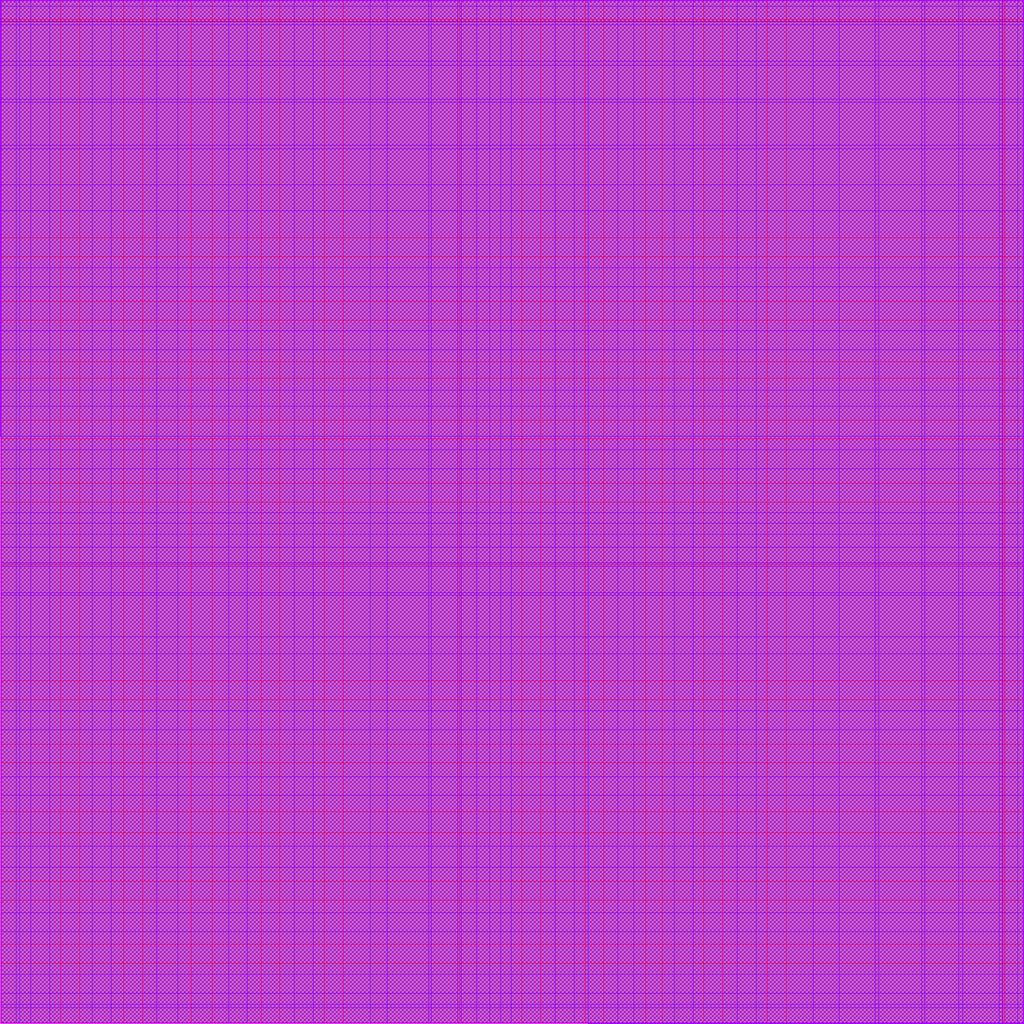
<source format=lef>

SITE  CornerSite
    CLASS	PAD ;
    SYMMETRY	R90 Y ;
    SIZE	189.000 BY 189.000 ;
END  CornerSite

SITE  IOSite
    CLASS       PAD ;
    SYMMETRY    Y ;
    SIZE        0.005 BY 189.000 ;
END  IOSite

MACRO PSVSSO
  CLASS  PAD ;
  FOREIGN PSVSSO 0.000 0.000 ;
  ORIGIN 0.000 0.000 ;
  SIZE 40.000 BY 189.000 ;
  SYMMETRY R90  ;
  SITE IOSite ;
  PIN VSSO
    DIRECTION INOUT ;
    PORT
      LAYER M8 ;
        RECT 4.210 188.380 35.790 189.000 ;
      LAYER V7 ;
        RECT 4.555 188.510 4.915 188.870 ;
        RECT 5.265 188.510 5.625 188.870 ;
        RECT 5.975 188.510 6.335 188.870 ;
        RECT 6.685 188.510 7.045 188.870 ;
        RECT 7.395 188.510 7.755 188.870 ;
        RECT 8.105 188.510 8.465 188.870 ;
        RECT 8.815 188.510 9.175 188.870 ;
        RECT 9.525 188.510 9.885 188.870 ;
        RECT 10.235 188.510 10.595 188.870 ;
        RECT 10.945 188.510 11.305 188.870 ;
        RECT 11.655 188.510 12.015 188.870 ;
        RECT 12.365 188.510 12.725 188.870 ;
        RECT 13.075 188.510 13.435 188.870 ;
        RECT 13.785 188.510 14.145 188.870 ;
        RECT 14.495 188.510 14.855 188.870 ;
        RECT 15.205 188.510 15.565 188.870 ;
        RECT 15.915 188.510 16.275 188.870 ;
        RECT 16.625 188.510 16.985 188.870 ;
        RECT 17.335 188.510 17.695 188.870 ;
        RECT 18.045 188.510 18.405 188.870 ;
        RECT 18.755 188.510 19.115 188.870 ;
        RECT 19.465 188.510 19.825 188.870 ;
        RECT 20.175 188.510 20.535 188.870 ;
        RECT 20.885 188.510 21.245 188.870 ;
        RECT 21.595 188.510 21.955 188.870 ;
        RECT 22.305 188.510 22.665 188.870 ;
        RECT 23.015 188.510 23.375 188.870 ;
        RECT 23.725 188.510 24.085 188.870 ;
        RECT 24.435 188.510 24.795 188.870 ;
        RECT 25.145 188.510 25.505 188.870 ;
        RECT 25.855 188.510 26.215 188.870 ;
        RECT 26.565 188.510 26.925 188.870 ;
        RECT 27.275 188.510 27.635 188.870 ;
        RECT 27.985 188.510 28.345 188.870 ;
        RECT 28.695 188.510 29.055 188.870 ;
        RECT 29.405 188.510 29.765 188.870 ;
        RECT 30.115 188.510 30.475 188.870 ;
        RECT 30.825 188.510 31.185 188.870 ;
        RECT 31.535 188.510 31.895 188.870 ;
        RECT 32.245 188.510 32.605 188.870 ;
        RECT 32.955 188.510 33.315 188.870 ;
        RECT 33.665 188.510 34.025 188.870 ;
        RECT 34.375 188.510 34.735 188.870 ;
        RECT 35.085 188.510 35.445 188.870 ;
      LAYER M7 ;
        RECT 4.210 188.380 35.790 189.000 ;
      LAYER V6 ;
        RECT 10.230 188.595 10.420 188.785 ;
        RECT 10.680 188.595 10.870 188.785 ;
        RECT 11.130 188.595 11.320 188.785 ;
        RECT 11.580 188.595 11.770 188.785 ;
        RECT 12.030 188.595 12.220 188.785 ;
        RECT 12.480 188.595 12.670 188.785 ;
        RECT 12.930 188.595 13.120 188.785 ;
        RECT 13.380 188.595 13.570 188.785 ;
        RECT 13.830 188.595 14.020 188.785 ;
        RECT 14.280 188.595 14.470 188.785 ;
        RECT 14.730 188.595 14.920 188.785 ;
        RECT 15.180 188.595 15.370 188.785 ;
        RECT 15.630 188.595 15.820 188.785 ;
        RECT 16.080 188.595 16.270 188.785 ;
        RECT 16.530 188.595 16.720 188.785 ;
        RECT 16.980 188.595 17.170 188.785 ;
        RECT 17.430 188.595 17.620 188.785 ;
        RECT 17.880 188.595 18.070 188.785 ;
        RECT 18.330 188.595 18.520 188.785 ;
        RECT 18.780 188.595 18.970 188.785 ;
        RECT 19.230 188.595 19.420 188.785 ;
        RECT 19.680 188.595 19.870 188.785 ;
        RECT 20.130 188.595 20.320 188.785 ;
        RECT 20.580 188.595 20.770 188.785 ;
        RECT 21.030 188.595 21.220 188.785 ;
        RECT 21.480 188.595 21.670 188.785 ;
        RECT 21.930 188.595 22.120 188.785 ;
        RECT 22.380 188.595 22.570 188.785 ;
        RECT 22.830 188.595 23.020 188.785 ;
        RECT 23.280 188.595 23.470 188.785 ;
        RECT 23.730 188.595 23.920 188.785 ;
        RECT 24.180 188.595 24.370 188.785 ;
        RECT 24.630 188.595 24.820 188.785 ;
        RECT 25.080 188.595 25.270 188.785 ;
        RECT 25.530 188.595 25.720 188.785 ;
        RECT 25.980 188.595 26.170 188.785 ;
        RECT 26.430 188.595 26.620 188.785 ;
        RECT 26.880 188.595 27.070 188.785 ;
        RECT 27.330 188.595 27.520 188.785 ;
        RECT 27.780 188.595 27.970 188.785 ;
        RECT 28.230 188.595 28.420 188.785 ;
        RECT 28.680 188.595 28.870 188.785 ;
        RECT 29.130 188.595 29.320 188.785 ;
        RECT 29.580 188.595 29.770 188.785 ;
      LAYER M4 ;
        RECT 4.210 188.300 35.790 189.000 ;
      LAYER V3 ;
        RECT 4.545 188.595 4.735 188.785 ;
        RECT 5.025 188.595 5.215 188.785 ;
        RECT 5.505 188.595 5.695 188.785 ;
        RECT 5.985 188.595 6.175 188.785 ;
        RECT 6.465 188.595 6.655 188.785 ;
        RECT 6.945 188.595 7.135 188.785 ;
        RECT 7.425 188.595 7.615 188.785 ;
        RECT 7.905 188.595 8.095 188.785 ;
        RECT 8.385 188.595 8.575 188.785 ;
        RECT 8.865 188.595 9.055 188.785 ;
        RECT 9.345 188.595 9.535 188.785 ;
        RECT 9.825 188.595 10.015 188.785 ;
        RECT 10.305 188.595 10.495 188.785 ;
        RECT 10.785 188.595 10.975 188.785 ;
        RECT 11.265 188.595 11.455 188.785 ;
        RECT 11.745 188.595 11.935 188.785 ;
        RECT 12.225 188.595 12.415 188.785 ;
        RECT 12.705 188.595 12.895 188.785 ;
        RECT 13.185 188.595 13.375 188.785 ;
        RECT 13.665 188.595 13.855 188.785 ;
        RECT 14.145 188.595 14.335 188.785 ;
        RECT 14.625 188.595 14.815 188.785 ;
        RECT 15.105 188.595 15.295 188.785 ;
        RECT 15.585 188.595 15.775 188.785 ;
        RECT 16.065 188.595 16.255 188.785 ;
        RECT 16.545 188.595 16.735 188.785 ;
        RECT 17.025 188.595 17.215 188.785 ;
        RECT 17.505 188.595 17.695 188.785 ;
        RECT 17.985 188.595 18.175 188.785 ;
        RECT 18.465 188.595 18.655 188.785 ;
        RECT 18.945 188.595 19.135 188.785 ;
        RECT 19.425 188.595 19.615 188.785 ;
        RECT 19.905 188.595 20.095 188.785 ;
        RECT 20.385 188.595 20.575 188.785 ;
        RECT 20.865 188.595 21.055 188.785 ;
        RECT 21.345 188.595 21.535 188.785 ;
        RECT 21.825 188.595 22.015 188.785 ;
        RECT 22.305 188.595 22.495 188.785 ;
        RECT 22.785 188.595 22.975 188.785 ;
        RECT 23.265 188.595 23.455 188.785 ;
        RECT 23.745 188.595 23.935 188.785 ;
        RECT 24.225 188.595 24.415 188.785 ;
        RECT 24.705 188.595 24.895 188.785 ;
        RECT 25.185 188.595 25.375 188.785 ;
        RECT 25.665 188.595 25.855 188.785 ;
        RECT 26.145 188.595 26.335 188.785 ;
        RECT 26.625 188.595 26.815 188.785 ;
        RECT 27.105 188.595 27.295 188.785 ;
        RECT 27.585 188.595 27.775 188.785 ;
        RECT 28.065 188.595 28.255 188.785 ;
        RECT 28.545 188.595 28.735 188.785 ;
        RECT 29.025 188.595 29.215 188.785 ;
        RECT 29.505 188.595 29.695 188.785 ;
        RECT 29.985 188.595 30.175 188.785 ;
        RECT 30.465 188.595 30.655 188.785 ;
        RECT 30.945 188.595 31.135 188.785 ;
        RECT 31.425 188.595 31.615 188.785 ;
        RECT 31.905 188.595 32.095 188.785 ;
        RECT 32.385 188.595 32.575 188.785 ;
        RECT 32.865 188.595 33.055 188.785 ;
        RECT 33.345 188.595 33.535 188.785 ;
        RECT 33.825 188.595 34.015 188.785 ;
        RECT 34.305 188.595 34.495 188.785 ;
        RECT 34.785 188.595 34.975 188.785 ;
        RECT 35.265 188.595 35.455 188.785 ;
      LAYER M3 ;
        RECT 4.210 188.300 35.790 189.000 ;
      LAYER V2 ;
        RECT 4.545 188.595 4.735 188.785 ;
        RECT 5.025 188.595 5.215 188.785 ;
        RECT 5.505 188.595 5.695 188.785 ;
        RECT 5.985 188.595 6.175 188.785 ;
        RECT 6.465 188.595 6.655 188.785 ;
        RECT 6.945 188.595 7.135 188.785 ;
        RECT 7.425 188.595 7.615 188.785 ;
        RECT 7.905 188.595 8.095 188.785 ;
        RECT 8.385 188.595 8.575 188.785 ;
        RECT 8.865 188.595 9.055 188.785 ;
        RECT 9.345 188.595 9.535 188.785 ;
        RECT 9.825 188.595 10.015 188.785 ;
        RECT 10.305 188.595 10.495 188.785 ;
        RECT 10.785 188.595 10.975 188.785 ;
        RECT 11.265 188.595 11.455 188.785 ;
        RECT 11.745 188.595 11.935 188.785 ;
        RECT 12.225 188.595 12.415 188.785 ;
        RECT 12.705 188.595 12.895 188.785 ;
        RECT 13.185 188.595 13.375 188.785 ;
        RECT 13.665 188.595 13.855 188.785 ;
        RECT 14.145 188.595 14.335 188.785 ;
        RECT 14.625 188.595 14.815 188.785 ;
        RECT 15.105 188.595 15.295 188.785 ;
        RECT 15.585 188.595 15.775 188.785 ;
        RECT 16.065 188.595 16.255 188.785 ;
        RECT 16.545 188.595 16.735 188.785 ;
        RECT 17.025 188.595 17.215 188.785 ;
        RECT 17.505 188.595 17.695 188.785 ;
        RECT 17.985 188.595 18.175 188.785 ;
        RECT 18.465 188.595 18.655 188.785 ;
        RECT 18.945 188.595 19.135 188.785 ;
        RECT 19.425 188.595 19.615 188.785 ;
        RECT 19.905 188.595 20.095 188.785 ;
        RECT 20.385 188.595 20.575 188.785 ;
        RECT 20.865 188.595 21.055 188.785 ;
        RECT 21.345 188.595 21.535 188.785 ;
        RECT 21.825 188.595 22.015 188.785 ;
        RECT 22.305 188.595 22.495 188.785 ;
        RECT 22.785 188.595 22.975 188.785 ;
        RECT 23.265 188.595 23.455 188.785 ;
        RECT 23.745 188.595 23.935 188.785 ;
        RECT 24.225 188.595 24.415 188.785 ;
        RECT 24.705 188.595 24.895 188.785 ;
        RECT 25.185 188.595 25.375 188.785 ;
        RECT 25.665 188.595 25.855 188.785 ;
        RECT 26.145 188.595 26.335 188.785 ;
        RECT 26.625 188.595 26.815 188.785 ;
        RECT 27.105 188.595 27.295 188.785 ;
        RECT 27.585 188.595 27.775 188.785 ;
        RECT 28.065 188.595 28.255 188.785 ;
        RECT 28.545 188.595 28.735 188.785 ;
        RECT 29.025 188.595 29.215 188.785 ;
        RECT 29.505 188.595 29.695 188.785 ;
        RECT 29.985 188.595 30.175 188.785 ;
        RECT 30.465 188.595 30.655 188.785 ;
        RECT 30.945 188.595 31.135 188.785 ;
        RECT 31.425 188.595 31.615 188.785 ;
        RECT 31.905 188.595 32.095 188.785 ;
        RECT 32.385 188.595 32.575 188.785 ;
        RECT 32.865 188.595 33.055 188.785 ;
        RECT 33.345 188.595 33.535 188.785 ;
        RECT 33.825 188.595 34.015 188.785 ;
        RECT 34.305 188.595 34.495 188.785 ;
        RECT 34.785 188.595 34.975 188.785 ;
        RECT 35.265 188.595 35.455 188.785 ;
      LAYER M2 ;
        RECT 4.210 188.380 35.790 189.000 ;
      LAYER V1 ;
        RECT 4.545 188.595 4.735 188.785 ;
        RECT 5.025 188.595 5.215 188.785 ;
        RECT 5.505 188.595 5.695 188.785 ;
        RECT 5.985 188.595 6.175 188.785 ;
        RECT 6.465 188.595 6.655 188.785 ;
        RECT 6.945 188.595 7.135 188.785 ;
        RECT 7.425 188.595 7.615 188.785 ;
        RECT 7.905 188.595 8.095 188.785 ;
        RECT 8.385 188.595 8.575 188.785 ;
        RECT 8.865 188.595 9.055 188.785 ;
        RECT 9.345 188.595 9.535 188.785 ;
        RECT 9.825 188.595 10.015 188.785 ;
        RECT 10.305 188.595 10.495 188.785 ;
        RECT 10.785 188.595 10.975 188.785 ;
        RECT 11.265 188.595 11.455 188.785 ;
        RECT 11.745 188.595 11.935 188.785 ;
        RECT 12.225 188.595 12.415 188.785 ;
        RECT 12.705 188.595 12.895 188.785 ;
        RECT 13.185 188.595 13.375 188.785 ;
        RECT 13.665 188.595 13.855 188.785 ;
        RECT 14.145 188.595 14.335 188.785 ;
        RECT 14.625 188.595 14.815 188.785 ;
        RECT 15.105 188.595 15.295 188.785 ;
        RECT 15.585 188.595 15.775 188.785 ;
        RECT 16.065 188.595 16.255 188.785 ;
        RECT 16.545 188.595 16.735 188.785 ;
        RECT 17.025 188.595 17.215 188.785 ;
        RECT 17.505 188.595 17.695 188.785 ;
        RECT 17.985 188.595 18.175 188.785 ;
        RECT 18.465 188.595 18.655 188.785 ;
        RECT 18.945 188.595 19.135 188.785 ;
        RECT 19.425 188.595 19.615 188.785 ;
        RECT 19.905 188.595 20.095 188.785 ;
        RECT 20.385 188.595 20.575 188.785 ;
        RECT 20.865 188.595 21.055 188.785 ;
        RECT 21.345 188.595 21.535 188.785 ;
        RECT 21.825 188.595 22.015 188.785 ;
        RECT 22.305 188.595 22.495 188.785 ;
        RECT 22.785 188.595 22.975 188.785 ;
        RECT 23.265 188.595 23.455 188.785 ;
        RECT 23.745 188.595 23.935 188.785 ;
        RECT 24.225 188.595 24.415 188.785 ;
        RECT 24.705 188.595 24.895 188.785 ;
        RECT 25.185 188.595 25.375 188.785 ;
        RECT 25.665 188.595 25.855 188.785 ;
        RECT 26.145 188.595 26.335 188.785 ;
        RECT 26.625 188.595 26.815 188.785 ;
        RECT 27.105 188.595 27.295 188.785 ;
        RECT 27.585 188.595 27.775 188.785 ;
        RECT 28.065 188.595 28.255 188.785 ;
        RECT 28.545 188.595 28.735 188.785 ;
        RECT 29.025 188.595 29.215 188.785 ;
        RECT 29.505 188.595 29.695 188.785 ;
        RECT 29.985 188.595 30.175 188.785 ;
        RECT 30.465 188.595 30.655 188.785 ;
        RECT 30.945 188.595 31.135 188.785 ;
        RECT 31.425 188.595 31.615 188.785 ;
        RECT 31.905 188.595 32.095 188.785 ;
        RECT 32.385 188.595 32.575 188.785 ;
        RECT 32.865 188.595 33.055 188.785 ;
        RECT 33.345 188.595 33.535 188.785 ;
        RECT 33.825 188.595 34.015 188.785 ;
        RECT 34.305 188.595 34.495 188.785 ;
        RECT 34.785 188.595 34.975 188.785 ;
        RECT 35.265 188.595 35.455 188.785 ;
      LAYER M1 ;
        RECT 4.210 188.380 35.790 189.000 ;
      LAYER M6 ;
        RECT 4.210 188.380 35.790 189.000 ;
      LAYER V5 ;
        RECT 10.230 188.595 10.420 188.785 ;
        RECT 10.680 188.595 10.870 188.785 ;
        RECT 11.130 188.595 11.320 188.785 ;
        RECT 11.580 188.595 11.770 188.785 ;
        RECT 12.030 188.595 12.220 188.785 ;
        RECT 12.480 188.595 12.670 188.785 ;
        RECT 12.930 188.595 13.120 188.785 ;
        RECT 13.380 188.595 13.570 188.785 ;
        RECT 13.830 188.595 14.020 188.785 ;
        RECT 14.280 188.595 14.470 188.785 ;
        RECT 14.730 188.595 14.920 188.785 ;
        RECT 15.180 188.595 15.370 188.785 ;
        RECT 15.630 188.595 15.820 188.785 ;
        RECT 16.080 188.595 16.270 188.785 ;
        RECT 16.530 188.595 16.720 188.785 ;
        RECT 16.980 188.595 17.170 188.785 ;
        RECT 17.430 188.595 17.620 188.785 ;
        RECT 17.880 188.595 18.070 188.785 ;
        RECT 18.330 188.595 18.520 188.785 ;
        RECT 18.780 188.595 18.970 188.785 ;
        RECT 19.230 188.595 19.420 188.785 ;
        RECT 19.680 188.595 19.870 188.785 ;
        RECT 20.130 188.595 20.320 188.785 ;
        RECT 20.580 188.595 20.770 188.785 ;
        RECT 21.030 188.595 21.220 188.785 ;
        RECT 21.480 188.595 21.670 188.785 ;
        RECT 21.930 188.595 22.120 188.785 ;
        RECT 22.380 188.595 22.570 188.785 ;
        RECT 22.830 188.595 23.020 188.785 ;
        RECT 23.280 188.595 23.470 188.785 ;
        RECT 23.730 188.595 23.920 188.785 ;
        RECT 24.180 188.595 24.370 188.785 ;
        RECT 24.630 188.595 24.820 188.785 ;
        RECT 25.080 188.595 25.270 188.785 ;
        RECT 25.530 188.595 25.720 188.785 ;
        RECT 25.980 188.595 26.170 188.785 ;
        RECT 26.430 188.595 26.620 188.785 ;
        RECT 26.880 188.595 27.070 188.785 ;
        RECT 27.330 188.595 27.520 188.785 ;
        RECT 27.780 188.595 27.970 188.785 ;
        RECT 28.230 188.595 28.420 188.785 ;
        RECT 28.680 188.595 28.870 188.785 ;
        RECT 29.130 188.595 29.320 188.785 ;
        RECT 29.580 188.595 29.770 188.785 ;
      LAYER M5 ;
        RECT 4.210 188.380 35.790 189.000 ;
      LAYER V4 ;
        RECT 4.545 188.595 4.735 188.785 ;
        RECT 5.025 188.595 5.215 188.785 ;
        RECT 5.505 188.595 5.695 188.785 ;
        RECT 5.985 188.595 6.175 188.785 ;
        RECT 6.465 188.595 6.655 188.785 ;
        RECT 6.945 188.595 7.135 188.785 ;
        RECT 7.425 188.595 7.615 188.785 ;
        RECT 7.905 188.595 8.095 188.785 ;
        RECT 8.385 188.595 8.575 188.785 ;
        RECT 8.865 188.595 9.055 188.785 ;
        RECT 9.345 188.595 9.535 188.785 ;
        RECT 9.825 188.595 10.015 188.785 ;
        RECT 10.305 188.595 10.495 188.785 ;
        RECT 10.785 188.595 10.975 188.785 ;
        RECT 11.265 188.595 11.455 188.785 ;
        RECT 11.745 188.595 11.935 188.785 ;
        RECT 12.225 188.595 12.415 188.785 ;
        RECT 12.705 188.595 12.895 188.785 ;
        RECT 13.185 188.595 13.375 188.785 ;
        RECT 13.665 188.595 13.855 188.785 ;
        RECT 14.145 188.595 14.335 188.785 ;
        RECT 14.625 188.595 14.815 188.785 ;
        RECT 15.105 188.595 15.295 188.785 ;
        RECT 15.585 188.595 15.775 188.785 ;
        RECT 16.065 188.595 16.255 188.785 ;
        RECT 16.545 188.595 16.735 188.785 ;
        RECT 17.025 188.595 17.215 188.785 ;
        RECT 17.505 188.595 17.695 188.785 ;
        RECT 17.985 188.595 18.175 188.785 ;
        RECT 18.465 188.595 18.655 188.785 ;
        RECT 18.945 188.595 19.135 188.785 ;
        RECT 19.425 188.595 19.615 188.785 ;
        RECT 19.905 188.595 20.095 188.785 ;
        RECT 20.385 188.595 20.575 188.785 ;
        RECT 20.865 188.595 21.055 188.785 ;
        RECT 21.345 188.595 21.535 188.785 ;
        RECT 21.825 188.595 22.015 188.785 ;
        RECT 22.305 188.595 22.495 188.785 ;
        RECT 22.785 188.595 22.975 188.785 ;
        RECT 23.265 188.595 23.455 188.785 ;
        RECT 23.745 188.595 23.935 188.785 ;
        RECT 24.225 188.595 24.415 188.785 ;
        RECT 24.705 188.595 24.895 188.785 ;
        RECT 25.185 188.595 25.375 188.785 ;
        RECT 25.665 188.595 25.855 188.785 ;
        RECT 26.145 188.595 26.335 188.785 ;
        RECT 26.625 188.595 26.815 188.785 ;
        RECT 27.105 188.595 27.295 188.785 ;
        RECT 27.585 188.595 27.775 188.785 ;
        RECT 28.065 188.595 28.255 188.785 ;
        RECT 28.545 188.595 28.735 188.785 ;
        RECT 29.025 188.595 29.215 188.785 ;
        RECT 29.505 188.595 29.695 188.785 ;
        RECT 29.985 188.595 30.175 188.785 ;
        RECT 30.465 188.595 30.655 188.785 ;
        RECT 30.945 188.595 31.135 188.785 ;
        RECT 31.425 188.595 31.615 188.785 ;
        RECT 31.905 188.595 32.095 188.785 ;
        RECT 32.385 188.595 32.575 188.785 ;
        RECT 32.865 188.595 33.055 188.785 ;
        RECT 33.345 188.595 33.535 188.785 ;
        RECT 33.825 188.595 34.015 188.785 ;
        RECT 34.305 188.595 34.495 188.785 ;
        RECT 34.785 188.595 34.975 188.785 ;
        RECT 35.265 188.595 35.455 188.785 ;
    END
  END VSSO
  OBS 
      LAYER M4 ;
        RECT 0.130 185.345 0.700 187.720 ;
        RECT 0.130 177.560 0.700 184.955 ;
        RECT 0.130 171.540 0.700 176.885 ;
        RECT 0.130 162.085 0.700 170.040 ;
        RECT 0.130 154.785 0.700 160.610 ;
        RECT 0.130 86.045 0.700 87.905 ;
        RECT 0.130 79.535 0.700 84.480 ;
        RECT 0.000 0.000 1.500 0.700 ;
        RECT 0.000 0.000 0.700 74.280 ;
        RECT 0.000 0.000 0.345 78.095 ;
        RECT 0.000 77.765 0.700 78.095 ;
        RECT 4.680 0.000 10.595 0.700 ;
        RECT 12.895 0.000 18.815 0.700 ;
        RECT 21.150 0.000 27.070 0.700 ;
        RECT 29.405 0.000 35.325 0.700 ;
        RECT 1.100 1.100 38.900 187.900 ;
        RECT 39.300 185.345 39.870 187.720 ;
        RECT 39.300 177.560 39.870 184.900 ;
        RECT 39.300 171.540 39.870 176.885 ;
        RECT 39.300 162.140 39.870 169.985 ;
        RECT 39.300 154.840 39.870 160.555 ;
        RECT 39.300 86.045 39.870 87.905 ;
        RECT 39.300 79.535 39.870 84.480 ;
        RECT 38.500 0.000 40.000 0.700 ;
        RECT 39.300 0.000 40.000 74.280 ;
        RECT 39.625 0.000 40.000 78.100 ;
      LAYER M1 ;
        RECT 0.000 185.345 0.700 187.775 ;
        RECT 0.000 177.565 0.700 184.975 ;
        RECT 0.000 171.540 0.700 176.885 ;
        RECT 0.000 162.140 0.700 170.040 ;
        RECT 0.000 85.980 0.700 160.610 ;
        RECT 0.000 79.600 0.700 84.480 ;
        RECT 1.100 1.100 38.900 187.900 ;
        RECT 39.300 185.345 40.000 187.775 ;
        RECT 39.300 177.565 40.000 184.975 ;
        RECT 39.300 171.540 40.000 176.885 ;
        RECT 39.300 162.140 40.000 170.040 ;
        RECT 39.300 85.980 40.000 160.610 ;
        RECT 39.300 79.600 40.000 84.480 ;
        RECT 0.000 0.000 40.000 0.700 ;
        RECT 39.300 0.000 40.000 74.280 ;
        RECT 0.000 0.000 0.700 76.370 ;
        RECT 0.000 0.000 0.345 78.100 ;
        RECT 0.000 77.770 0.700 78.100 ;
        RECT 39.625 0.000 40.000 78.100 ;
        RECT 39.300 77.770 40.000 78.100 ;
      LAYER M8 ;
        RECT 0.000 185.015 0.700 187.775 ;
        RECT 0.000 177.615 0.700 184.415 ;
        RECT 0.000 170.640 0.700 176.940 ;
        RECT 0.000 162.140 0.700 170.040 ;
        RECT 0.000 154.840 0.700 161.540 ;
        RECT 0.000 139.530 0.700 150.030 ;
        RECT 0.000 127.890 0.700 136.030 ;
        RECT 0.000 116.930 0.700 124.390 ;
        RECT 0.000 105.930 0.700 113.930 ;
        RECT 0.000 94.290 0.700 102.430 ;
        RECT 0.000 90.340 0.700 92.340 ;
        RECT 0.000 85.080 0.700 87.960 ;
        RECT 0.000 79.590 0.700 84.480 ;
        RECT 0.000 71.440 0.700 79.110 ;
        RECT 0.000 57.770 0.700 68.270 ;
        RECT 0.000 45.630 0.700 54.270 ;
        RECT 0.000 32.770 0.700 42.130 ;
        RECT 0.000 20.470 0.700 28.910 ;
        RECT 0.000 9.130 0.700 16.970 ;
        RECT 0.000 3.610 0.700 5.630 ;
        RECT 1.100 1.100 38.900 187.900 ;
        RECT 39.300 185.015 40.000 187.775 ;
        RECT 39.300 177.615 40.000 184.415 ;
        RECT 39.300 170.640 40.000 176.940 ;
        RECT 39.300 162.140 40.000 170.040 ;
        RECT 39.300 154.840 40.000 161.540 ;
        RECT 39.300 139.530 40.000 150.030 ;
        RECT 39.300 127.890 40.000 136.030 ;
        RECT 39.300 116.930 40.000 124.390 ;
        RECT 39.300 105.930 40.000 113.930 ;
        RECT 39.300 94.290 40.000 102.430 ;
        RECT 39.300 90.340 40.000 92.340 ;
        RECT 39.300 85.080 40.000 87.960 ;
        RECT 39.300 79.590 40.000 84.480 ;
        RECT 39.300 71.440 40.000 79.110 ;
        RECT 39.300 57.770 40.000 68.270 ;
        RECT 39.300 45.630 40.000 54.270 ;
        RECT 39.300 32.770 40.000 42.130 ;
        RECT 39.300 20.470 40.000 28.910 ;
        RECT 39.300 9.130 40.000 16.970 ;
        RECT 39.300 3.610 40.000 5.630 ;
        RECT 0.000 0.000 40.000 0.700 ;
        RECT 0.000 0.000 0.700 2.960 ;
        RECT 39.300 0.000 40.000 2.960 ;
      LAYER M3 ;
        RECT 0.130 185.345 0.700 187.720 ;
        RECT 0.130 177.560 0.700 184.955 ;
        RECT 0.130 171.540 0.700 176.885 ;
        RECT 0.130 162.085 0.700 170.040 ;
        RECT 0.130 154.785 0.700 160.610 ;
        RECT 0.130 86.045 0.700 87.905 ;
        RECT 0.130 79.535 0.700 84.480 ;
        RECT 0.000 0.000 1.500 0.700 ;
        RECT 0.000 0.000 0.700 74.280 ;
        RECT 0.000 0.000 0.345 78.095 ;
        RECT 0.000 77.765 0.700 78.095 ;
        RECT 4.680 0.000 10.595 0.700 ;
        RECT 12.895 0.000 18.815 0.700 ;
        RECT 21.150 0.000 27.070 0.700 ;
        RECT 29.405 0.000 35.325 0.700 ;
        RECT 1.100 1.100 38.900 187.900 ;
        RECT 39.300 185.345 39.870 187.720 ;
        RECT 39.300 177.560 39.870 184.900 ;
        RECT 39.300 171.540 39.870 176.885 ;
        RECT 39.300 162.140 39.870 169.985 ;
        RECT 39.300 154.840 39.870 160.555 ;
        RECT 39.300 86.045 39.870 87.905 ;
        RECT 39.300 79.535 39.870 84.480 ;
        RECT 38.500 0.000 40.000 0.700 ;
        RECT 39.300 0.000 40.000 74.335 ;
        RECT 39.625 0.000 40.000 78.155 ;
      LAYER M6 ;
        RECT 0.000 185.015 0.700 187.775 ;
        RECT 0.000 177.615 0.700 184.415 ;
        RECT 0.000 170.640 0.700 176.940 ;
        RECT 0.000 162.140 0.700 170.040 ;
        RECT 0.000 154.840 0.700 161.540 ;
        RECT 0.000 139.530 0.700 150.030 ;
        RECT 0.000 127.890 0.700 136.030 ;
        RECT 0.000 116.930 0.700 124.390 ;
        RECT 0.000 105.930 0.700 113.930 ;
        RECT 0.000 94.290 0.700 102.430 ;
        RECT 0.000 90.340 0.700 92.340 ;
        RECT 0.000 85.080 0.700 87.960 ;
        RECT 0.000 79.590 0.700 84.480 ;
        RECT 0.000 71.440 0.700 79.110 ;
        RECT 0.000 57.770 0.700 68.270 ;
        RECT 0.000 45.630 0.700 54.270 ;
        RECT 0.000 32.770 0.700 42.130 ;
        RECT 0.000 20.470 0.700 28.910 ;
        RECT 0.000 9.130 0.700 16.970 ;
        RECT 0.000 3.610 0.700 5.630 ;
        RECT 1.100 1.100 38.900 187.900 ;
        RECT 39.300 185.015 40.000 187.775 ;
        RECT 39.300 177.615 40.000 184.415 ;
        RECT 39.300 170.640 40.000 176.940 ;
        RECT 39.300 162.140 40.000 170.040 ;
        RECT 39.300 154.840 40.000 161.540 ;
        RECT 39.300 139.530 40.000 150.030 ;
        RECT 39.300 127.890 40.000 136.030 ;
        RECT 39.300 116.930 40.000 124.390 ;
        RECT 39.300 105.930 40.000 113.930 ;
        RECT 39.300 94.290 40.000 102.430 ;
        RECT 39.300 90.340 40.000 92.340 ;
        RECT 39.300 85.080 40.000 87.960 ;
        RECT 39.300 79.590 40.000 84.480 ;
        RECT 39.300 71.440 40.000 79.110 ;
        RECT 39.300 57.770 40.000 68.270 ;
        RECT 39.300 45.630 40.000 54.270 ;
        RECT 39.300 32.770 40.000 42.130 ;
        RECT 39.300 20.470 40.000 28.910 ;
        RECT 39.300 9.130 40.000 16.970 ;
        RECT 39.300 3.610 40.000 5.630 ;
        RECT 0.000 0.000 40.000 0.700 ;
        RECT 0.000 0.000 0.700 2.960 ;
        RECT 39.300 0.000 40.000 2.960 ;
      LAYER M5 ;
        RECT 0.000 185.400 0.700 187.775 ;
        RECT 0.000 177.615 0.700 184.955 ;
        RECT 0.000 170.640 0.700 176.940 ;
        RECT 0.000 162.140 0.700 170.040 ;
        RECT 0.000 154.840 0.700 161.540 ;
        RECT 0.000 145.030 0.700 150.030 ;
        RECT 0.000 133.390 0.700 141.530 ;
        RECT 0.000 122.170 0.700 129.890 ;
        RECT 0.000 111.430 0.700 119.170 ;
        RECT 0.000 99.790 0.700 107.930 ;
        RECT 0.000 90.340 0.700 96.290 ;
        RECT 0.000 85.080 0.700 87.960 ;
        RECT 0.000 79.590 0.700 84.780 ;
        RECT 0.000 71.440 0.700 79.110 ;
        RECT 0.000 63.270 0.700 68.270 ;
        RECT 0.000 51.630 0.700 59.770 ;
        RECT 0.000 39.130 0.700 48.130 ;
        RECT 0.000 26.270 0.700 35.270 ;
        RECT 0.000 14.630 0.700 22.770 ;
        RECT 0.000 3.610 0.700 11.130 ;
        RECT 1.100 1.100 38.900 187.900 ;
        RECT 39.300 185.400 40.000 187.775 ;
        RECT 39.300 177.615 40.000 184.955 ;
        RECT 39.300 170.640 40.000 176.940 ;
        RECT 39.300 162.140 40.000 170.040 ;
        RECT 39.300 154.840 40.000 161.540 ;
        RECT 39.300 145.030 40.000 150.030 ;
        RECT 39.300 133.390 40.000 141.530 ;
        RECT 39.300 122.170 40.000 129.890 ;
        RECT 39.300 111.430 40.000 119.170 ;
        RECT 39.300 99.790 40.000 107.930 ;
        RECT 39.300 90.340 40.000 96.290 ;
        RECT 39.300 85.080 40.000 87.960 ;
        RECT 39.300 79.590 40.000 84.780 ;
        RECT 39.300 71.440 40.000 79.110 ;
        RECT 39.300 63.270 40.000 68.270 ;
        RECT 39.300 51.630 40.000 59.770 ;
        RECT 39.300 39.130 40.000 48.130 ;
        RECT 39.300 26.270 40.000 35.270 ;
        RECT 39.300 14.630 40.000 22.770 ;
        RECT 39.300 3.610 40.000 11.130 ;
        RECT 0.000 0.000 40.000 0.700 ;
        RECT 0.000 0.000 0.700 2.960 ;
        RECT 39.300 0.000 40.000 2.960 ;
      LAYER M7 ;
        RECT 0.000 185.015 0.700 187.775 ;
        RECT 0.000 177.615 0.700 184.415 ;
        RECT 0.000 170.640 0.700 176.940 ;
        RECT 0.000 162.140 0.700 170.040 ;
        RECT 0.000 154.840 0.700 161.540 ;
        RECT 0.000 139.530 0.700 150.030 ;
        RECT 0.000 127.890 0.700 136.030 ;
        RECT 0.000 116.930 0.700 124.390 ;
        RECT 0.000 105.930 0.700 113.930 ;
        RECT 0.000 94.290 0.700 102.430 ;
        RECT 0.000 90.340 0.700 92.340 ;
        RECT 0.000 85.080 0.700 87.960 ;
        RECT 0.000 79.590 0.700 84.480 ;
        RECT 0.000 71.440 0.700 79.110 ;
        RECT 0.000 57.770 0.700 68.270 ;
        RECT 0.000 45.630 0.700 54.270 ;
        RECT 0.000 32.770 0.700 42.130 ;
        RECT 0.000 20.470 0.700 28.910 ;
        RECT 0.000 9.130 0.700 16.970 ;
        RECT 0.000 3.610 0.700 5.630 ;
        RECT 1.100 1.100 38.900 187.900 ;
        RECT 39.300 185.015 40.000 187.775 ;
        RECT 39.300 177.615 40.000 184.415 ;
        RECT 39.300 170.640 40.000 176.940 ;
        RECT 39.300 162.140 40.000 170.040 ;
        RECT 39.300 154.840 40.000 161.540 ;
        RECT 39.300 139.530 40.000 150.030 ;
        RECT 39.300 127.890 40.000 136.030 ;
        RECT 39.300 116.930 40.000 124.390 ;
        RECT 39.300 105.930 40.000 113.930 ;
        RECT 39.300 94.290 40.000 102.430 ;
        RECT 39.300 90.340 40.000 92.340 ;
        RECT 39.300 85.080 40.000 87.960 ;
        RECT 39.300 79.590 40.000 84.480 ;
        RECT 39.300 71.440 40.000 79.110 ;
        RECT 39.300 57.770 40.000 68.270 ;
        RECT 39.300 45.630 40.000 54.270 ;
        RECT 39.300 32.770 40.000 42.130 ;
        RECT 39.300 20.470 40.000 28.910 ;
        RECT 39.300 9.130 40.000 16.970 ;
        RECT 39.300 3.610 40.000 5.630 ;
        RECT 0.000 0.000 40.000 0.700 ;
        RECT 0.000 0.000 0.700 2.960 ;
        RECT 39.300 0.000 40.000 2.960 ;
      LAYER M2 ;
        RECT 0.145 185.345 0.700 187.720 ;
        RECT 0.130 177.560 0.700 184.955 ;
        RECT 0.130 171.540 0.700 176.885 ;
        RECT 0.130 162.140 0.700 170.040 ;
        RECT 0.130 154.840 0.700 160.610 ;
        RECT 0.130 86.045 0.700 87.905 ;
        RECT 0.130 79.535 0.700 84.480 ;
        RECT 1.100 1.100 38.900 187.900 ;
        RECT 39.300 185.345 39.860 187.720 ;
        RECT 39.300 177.560 39.870 184.955 ;
        RECT 39.300 171.540 39.870 176.885 ;
        RECT 39.300 162.140 39.870 170.040 ;
        RECT 39.300 154.840 39.870 160.610 ;
        RECT 39.300 86.045 39.870 87.905 ;
        RECT 39.300 79.535 39.870 84.480 ;
        RECT 0.000 0.000 40.000 0.700 ;
        RECT 0.000 0.000 0.700 74.280 ;
        RECT 39.300 0.000 40.000 74.280 ;
        RECT 0.000 0.000 0.345 78.095 ;
        RECT 0.000 77.765 0.700 78.095 ;
        RECT 39.625 0.000 40.000 78.100 ;
  END 
END PSVSSO

MACRO PSVSSH
  CLASS  PAD ;
  FOREIGN PSVSSH 0.000 0.000 ;
  ORIGIN 0.000 0.000 ;
  SIZE 40.000 BY 189.000 ;
  SYMMETRY R90  ;
  SITE IOSite ;
  PIN VSSH
    DIRECTION INOUT ;
    PORT
      LAYER M8 ;
        RECT 4.210 188.380 35.790 189.000 ;
      LAYER V7 ;
        RECT 4.555 188.510 4.915 188.870 ;
        RECT 5.265 188.510 5.625 188.870 ;
        RECT 5.975 188.510 6.335 188.870 ;
        RECT 6.685 188.510 7.045 188.870 ;
        RECT 7.395 188.510 7.755 188.870 ;
        RECT 8.105 188.510 8.465 188.870 ;
        RECT 8.815 188.510 9.175 188.870 ;
        RECT 9.525 188.510 9.885 188.870 ;
        RECT 10.235 188.510 10.595 188.870 ;
        RECT 10.945 188.510 11.305 188.870 ;
        RECT 11.655 188.510 12.015 188.870 ;
        RECT 12.365 188.510 12.725 188.870 ;
        RECT 13.075 188.510 13.435 188.870 ;
        RECT 13.785 188.510 14.145 188.870 ;
        RECT 14.495 188.510 14.855 188.870 ;
        RECT 15.205 188.510 15.565 188.870 ;
        RECT 15.915 188.510 16.275 188.870 ;
        RECT 16.625 188.510 16.985 188.870 ;
        RECT 17.335 188.510 17.695 188.870 ;
        RECT 18.045 188.510 18.405 188.870 ;
        RECT 18.755 188.510 19.115 188.870 ;
        RECT 19.465 188.510 19.825 188.870 ;
        RECT 20.175 188.510 20.535 188.870 ;
        RECT 20.885 188.510 21.245 188.870 ;
        RECT 21.595 188.510 21.955 188.870 ;
        RECT 22.305 188.510 22.665 188.870 ;
        RECT 23.015 188.510 23.375 188.870 ;
        RECT 23.725 188.510 24.085 188.870 ;
        RECT 24.435 188.510 24.795 188.870 ;
        RECT 25.145 188.510 25.505 188.870 ;
        RECT 25.855 188.510 26.215 188.870 ;
        RECT 26.565 188.510 26.925 188.870 ;
        RECT 27.275 188.510 27.635 188.870 ;
        RECT 27.985 188.510 28.345 188.870 ;
        RECT 28.695 188.510 29.055 188.870 ;
        RECT 29.405 188.510 29.765 188.870 ;
        RECT 30.115 188.510 30.475 188.870 ;
        RECT 30.825 188.510 31.185 188.870 ;
        RECT 31.535 188.510 31.895 188.870 ;
        RECT 32.245 188.510 32.605 188.870 ;
        RECT 32.955 188.510 33.315 188.870 ;
        RECT 33.665 188.510 34.025 188.870 ;
        RECT 34.375 188.510 34.735 188.870 ;
        RECT 35.085 188.510 35.445 188.870 ;
      LAYER M7 ;
        RECT 4.210 188.380 35.790 189.000 ;
      LAYER V6 ;
        RECT 10.230 188.595 10.420 188.785 ;
        RECT 10.680 188.595 10.870 188.785 ;
        RECT 11.130 188.595 11.320 188.785 ;
        RECT 11.580 188.595 11.770 188.785 ;
        RECT 12.030 188.595 12.220 188.785 ;
        RECT 12.480 188.595 12.670 188.785 ;
        RECT 12.930 188.595 13.120 188.785 ;
        RECT 13.380 188.595 13.570 188.785 ;
        RECT 13.830 188.595 14.020 188.785 ;
        RECT 14.280 188.595 14.470 188.785 ;
        RECT 14.730 188.595 14.920 188.785 ;
        RECT 15.180 188.595 15.370 188.785 ;
        RECT 15.630 188.595 15.820 188.785 ;
        RECT 16.080 188.595 16.270 188.785 ;
        RECT 16.530 188.595 16.720 188.785 ;
        RECT 16.980 188.595 17.170 188.785 ;
        RECT 17.430 188.595 17.620 188.785 ;
        RECT 17.880 188.595 18.070 188.785 ;
        RECT 18.330 188.595 18.520 188.785 ;
        RECT 18.780 188.595 18.970 188.785 ;
        RECT 19.230 188.595 19.420 188.785 ;
        RECT 19.680 188.595 19.870 188.785 ;
        RECT 20.130 188.595 20.320 188.785 ;
        RECT 20.580 188.595 20.770 188.785 ;
        RECT 21.030 188.595 21.220 188.785 ;
        RECT 21.480 188.595 21.670 188.785 ;
        RECT 21.930 188.595 22.120 188.785 ;
        RECT 22.380 188.595 22.570 188.785 ;
        RECT 22.830 188.595 23.020 188.785 ;
        RECT 23.280 188.595 23.470 188.785 ;
        RECT 23.730 188.595 23.920 188.785 ;
        RECT 24.180 188.595 24.370 188.785 ;
        RECT 24.630 188.595 24.820 188.785 ;
        RECT 25.080 188.595 25.270 188.785 ;
        RECT 25.530 188.595 25.720 188.785 ;
        RECT 25.980 188.595 26.170 188.785 ;
        RECT 26.430 188.595 26.620 188.785 ;
        RECT 26.880 188.595 27.070 188.785 ;
        RECT 27.330 188.595 27.520 188.785 ;
        RECT 27.780 188.595 27.970 188.785 ;
        RECT 28.230 188.595 28.420 188.785 ;
        RECT 28.680 188.595 28.870 188.785 ;
        RECT 29.130 188.595 29.320 188.785 ;
        RECT 29.580 188.595 29.770 188.785 ;
      LAYER M4 ;
        RECT 4.210 188.300 35.790 189.000 ;
      LAYER V3 ;
        RECT 4.545 188.595 4.735 188.785 ;
        RECT 5.025 188.595 5.215 188.785 ;
        RECT 5.505 188.595 5.695 188.785 ;
        RECT 5.985 188.595 6.175 188.785 ;
        RECT 6.465 188.595 6.655 188.785 ;
        RECT 6.945 188.595 7.135 188.785 ;
        RECT 7.425 188.595 7.615 188.785 ;
        RECT 7.905 188.595 8.095 188.785 ;
        RECT 8.385 188.595 8.575 188.785 ;
        RECT 8.865 188.595 9.055 188.785 ;
        RECT 9.345 188.595 9.535 188.785 ;
        RECT 9.825 188.595 10.015 188.785 ;
        RECT 10.305 188.595 10.495 188.785 ;
        RECT 10.785 188.595 10.975 188.785 ;
        RECT 11.265 188.595 11.455 188.785 ;
        RECT 11.745 188.595 11.935 188.785 ;
        RECT 12.225 188.595 12.415 188.785 ;
        RECT 12.705 188.595 12.895 188.785 ;
        RECT 13.185 188.595 13.375 188.785 ;
        RECT 13.665 188.595 13.855 188.785 ;
        RECT 14.145 188.595 14.335 188.785 ;
        RECT 14.625 188.595 14.815 188.785 ;
        RECT 15.105 188.595 15.295 188.785 ;
        RECT 15.585 188.595 15.775 188.785 ;
        RECT 16.065 188.595 16.255 188.785 ;
        RECT 16.545 188.595 16.735 188.785 ;
        RECT 17.025 188.595 17.215 188.785 ;
        RECT 17.505 188.595 17.695 188.785 ;
        RECT 17.985 188.595 18.175 188.785 ;
        RECT 18.465 188.595 18.655 188.785 ;
        RECT 18.945 188.595 19.135 188.785 ;
        RECT 19.425 188.595 19.615 188.785 ;
        RECT 19.905 188.595 20.095 188.785 ;
        RECT 20.385 188.595 20.575 188.785 ;
        RECT 20.865 188.595 21.055 188.785 ;
        RECT 21.345 188.595 21.535 188.785 ;
        RECT 21.825 188.595 22.015 188.785 ;
        RECT 22.305 188.595 22.495 188.785 ;
        RECT 22.785 188.595 22.975 188.785 ;
        RECT 23.265 188.595 23.455 188.785 ;
        RECT 23.745 188.595 23.935 188.785 ;
        RECT 24.225 188.595 24.415 188.785 ;
        RECT 24.705 188.595 24.895 188.785 ;
        RECT 25.185 188.595 25.375 188.785 ;
        RECT 25.665 188.595 25.855 188.785 ;
        RECT 26.145 188.595 26.335 188.785 ;
        RECT 26.625 188.595 26.815 188.785 ;
        RECT 27.105 188.595 27.295 188.785 ;
        RECT 27.585 188.595 27.775 188.785 ;
        RECT 28.065 188.595 28.255 188.785 ;
        RECT 28.545 188.595 28.735 188.785 ;
        RECT 29.025 188.595 29.215 188.785 ;
        RECT 29.505 188.595 29.695 188.785 ;
        RECT 29.985 188.595 30.175 188.785 ;
        RECT 30.465 188.595 30.655 188.785 ;
        RECT 30.945 188.595 31.135 188.785 ;
        RECT 31.425 188.595 31.615 188.785 ;
        RECT 31.905 188.595 32.095 188.785 ;
        RECT 32.385 188.595 32.575 188.785 ;
        RECT 32.865 188.595 33.055 188.785 ;
        RECT 33.345 188.595 33.535 188.785 ;
        RECT 33.825 188.595 34.015 188.785 ;
        RECT 34.305 188.595 34.495 188.785 ;
        RECT 34.785 188.595 34.975 188.785 ;
        RECT 35.265 188.595 35.455 188.785 ;
      LAYER M3 ;
        RECT 4.210 188.300 35.790 189.000 ;
      LAYER V2 ;
        RECT 4.545 188.595 4.735 188.785 ;
        RECT 5.025 188.595 5.215 188.785 ;
        RECT 5.505 188.595 5.695 188.785 ;
        RECT 5.985 188.595 6.175 188.785 ;
        RECT 6.465 188.595 6.655 188.785 ;
        RECT 6.945 188.595 7.135 188.785 ;
        RECT 7.425 188.595 7.615 188.785 ;
        RECT 7.905 188.595 8.095 188.785 ;
        RECT 8.385 188.595 8.575 188.785 ;
        RECT 8.865 188.595 9.055 188.785 ;
        RECT 9.345 188.595 9.535 188.785 ;
        RECT 9.825 188.595 10.015 188.785 ;
        RECT 10.305 188.595 10.495 188.785 ;
        RECT 10.785 188.595 10.975 188.785 ;
        RECT 11.265 188.595 11.455 188.785 ;
        RECT 11.745 188.595 11.935 188.785 ;
        RECT 12.225 188.595 12.415 188.785 ;
        RECT 12.705 188.595 12.895 188.785 ;
        RECT 13.185 188.595 13.375 188.785 ;
        RECT 13.665 188.595 13.855 188.785 ;
        RECT 14.145 188.595 14.335 188.785 ;
        RECT 14.625 188.595 14.815 188.785 ;
        RECT 15.105 188.595 15.295 188.785 ;
        RECT 15.585 188.595 15.775 188.785 ;
        RECT 16.065 188.595 16.255 188.785 ;
        RECT 16.545 188.595 16.735 188.785 ;
        RECT 17.025 188.595 17.215 188.785 ;
        RECT 17.505 188.595 17.695 188.785 ;
        RECT 17.985 188.595 18.175 188.785 ;
        RECT 18.465 188.595 18.655 188.785 ;
        RECT 18.945 188.595 19.135 188.785 ;
        RECT 19.425 188.595 19.615 188.785 ;
        RECT 19.905 188.595 20.095 188.785 ;
        RECT 20.385 188.595 20.575 188.785 ;
        RECT 20.865 188.595 21.055 188.785 ;
        RECT 21.345 188.595 21.535 188.785 ;
        RECT 21.825 188.595 22.015 188.785 ;
        RECT 22.305 188.595 22.495 188.785 ;
        RECT 22.785 188.595 22.975 188.785 ;
        RECT 23.265 188.595 23.455 188.785 ;
        RECT 23.745 188.595 23.935 188.785 ;
        RECT 24.225 188.595 24.415 188.785 ;
        RECT 24.705 188.595 24.895 188.785 ;
        RECT 25.185 188.595 25.375 188.785 ;
        RECT 25.665 188.595 25.855 188.785 ;
        RECT 26.145 188.595 26.335 188.785 ;
        RECT 26.625 188.595 26.815 188.785 ;
        RECT 27.105 188.595 27.295 188.785 ;
        RECT 27.585 188.595 27.775 188.785 ;
        RECT 28.065 188.595 28.255 188.785 ;
        RECT 28.545 188.595 28.735 188.785 ;
        RECT 29.025 188.595 29.215 188.785 ;
        RECT 29.505 188.595 29.695 188.785 ;
        RECT 29.985 188.595 30.175 188.785 ;
        RECT 30.465 188.595 30.655 188.785 ;
        RECT 30.945 188.595 31.135 188.785 ;
        RECT 31.425 188.595 31.615 188.785 ;
        RECT 31.905 188.595 32.095 188.785 ;
        RECT 32.385 188.595 32.575 188.785 ;
        RECT 32.865 188.595 33.055 188.785 ;
        RECT 33.345 188.595 33.535 188.785 ;
        RECT 33.825 188.595 34.015 188.785 ;
        RECT 34.305 188.595 34.495 188.785 ;
        RECT 34.785 188.595 34.975 188.785 ;
        RECT 35.265 188.595 35.455 188.785 ;
      LAYER M2 ;
        RECT 4.210 188.380 35.790 189.000 ;
      LAYER V1 ;
        RECT 4.545 188.595 4.735 188.785 ;
        RECT 5.025 188.595 5.215 188.785 ;
        RECT 5.505 188.595 5.695 188.785 ;
        RECT 5.985 188.595 6.175 188.785 ;
        RECT 6.465 188.595 6.655 188.785 ;
        RECT 6.945 188.595 7.135 188.785 ;
        RECT 7.425 188.595 7.615 188.785 ;
        RECT 7.905 188.595 8.095 188.785 ;
        RECT 8.385 188.595 8.575 188.785 ;
        RECT 8.865 188.595 9.055 188.785 ;
        RECT 9.345 188.595 9.535 188.785 ;
        RECT 9.825 188.595 10.015 188.785 ;
        RECT 10.305 188.595 10.495 188.785 ;
        RECT 10.785 188.595 10.975 188.785 ;
        RECT 11.265 188.595 11.455 188.785 ;
        RECT 11.745 188.595 11.935 188.785 ;
        RECT 12.225 188.595 12.415 188.785 ;
        RECT 12.705 188.595 12.895 188.785 ;
        RECT 13.185 188.595 13.375 188.785 ;
        RECT 13.665 188.595 13.855 188.785 ;
        RECT 14.145 188.595 14.335 188.785 ;
        RECT 14.625 188.595 14.815 188.785 ;
        RECT 15.105 188.595 15.295 188.785 ;
        RECT 15.585 188.595 15.775 188.785 ;
        RECT 16.065 188.595 16.255 188.785 ;
        RECT 16.545 188.595 16.735 188.785 ;
        RECT 17.025 188.595 17.215 188.785 ;
        RECT 17.505 188.595 17.695 188.785 ;
        RECT 17.985 188.595 18.175 188.785 ;
        RECT 18.465 188.595 18.655 188.785 ;
        RECT 18.945 188.595 19.135 188.785 ;
        RECT 19.425 188.595 19.615 188.785 ;
        RECT 19.905 188.595 20.095 188.785 ;
        RECT 20.385 188.595 20.575 188.785 ;
        RECT 20.865 188.595 21.055 188.785 ;
        RECT 21.345 188.595 21.535 188.785 ;
        RECT 21.825 188.595 22.015 188.785 ;
        RECT 22.305 188.595 22.495 188.785 ;
        RECT 22.785 188.595 22.975 188.785 ;
        RECT 23.265 188.595 23.455 188.785 ;
        RECT 23.745 188.595 23.935 188.785 ;
        RECT 24.225 188.595 24.415 188.785 ;
        RECT 24.705 188.595 24.895 188.785 ;
        RECT 25.185 188.595 25.375 188.785 ;
        RECT 25.665 188.595 25.855 188.785 ;
        RECT 26.145 188.595 26.335 188.785 ;
        RECT 26.625 188.595 26.815 188.785 ;
        RECT 27.105 188.595 27.295 188.785 ;
        RECT 27.585 188.595 27.775 188.785 ;
        RECT 28.065 188.595 28.255 188.785 ;
        RECT 28.545 188.595 28.735 188.785 ;
        RECT 29.025 188.595 29.215 188.785 ;
        RECT 29.505 188.595 29.695 188.785 ;
        RECT 29.985 188.595 30.175 188.785 ;
        RECT 30.465 188.595 30.655 188.785 ;
        RECT 30.945 188.595 31.135 188.785 ;
        RECT 31.425 188.595 31.615 188.785 ;
        RECT 31.905 188.595 32.095 188.785 ;
        RECT 32.385 188.595 32.575 188.785 ;
        RECT 32.865 188.595 33.055 188.785 ;
        RECT 33.345 188.595 33.535 188.785 ;
        RECT 33.825 188.595 34.015 188.785 ;
        RECT 34.305 188.595 34.495 188.785 ;
        RECT 34.785 188.595 34.975 188.785 ;
        RECT 35.265 188.595 35.455 188.785 ;
      LAYER M1 ;
        RECT 4.210 188.380 35.790 189.000 ;
      LAYER M6 ;
        RECT 4.210 188.380 35.790 189.000 ;
      LAYER V5 ;
        RECT 10.230 188.595 10.420 188.785 ;
        RECT 10.680 188.595 10.870 188.785 ;
        RECT 11.130 188.595 11.320 188.785 ;
        RECT 11.580 188.595 11.770 188.785 ;
        RECT 12.030 188.595 12.220 188.785 ;
        RECT 12.480 188.595 12.670 188.785 ;
        RECT 12.930 188.595 13.120 188.785 ;
        RECT 13.380 188.595 13.570 188.785 ;
        RECT 13.830 188.595 14.020 188.785 ;
        RECT 14.280 188.595 14.470 188.785 ;
        RECT 14.730 188.595 14.920 188.785 ;
        RECT 15.180 188.595 15.370 188.785 ;
        RECT 15.630 188.595 15.820 188.785 ;
        RECT 16.080 188.595 16.270 188.785 ;
        RECT 16.530 188.595 16.720 188.785 ;
        RECT 16.980 188.595 17.170 188.785 ;
        RECT 17.430 188.595 17.620 188.785 ;
        RECT 17.880 188.595 18.070 188.785 ;
        RECT 18.330 188.595 18.520 188.785 ;
        RECT 18.780 188.595 18.970 188.785 ;
        RECT 19.230 188.595 19.420 188.785 ;
        RECT 19.680 188.595 19.870 188.785 ;
        RECT 20.130 188.595 20.320 188.785 ;
        RECT 20.580 188.595 20.770 188.785 ;
        RECT 21.030 188.595 21.220 188.785 ;
        RECT 21.480 188.595 21.670 188.785 ;
        RECT 21.930 188.595 22.120 188.785 ;
        RECT 22.380 188.595 22.570 188.785 ;
        RECT 22.830 188.595 23.020 188.785 ;
        RECT 23.280 188.595 23.470 188.785 ;
        RECT 23.730 188.595 23.920 188.785 ;
        RECT 24.180 188.595 24.370 188.785 ;
        RECT 24.630 188.595 24.820 188.785 ;
        RECT 25.080 188.595 25.270 188.785 ;
        RECT 25.530 188.595 25.720 188.785 ;
        RECT 25.980 188.595 26.170 188.785 ;
        RECT 26.430 188.595 26.620 188.785 ;
        RECT 26.880 188.595 27.070 188.785 ;
        RECT 27.330 188.595 27.520 188.785 ;
        RECT 27.780 188.595 27.970 188.785 ;
        RECT 28.230 188.595 28.420 188.785 ;
        RECT 28.680 188.595 28.870 188.785 ;
        RECT 29.130 188.595 29.320 188.785 ;
        RECT 29.580 188.595 29.770 188.785 ;
      LAYER M5 ;
        RECT 4.210 188.380 35.790 189.000 ;
      LAYER V4 ;
        RECT 4.545 188.595 4.735 188.785 ;
        RECT 5.025 188.595 5.215 188.785 ;
        RECT 5.505 188.595 5.695 188.785 ;
        RECT 5.985 188.595 6.175 188.785 ;
        RECT 6.465 188.595 6.655 188.785 ;
        RECT 6.945 188.595 7.135 188.785 ;
        RECT 7.425 188.595 7.615 188.785 ;
        RECT 7.905 188.595 8.095 188.785 ;
        RECT 8.385 188.595 8.575 188.785 ;
        RECT 8.865 188.595 9.055 188.785 ;
        RECT 9.345 188.595 9.535 188.785 ;
        RECT 9.825 188.595 10.015 188.785 ;
        RECT 10.305 188.595 10.495 188.785 ;
        RECT 10.785 188.595 10.975 188.785 ;
        RECT 11.265 188.595 11.455 188.785 ;
        RECT 11.745 188.595 11.935 188.785 ;
        RECT 12.225 188.595 12.415 188.785 ;
        RECT 12.705 188.595 12.895 188.785 ;
        RECT 13.185 188.595 13.375 188.785 ;
        RECT 13.665 188.595 13.855 188.785 ;
        RECT 14.145 188.595 14.335 188.785 ;
        RECT 14.625 188.595 14.815 188.785 ;
        RECT 15.105 188.595 15.295 188.785 ;
        RECT 15.585 188.595 15.775 188.785 ;
        RECT 16.065 188.595 16.255 188.785 ;
        RECT 16.545 188.595 16.735 188.785 ;
        RECT 17.025 188.595 17.215 188.785 ;
        RECT 17.505 188.595 17.695 188.785 ;
        RECT 17.985 188.595 18.175 188.785 ;
        RECT 18.465 188.595 18.655 188.785 ;
        RECT 18.945 188.595 19.135 188.785 ;
        RECT 19.425 188.595 19.615 188.785 ;
        RECT 19.905 188.595 20.095 188.785 ;
        RECT 20.385 188.595 20.575 188.785 ;
        RECT 20.865 188.595 21.055 188.785 ;
        RECT 21.345 188.595 21.535 188.785 ;
        RECT 21.825 188.595 22.015 188.785 ;
        RECT 22.305 188.595 22.495 188.785 ;
        RECT 22.785 188.595 22.975 188.785 ;
        RECT 23.265 188.595 23.455 188.785 ;
        RECT 23.745 188.595 23.935 188.785 ;
        RECT 24.225 188.595 24.415 188.785 ;
        RECT 24.705 188.595 24.895 188.785 ;
        RECT 25.185 188.595 25.375 188.785 ;
        RECT 25.665 188.595 25.855 188.785 ;
        RECT 26.145 188.595 26.335 188.785 ;
        RECT 26.625 188.595 26.815 188.785 ;
        RECT 27.105 188.595 27.295 188.785 ;
        RECT 27.585 188.595 27.775 188.785 ;
        RECT 28.065 188.595 28.255 188.785 ;
        RECT 28.545 188.595 28.735 188.785 ;
        RECT 29.025 188.595 29.215 188.785 ;
        RECT 29.505 188.595 29.695 188.785 ;
        RECT 29.985 188.595 30.175 188.785 ;
        RECT 30.465 188.595 30.655 188.785 ;
        RECT 30.945 188.595 31.135 188.785 ;
        RECT 31.425 188.595 31.615 188.785 ;
        RECT 31.905 188.595 32.095 188.785 ;
        RECT 32.385 188.595 32.575 188.785 ;
        RECT 32.865 188.595 33.055 188.785 ;
        RECT 33.345 188.595 33.535 188.785 ;
        RECT 33.825 188.595 34.015 188.785 ;
        RECT 34.305 188.595 34.495 188.785 ;
        RECT 34.785 188.595 34.975 188.785 ;
        RECT 35.265 188.595 35.455 188.785 ;
    END
  END VSSH
  OBS 
      LAYER M4 ;
        RECT 0.130 185.345 0.700 187.720 ;
        RECT 0.130 177.560 0.700 184.955 ;
        RECT 0.130 171.540 0.700 176.885 ;
        RECT 0.130 162.085 0.700 170.040 ;
        RECT 0.130 154.785 0.700 160.610 ;
        RECT 0.130 86.045 0.700 87.905 ;
        RECT 0.130 79.535 0.700 84.480 ;
        RECT 0.000 0.000 1.500 0.700 ;
        RECT 0.000 0.000 0.700 74.280 ;
        RECT 0.000 0.000 0.345 78.095 ;
        RECT 0.000 77.765 0.700 78.095 ;
        RECT 4.680 0.000 10.595 0.700 ;
        RECT 12.895 0.000 18.815 0.700 ;
        RECT 21.150 0.000 27.070 0.700 ;
        RECT 29.405 0.000 35.325 0.700 ;
        RECT 1.100 1.100 38.900 187.900 ;
        RECT 39.300 185.345 39.870 187.720 ;
        RECT 39.300 177.560 39.870 184.900 ;
        RECT 39.300 171.540 39.870 176.885 ;
        RECT 39.300 162.140 39.870 169.985 ;
        RECT 39.300 154.840 39.870 160.555 ;
        RECT 39.300 86.045 39.870 87.905 ;
        RECT 39.300 79.535 39.870 84.480 ;
        RECT 38.500 0.000 40.000 0.700 ;
        RECT 39.300 0.000 40.000 74.280 ;
        RECT 39.625 0.000 40.000 78.100 ;
      LAYER M1 ;
        RECT 0.000 185.345 0.700 187.775 ;
        RECT 0.000 177.565 0.700 184.975 ;
        RECT 0.000 171.540 0.700 176.885 ;
        RECT 0.000 162.140 0.700 170.040 ;
        RECT 0.000 85.980 0.700 160.610 ;
        RECT 0.000 79.600 0.700 84.480 ;
        RECT 1.100 1.100 38.900 187.900 ;
        RECT 39.300 185.345 40.000 187.775 ;
        RECT 39.300 177.565 40.000 184.975 ;
        RECT 39.300 171.540 40.000 176.885 ;
        RECT 39.300 162.140 40.000 170.040 ;
        RECT 39.300 85.980 40.000 160.610 ;
        RECT 39.300 79.600 40.000 84.480 ;
        RECT 0.000 0.000 40.000 0.700 ;
        RECT 39.300 0.000 40.000 74.280 ;
        RECT 0.000 0.000 0.700 76.370 ;
        RECT 0.000 0.000 0.345 78.100 ;
        RECT 0.000 77.770 0.700 78.100 ;
        RECT 39.625 0.000 40.000 78.100 ;
        RECT 39.300 77.770 40.000 78.100 ;
      LAYER M8 ;
        RECT 0.000 185.015 0.700 187.775 ;
        RECT 0.000 177.615 0.700 184.415 ;
        RECT 0.000 170.640 0.700 176.940 ;
        RECT 0.000 162.140 0.700 170.040 ;
        RECT 0.000 154.840 0.700 161.540 ;
        RECT 0.000 139.530 0.700 150.030 ;
        RECT 0.000 127.890 0.700 136.030 ;
        RECT 0.000 116.930 0.700 124.390 ;
        RECT 0.000 105.930 0.700 113.930 ;
        RECT 0.000 94.290 0.700 102.430 ;
        RECT 0.000 90.340 0.700 92.340 ;
        RECT 0.000 85.080 0.700 87.960 ;
        RECT 0.000 79.590 0.700 84.480 ;
        RECT 0.000 71.440 0.700 79.110 ;
        RECT 0.000 57.770 0.700 68.270 ;
        RECT 0.000 45.630 0.700 54.270 ;
        RECT 0.000 32.770 0.700 42.130 ;
        RECT 0.000 20.470 0.700 28.910 ;
        RECT 0.000 9.130 0.700 16.970 ;
        RECT 0.000 3.610 0.700 5.630 ;
        RECT 1.100 1.100 38.900 187.900 ;
        RECT 39.300 185.015 40.000 187.775 ;
        RECT 39.300 177.615 40.000 184.415 ;
        RECT 39.300 170.640 40.000 176.940 ;
        RECT 39.300 162.140 40.000 170.040 ;
        RECT 39.300 154.840 40.000 161.540 ;
        RECT 39.300 139.530 40.000 150.030 ;
        RECT 39.300 127.890 40.000 136.030 ;
        RECT 39.300 116.930 40.000 124.390 ;
        RECT 39.300 105.930 40.000 113.930 ;
        RECT 39.300 94.290 40.000 102.430 ;
        RECT 39.300 90.340 40.000 92.340 ;
        RECT 39.300 85.080 40.000 87.960 ;
        RECT 39.300 79.590 40.000 84.480 ;
        RECT 39.300 71.440 40.000 79.110 ;
        RECT 39.300 57.770 40.000 68.270 ;
        RECT 39.300 45.630 40.000 54.270 ;
        RECT 39.300 32.770 40.000 42.130 ;
        RECT 39.300 20.470 40.000 28.910 ;
        RECT 39.300 9.130 40.000 16.970 ;
        RECT 39.300 3.610 40.000 5.630 ;
        RECT 0.000 0.000 40.000 0.700 ;
        RECT 0.000 0.000 0.700 2.960 ;
        RECT 39.300 0.000 40.000 2.960 ;
      LAYER M3 ;
        RECT 0.130 185.345 0.700 187.720 ;
        RECT 0.130 177.560 0.700 184.955 ;
        RECT 0.130 171.540 0.700 176.885 ;
        RECT 0.130 162.085 0.700 170.040 ;
        RECT 0.130 154.785 0.700 160.610 ;
        RECT 0.130 86.045 0.700 87.905 ;
        RECT 0.130 79.535 0.700 84.480 ;
        RECT 0.000 0.000 1.500 0.700 ;
        RECT 0.000 0.000 0.700 74.280 ;
        RECT 0.000 0.000 0.345 78.095 ;
        RECT 0.000 77.765 0.700 78.095 ;
        RECT 4.680 0.000 10.595 0.700 ;
        RECT 12.895 0.000 18.815 0.700 ;
        RECT 21.150 0.000 27.070 0.700 ;
        RECT 29.405 0.000 35.325 0.700 ;
        RECT 1.100 1.100 38.900 187.900 ;
        RECT 39.300 185.345 39.870 187.720 ;
        RECT 39.300 177.560 39.870 184.900 ;
        RECT 39.300 171.540 39.870 176.885 ;
        RECT 39.300 162.140 39.870 169.985 ;
        RECT 39.300 154.840 39.870 160.555 ;
        RECT 39.300 86.045 39.870 87.905 ;
        RECT 39.300 79.535 39.870 84.480 ;
        RECT 38.500 0.000 40.000 0.700 ;
        RECT 39.300 0.000 40.000 74.335 ;
        RECT 39.625 0.000 40.000 78.155 ;
      LAYER M6 ;
        RECT 0.000 185.015 0.700 187.775 ;
        RECT 0.000 177.615 0.700 184.415 ;
        RECT 0.000 170.640 0.700 176.940 ;
        RECT 0.000 162.140 0.700 170.040 ;
        RECT 0.000 154.840 0.700 161.540 ;
        RECT 0.000 139.530 0.700 150.030 ;
        RECT 0.000 127.890 0.700 136.030 ;
        RECT 0.000 116.930 0.700 124.390 ;
        RECT 0.000 105.930 0.700 113.930 ;
        RECT 0.000 94.290 0.700 102.430 ;
        RECT 0.000 90.340 0.700 92.340 ;
        RECT 0.000 85.080 0.700 87.960 ;
        RECT 0.000 79.590 0.700 84.480 ;
        RECT 0.000 71.440 0.700 79.110 ;
        RECT 0.000 57.770 0.700 68.270 ;
        RECT 0.000 45.630 0.700 54.270 ;
        RECT 0.000 32.770 0.700 42.130 ;
        RECT 0.000 20.470 0.700 28.910 ;
        RECT 0.000 9.130 0.700 16.970 ;
        RECT 0.000 3.610 0.700 5.630 ;
        RECT 1.100 1.100 38.900 187.900 ;
        RECT 39.300 185.015 40.000 187.775 ;
        RECT 39.300 177.615 40.000 184.415 ;
        RECT 39.300 170.640 40.000 176.940 ;
        RECT 39.300 162.140 40.000 170.040 ;
        RECT 39.300 154.840 40.000 161.540 ;
        RECT 39.300 139.530 40.000 150.030 ;
        RECT 39.300 127.890 40.000 136.030 ;
        RECT 39.300 116.930 40.000 124.390 ;
        RECT 39.300 105.930 40.000 113.930 ;
        RECT 39.300 94.290 40.000 102.430 ;
        RECT 39.300 90.340 40.000 92.340 ;
        RECT 39.300 85.080 40.000 87.960 ;
        RECT 39.300 79.590 40.000 84.480 ;
        RECT 39.300 71.440 40.000 79.110 ;
        RECT 39.300 57.770 40.000 68.270 ;
        RECT 39.300 45.630 40.000 54.270 ;
        RECT 39.300 32.770 40.000 42.130 ;
        RECT 39.300 20.470 40.000 28.910 ;
        RECT 39.300 9.130 40.000 16.970 ;
        RECT 39.300 3.610 40.000 5.630 ;
        RECT 0.000 0.000 40.000 0.700 ;
        RECT 0.000 0.000 0.700 2.960 ;
        RECT 39.300 0.000 40.000 2.960 ;
      LAYER M5 ;
        RECT 0.000 185.400 0.700 187.775 ;
        RECT 0.000 177.615 0.700 184.955 ;
        RECT 0.000 170.640 0.700 176.940 ;
        RECT 0.000 162.140 0.700 170.040 ;
        RECT 0.000 154.840 0.700 161.540 ;
        RECT 0.000 145.030 0.700 150.030 ;
        RECT 0.000 133.390 0.700 141.530 ;
        RECT 0.000 122.170 0.700 129.890 ;
        RECT 0.000 111.430 0.700 119.170 ;
        RECT 0.000 99.790 0.700 107.930 ;
        RECT 0.000 90.340 0.700 96.290 ;
        RECT 0.000 85.080 0.700 87.960 ;
        RECT 0.000 79.590 0.700 84.780 ;
        RECT 0.000 71.440 0.700 79.110 ;
        RECT 0.000 63.270 0.700 68.270 ;
        RECT 0.000 51.630 0.700 59.770 ;
        RECT 0.000 39.130 0.700 48.130 ;
        RECT 0.000 26.270 0.700 35.270 ;
        RECT 0.000 14.630 0.700 22.770 ;
        RECT 0.000 3.610 0.700 11.130 ;
        RECT 1.100 1.100 38.900 187.900 ;
        RECT 39.300 185.400 40.000 187.775 ;
        RECT 39.300 177.615 40.000 184.955 ;
        RECT 39.300 170.640 40.000 176.940 ;
        RECT 39.300 162.140 40.000 170.040 ;
        RECT 39.300 154.840 40.000 161.540 ;
        RECT 39.300 145.030 40.000 150.030 ;
        RECT 39.300 133.390 40.000 141.530 ;
        RECT 39.300 122.170 40.000 129.890 ;
        RECT 39.300 111.430 40.000 119.170 ;
        RECT 39.300 99.790 40.000 107.930 ;
        RECT 39.300 90.340 40.000 96.290 ;
        RECT 39.300 85.080 40.000 87.960 ;
        RECT 39.300 79.590 40.000 84.780 ;
        RECT 39.300 71.440 40.000 79.110 ;
        RECT 39.300 63.270 40.000 68.270 ;
        RECT 39.300 51.630 40.000 59.770 ;
        RECT 39.300 39.130 40.000 48.130 ;
        RECT 39.300 26.270 40.000 35.270 ;
        RECT 39.300 14.630 40.000 22.770 ;
        RECT 39.300 3.610 40.000 11.130 ;
        RECT 0.000 0.000 40.000 0.700 ;
        RECT 0.000 0.000 0.700 2.960 ;
        RECT 39.300 0.000 40.000 2.960 ;
      LAYER M7 ;
        RECT 0.000 185.015 0.700 187.775 ;
        RECT 0.000 177.615 0.700 184.415 ;
        RECT 0.000 170.640 0.700 176.940 ;
        RECT 0.000 162.140 0.700 170.040 ;
        RECT 0.000 154.840 0.700 161.540 ;
        RECT 0.000 139.530 0.700 150.030 ;
        RECT 0.000 127.890 0.700 136.030 ;
        RECT 0.000 116.930 0.700 124.390 ;
        RECT 0.000 105.930 0.700 113.930 ;
        RECT 0.000 94.290 0.700 102.430 ;
        RECT 0.000 90.340 0.700 92.340 ;
        RECT 0.000 85.080 0.700 87.960 ;
        RECT 0.000 79.590 0.700 84.480 ;
        RECT 0.000 71.440 0.700 79.110 ;
        RECT 0.000 57.770 0.700 68.270 ;
        RECT 0.000 45.630 0.700 54.270 ;
        RECT 0.000 32.770 0.700 42.130 ;
        RECT 0.000 20.470 0.700 28.910 ;
        RECT 0.000 9.130 0.700 16.970 ;
        RECT 0.000 3.610 0.700 5.630 ;
        RECT 1.100 1.100 38.900 187.900 ;
        RECT 39.300 185.015 40.000 187.775 ;
        RECT 39.300 177.615 40.000 184.415 ;
        RECT 39.300 170.640 40.000 176.940 ;
        RECT 39.300 162.140 40.000 170.040 ;
        RECT 39.300 154.840 40.000 161.540 ;
        RECT 39.300 139.530 40.000 150.030 ;
        RECT 39.300 127.890 40.000 136.030 ;
        RECT 39.300 116.930 40.000 124.390 ;
        RECT 39.300 105.930 40.000 113.930 ;
        RECT 39.300 94.290 40.000 102.430 ;
        RECT 39.300 90.340 40.000 92.340 ;
        RECT 39.300 85.080 40.000 87.960 ;
        RECT 39.300 79.590 40.000 84.480 ;
        RECT 39.300 71.440 40.000 79.110 ;
        RECT 39.300 57.770 40.000 68.270 ;
        RECT 39.300 45.630 40.000 54.270 ;
        RECT 39.300 32.770 40.000 42.130 ;
        RECT 39.300 20.470 40.000 28.910 ;
        RECT 39.300 9.130 40.000 16.970 ;
        RECT 39.300 3.610 40.000 5.630 ;
        RECT 0.000 0.000 40.000 0.700 ;
        RECT 0.000 0.000 0.700 2.960 ;
        RECT 39.300 0.000 40.000 2.960 ;
      LAYER M2 ;
        RECT 0.145 185.345 0.700 187.720 ;
        RECT 0.130 177.560 0.700 184.955 ;
        RECT 0.130 171.540 0.700 176.885 ;
        RECT 0.130 162.140 0.700 170.040 ;
        RECT 0.130 154.840 0.700 160.610 ;
        RECT 0.130 86.045 0.700 87.905 ;
        RECT 0.130 79.535 0.700 84.480 ;
        RECT 1.100 1.100 38.900 187.900 ;
        RECT 39.300 185.345 39.860 187.720 ;
        RECT 39.300 177.560 39.870 184.955 ;
        RECT 39.300 171.540 39.870 176.885 ;
        RECT 39.300 162.140 39.870 170.040 ;
        RECT 39.300 154.840 39.870 160.610 ;
        RECT 39.300 86.045 39.870 87.905 ;
        RECT 39.300 79.535 39.870 84.480 ;
        RECT 0.000 0.000 40.000 0.700 ;
        RECT 0.000 0.000 0.700 74.280 ;
        RECT 39.300 0.000 40.000 74.280 ;
        RECT 0.000 0.000 0.345 78.095 ;
        RECT 0.000 77.765 0.700 78.095 ;
        RECT 39.625 0.000 40.000 78.100 ;
  END 
END PSVSSH

MACRO PSVSSC
  CLASS  PAD ;
  FOREIGN PSVSSC 0.000 0.000 ;
  ORIGIN 0.000 0.000 ;
  SIZE 40.000 BY 189.000 ;
  SYMMETRY R90  ;
  SITE IOSite ;
  PIN GND
    DIRECTION INOUT ;
    USE GROUND ;
    PORT
    CLASS CORE ;
      LAYER M8 ;
        RECT 4.210 188.380 35.790 189.000 ;
      LAYER V7 ;
        RECT 4.555 188.510 4.915 188.870 ;
        RECT 5.265 188.510 5.625 188.870 ;
        RECT 5.975 188.510 6.335 188.870 ;
        RECT 6.685 188.510 7.045 188.870 ;
        RECT 7.395 188.510 7.755 188.870 ;
        RECT 8.105 188.510 8.465 188.870 ;
        RECT 8.815 188.510 9.175 188.870 ;
        RECT 9.525 188.510 9.885 188.870 ;
        RECT 10.235 188.510 10.595 188.870 ;
        RECT 10.945 188.510 11.305 188.870 ;
        RECT 11.655 188.510 12.015 188.870 ;
        RECT 12.365 188.510 12.725 188.870 ;
        RECT 13.075 188.510 13.435 188.870 ;
        RECT 13.785 188.510 14.145 188.870 ;
        RECT 14.495 188.510 14.855 188.870 ;
        RECT 15.205 188.510 15.565 188.870 ;
        RECT 15.915 188.510 16.275 188.870 ;
        RECT 16.625 188.510 16.985 188.870 ;
        RECT 17.335 188.510 17.695 188.870 ;
        RECT 18.045 188.510 18.405 188.870 ;
        RECT 18.755 188.510 19.115 188.870 ;
        RECT 19.465 188.510 19.825 188.870 ;
        RECT 20.175 188.510 20.535 188.870 ;
        RECT 20.885 188.510 21.245 188.870 ;
        RECT 21.595 188.510 21.955 188.870 ;
        RECT 22.305 188.510 22.665 188.870 ;
        RECT 23.015 188.510 23.375 188.870 ;
        RECT 23.725 188.510 24.085 188.870 ;
        RECT 24.435 188.510 24.795 188.870 ;
        RECT 25.145 188.510 25.505 188.870 ;
        RECT 25.855 188.510 26.215 188.870 ;
        RECT 26.565 188.510 26.925 188.870 ;
        RECT 27.275 188.510 27.635 188.870 ;
        RECT 27.985 188.510 28.345 188.870 ;
        RECT 28.695 188.510 29.055 188.870 ;
        RECT 29.405 188.510 29.765 188.870 ;
        RECT 30.115 188.510 30.475 188.870 ;
        RECT 30.825 188.510 31.185 188.870 ;
        RECT 31.535 188.510 31.895 188.870 ;
        RECT 32.245 188.510 32.605 188.870 ;
        RECT 32.955 188.510 33.315 188.870 ;
        RECT 33.665 188.510 34.025 188.870 ;
        RECT 34.375 188.510 34.735 188.870 ;
        RECT 35.085 188.510 35.445 188.870 ;
      LAYER M7 ;
        RECT 4.210 188.380 35.790 189.000 ;
      LAYER V6 ;
        RECT 10.230 188.595 10.420 188.785 ;
        RECT 10.680 188.595 10.870 188.785 ;
        RECT 11.130 188.595 11.320 188.785 ;
        RECT 11.580 188.595 11.770 188.785 ;
        RECT 12.030 188.595 12.220 188.785 ;
        RECT 12.480 188.595 12.670 188.785 ;
        RECT 12.930 188.595 13.120 188.785 ;
        RECT 13.380 188.595 13.570 188.785 ;
        RECT 13.830 188.595 14.020 188.785 ;
        RECT 14.280 188.595 14.470 188.785 ;
        RECT 14.730 188.595 14.920 188.785 ;
        RECT 15.180 188.595 15.370 188.785 ;
        RECT 15.630 188.595 15.820 188.785 ;
        RECT 16.080 188.595 16.270 188.785 ;
        RECT 16.530 188.595 16.720 188.785 ;
        RECT 16.980 188.595 17.170 188.785 ;
        RECT 17.430 188.595 17.620 188.785 ;
        RECT 17.880 188.595 18.070 188.785 ;
        RECT 18.330 188.595 18.520 188.785 ;
        RECT 18.780 188.595 18.970 188.785 ;
        RECT 19.230 188.595 19.420 188.785 ;
        RECT 19.680 188.595 19.870 188.785 ;
        RECT 20.130 188.595 20.320 188.785 ;
        RECT 20.580 188.595 20.770 188.785 ;
        RECT 21.030 188.595 21.220 188.785 ;
        RECT 21.480 188.595 21.670 188.785 ;
        RECT 21.930 188.595 22.120 188.785 ;
        RECT 22.380 188.595 22.570 188.785 ;
        RECT 22.830 188.595 23.020 188.785 ;
        RECT 23.280 188.595 23.470 188.785 ;
        RECT 23.730 188.595 23.920 188.785 ;
        RECT 24.180 188.595 24.370 188.785 ;
        RECT 24.630 188.595 24.820 188.785 ;
        RECT 25.080 188.595 25.270 188.785 ;
        RECT 25.530 188.595 25.720 188.785 ;
        RECT 25.980 188.595 26.170 188.785 ;
        RECT 26.430 188.595 26.620 188.785 ;
        RECT 26.880 188.595 27.070 188.785 ;
        RECT 27.330 188.595 27.520 188.785 ;
        RECT 27.780 188.595 27.970 188.785 ;
        RECT 28.230 188.595 28.420 188.785 ;
        RECT 28.680 188.595 28.870 188.785 ;
        RECT 29.130 188.595 29.320 188.785 ;
        RECT 29.580 188.595 29.770 188.785 ;
      LAYER M4 ;
        RECT 12.895 0.000 18.815 0.700 ;
        RECT 4.210 188.300 35.790 189.000 ;
      LAYER V3 ;
        RECT 4.545 188.595 4.735 188.785 ;
        RECT 5.025 188.595 5.215 188.785 ;
        RECT 5.505 188.595 5.695 188.785 ;
        RECT 5.985 188.595 6.175 188.785 ;
        RECT 6.465 188.595 6.655 188.785 ;
        RECT 6.945 188.595 7.135 188.785 ;
        RECT 7.425 188.595 7.615 188.785 ;
        RECT 7.905 188.595 8.095 188.785 ;
        RECT 8.385 188.595 8.575 188.785 ;
        RECT 8.865 188.595 9.055 188.785 ;
        RECT 9.345 188.595 9.535 188.785 ;
        RECT 9.825 188.595 10.015 188.785 ;
        RECT 10.305 188.595 10.495 188.785 ;
        RECT 10.785 188.595 10.975 188.785 ;
        RECT 11.265 188.595 11.455 188.785 ;
        RECT 11.745 188.595 11.935 188.785 ;
        RECT 12.225 188.595 12.415 188.785 ;
        RECT 12.705 188.595 12.895 188.785 ;
        RECT 13.185 188.595 13.375 188.785 ;
        RECT 13.665 188.595 13.855 188.785 ;
        RECT 14.145 188.595 14.335 188.785 ;
        RECT 14.625 188.595 14.815 188.785 ;
        RECT 15.105 188.595 15.295 188.785 ;
        RECT 15.585 188.595 15.775 188.785 ;
        RECT 16.065 188.595 16.255 188.785 ;
        RECT 16.545 188.595 16.735 188.785 ;
        RECT 17.025 188.595 17.215 188.785 ;
        RECT 17.505 188.595 17.695 188.785 ;
        RECT 17.985 188.595 18.175 188.785 ;
        RECT 18.465 188.595 18.655 188.785 ;
        RECT 18.945 188.595 19.135 188.785 ;
        RECT 19.425 188.595 19.615 188.785 ;
        RECT 19.905 188.595 20.095 188.785 ;
        RECT 20.385 188.595 20.575 188.785 ;
        RECT 20.865 188.595 21.055 188.785 ;
        RECT 21.345 188.595 21.535 188.785 ;
        RECT 21.825 188.595 22.015 188.785 ;
        RECT 22.305 188.595 22.495 188.785 ;
        RECT 22.785 188.595 22.975 188.785 ;
        RECT 23.265 188.595 23.455 188.785 ;
        RECT 23.745 188.595 23.935 188.785 ;
        RECT 24.225 188.595 24.415 188.785 ;
        RECT 24.705 188.595 24.895 188.785 ;
        RECT 25.185 188.595 25.375 188.785 ;
        RECT 25.665 188.595 25.855 188.785 ;
        RECT 26.145 188.595 26.335 188.785 ;
        RECT 26.625 188.595 26.815 188.785 ;
        RECT 27.105 188.595 27.295 188.785 ;
        RECT 27.585 188.595 27.775 188.785 ;
        RECT 28.065 188.595 28.255 188.785 ;
        RECT 28.545 188.595 28.735 188.785 ;
        RECT 29.025 188.595 29.215 188.785 ;
        RECT 29.505 188.595 29.695 188.785 ;
        RECT 29.985 188.595 30.175 188.785 ;
        RECT 30.465 188.595 30.655 188.785 ;
        RECT 30.945 188.595 31.135 188.785 ;
        RECT 31.425 188.595 31.615 188.785 ;
        RECT 31.905 188.595 32.095 188.785 ;
        RECT 32.385 188.595 32.575 188.785 ;
        RECT 32.865 188.595 33.055 188.785 ;
        RECT 33.345 188.595 33.535 188.785 ;
        RECT 33.825 188.595 34.015 188.785 ;
        RECT 34.305 188.595 34.495 188.785 ;
        RECT 34.785 188.595 34.975 188.785 ;
        RECT 35.265 188.595 35.455 188.785 ;
      LAYER M3 ;
        RECT 12.895 0.000 18.815 0.700 ;
        RECT 4.210 188.300 35.790 189.000 ;
      LAYER V2 ;
        RECT 4.545 188.595 4.735 188.785 ;
        RECT 5.025 188.595 5.215 188.785 ;
        RECT 5.505 188.595 5.695 188.785 ;
        RECT 5.985 188.595 6.175 188.785 ;
        RECT 6.465 188.595 6.655 188.785 ;
        RECT 6.945 188.595 7.135 188.785 ;
        RECT 7.425 188.595 7.615 188.785 ;
        RECT 7.905 188.595 8.095 188.785 ;
        RECT 8.385 188.595 8.575 188.785 ;
        RECT 8.865 188.595 9.055 188.785 ;
        RECT 9.345 188.595 9.535 188.785 ;
        RECT 9.825 188.595 10.015 188.785 ;
        RECT 10.305 188.595 10.495 188.785 ;
        RECT 10.785 188.595 10.975 188.785 ;
        RECT 11.265 188.595 11.455 188.785 ;
        RECT 11.745 188.595 11.935 188.785 ;
        RECT 12.225 188.595 12.415 188.785 ;
        RECT 12.705 188.595 12.895 188.785 ;
        RECT 13.185 188.595 13.375 188.785 ;
        RECT 13.665 188.595 13.855 188.785 ;
        RECT 14.145 188.595 14.335 188.785 ;
        RECT 14.625 188.595 14.815 188.785 ;
        RECT 15.105 188.595 15.295 188.785 ;
        RECT 15.585 188.595 15.775 188.785 ;
        RECT 16.065 188.595 16.255 188.785 ;
        RECT 16.545 188.595 16.735 188.785 ;
        RECT 17.025 188.595 17.215 188.785 ;
        RECT 17.505 188.595 17.695 188.785 ;
        RECT 17.985 188.595 18.175 188.785 ;
        RECT 18.465 188.595 18.655 188.785 ;
        RECT 18.945 188.595 19.135 188.785 ;
        RECT 19.425 188.595 19.615 188.785 ;
        RECT 19.905 188.595 20.095 188.785 ;
        RECT 20.385 188.595 20.575 188.785 ;
        RECT 20.865 188.595 21.055 188.785 ;
        RECT 21.345 188.595 21.535 188.785 ;
        RECT 21.825 188.595 22.015 188.785 ;
        RECT 22.305 188.595 22.495 188.785 ;
        RECT 22.785 188.595 22.975 188.785 ;
        RECT 23.265 188.595 23.455 188.785 ;
        RECT 23.745 188.595 23.935 188.785 ;
        RECT 24.225 188.595 24.415 188.785 ;
        RECT 24.705 188.595 24.895 188.785 ;
        RECT 25.185 188.595 25.375 188.785 ;
        RECT 25.665 188.595 25.855 188.785 ;
        RECT 26.145 188.595 26.335 188.785 ;
        RECT 26.625 188.595 26.815 188.785 ;
        RECT 27.105 188.595 27.295 188.785 ;
        RECT 27.585 188.595 27.775 188.785 ;
        RECT 28.065 188.595 28.255 188.785 ;
        RECT 28.545 188.595 28.735 188.785 ;
        RECT 29.025 188.595 29.215 188.785 ;
        RECT 29.505 188.595 29.695 188.785 ;
        RECT 29.985 188.595 30.175 188.785 ;
        RECT 30.465 188.595 30.655 188.785 ;
        RECT 30.945 188.595 31.135 188.785 ;
        RECT 31.425 188.595 31.615 188.785 ;
        RECT 31.905 188.595 32.095 188.785 ;
        RECT 32.385 188.595 32.575 188.785 ;
        RECT 32.865 188.595 33.055 188.785 ;
        RECT 33.345 188.595 33.535 188.785 ;
        RECT 33.825 188.595 34.015 188.785 ;
        RECT 34.305 188.595 34.495 188.785 ;
        RECT 34.785 188.595 34.975 188.785 ;
        RECT 35.265 188.595 35.455 188.785 ;
      LAYER M2 ;
        RECT 4.210 188.380 35.790 189.000 ;
      LAYER V1 ;
        RECT 4.545 188.595 4.735 188.785 ;
        RECT 5.025 188.595 5.215 188.785 ;
        RECT 5.505 188.595 5.695 188.785 ;
        RECT 5.985 188.595 6.175 188.785 ;
        RECT 6.465 188.595 6.655 188.785 ;
        RECT 6.945 188.595 7.135 188.785 ;
        RECT 7.425 188.595 7.615 188.785 ;
        RECT 7.905 188.595 8.095 188.785 ;
        RECT 8.385 188.595 8.575 188.785 ;
        RECT 8.865 188.595 9.055 188.785 ;
        RECT 9.345 188.595 9.535 188.785 ;
        RECT 9.825 188.595 10.015 188.785 ;
        RECT 10.305 188.595 10.495 188.785 ;
        RECT 10.785 188.595 10.975 188.785 ;
        RECT 11.265 188.595 11.455 188.785 ;
        RECT 11.745 188.595 11.935 188.785 ;
        RECT 12.225 188.595 12.415 188.785 ;
        RECT 12.705 188.595 12.895 188.785 ;
        RECT 13.185 188.595 13.375 188.785 ;
        RECT 13.665 188.595 13.855 188.785 ;
        RECT 14.145 188.595 14.335 188.785 ;
        RECT 14.625 188.595 14.815 188.785 ;
        RECT 15.105 188.595 15.295 188.785 ;
        RECT 15.585 188.595 15.775 188.785 ;
        RECT 16.065 188.595 16.255 188.785 ;
        RECT 16.545 188.595 16.735 188.785 ;
        RECT 17.025 188.595 17.215 188.785 ;
        RECT 17.505 188.595 17.695 188.785 ;
        RECT 17.985 188.595 18.175 188.785 ;
        RECT 18.465 188.595 18.655 188.785 ;
        RECT 18.945 188.595 19.135 188.785 ;
        RECT 19.425 188.595 19.615 188.785 ;
        RECT 19.905 188.595 20.095 188.785 ;
        RECT 20.385 188.595 20.575 188.785 ;
        RECT 20.865 188.595 21.055 188.785 ;
        RECT 21.345 188.595 21.535 188.785 ;
        RECT 21.825 188.595 22.015 188.785 ;
        RECT 22.305 188.595 22.495 188.785 ;
        RECT 22.785 188.595 22.975 188.785 ;
        RECT 23.265 188.595 23.455 188.785 ;
        RECT 23.745 188.595 23.935 188.785 ;
        RECT 24.225 188.595 24.415 188.785 ;
        RECT 24.705 188.595 24.895 188.785 ;
        RECT 25.185 188.595 25.375 188.785 ;
        RECT 25.665 188.595 25.855 188.785 ;
        RECT 26.145 188.595 26.335 188.785 ;
        RECT 26.625 188.595 26.815 188.785 ;
        RECT 27.105 188.595 27.295 188.785 ;
        RECT 27.585 188.595 27.775 188.785 ;
        RECT 28.065 188.595 28.255 188.785 ;
        RECT 28.545 188.595 28.735 188.785 ;
        RECT 29.025 188.595 29.215 188.785 ;
        RECT 29.505 188.595 29.695 188.785 ;
        RECT 29.985 188.595 30.175 188.785 ;
        RECT 30.465 188.595 30.655 188.785 ;
        RECT 30.945 188.595 31.135 188.785 ;
        RECT 31.425 188.595 31.615 188.785 ;
        RECT 31.905 188.595 32.095 188.785 ;
        RECT 32.385 188.595 32.575 188.785 ;
        RECT 32.865 188.595 33.055 188.785 ;
        RECT 33.345 188.595 33.535 188.785 ;
        RECT 33.825 188.595 34.015 188.785 ;
        RECT 34.305 188.595 34.495 188.785 ;
        RECT 34.785 188.595 34.975 188.785 ;
        RECT 35.265 188.595 35.455 188.785 ;
      LAYER M1 ;
        RECT 4.210 188.380 35.790 189.000 ;
      LAYER M6 ;
        RECT 4.210 188.380 35.790 189.000 ;
      LAYER V5 ;
        RECT 10.230 188.595 10.420 188.785 ;
        RECT 10.680 188.595 10.870 188.785 ;
        RECT 11.130 188.595 11.320 188.785 ;
        RECT 11.580 188.595 11.770 188.785 ;
        RECT 12.030 188.595 12.220 188.785 ;
        RECT 12.480 188.595 12.670 188.785 ;
        RECT 12.930 188.595 13.120 188.785 ;
        RECT 13.380 188.595 13.570 188.785 ;
        RECT 13.830 188.595 14.020 188.785 ;
        RECT 14.280 188.595 14.470 188.785 ;
        RECT 14.730 188.595 14.920 188.785 ;
        RECT 15.180 188.595 15.370 188.785 ;
        RECT 15.630 188.595 15.820 188.785 ;
        RECT 16.080 188.595 16.270 188.785 ;
        RECT 16.530 188.595 16.720 188.785 ;
        RECT 16.980 188.595 17.170 188.785 ;
        RECT 17.430 188.595 17.620 188.785 ;
        RECT 17.880 188.595 18.070 188.785 ;
        RECT 18.330 188.595 18.520 188.785 ;
        RECT 18.780 188.595 18.970 188.785 ;
        RECT 19.230 188.595 19.420 188.785 ;
        RECT 19.680 188.595 19.870 188.785 ;
        RECT 20.130 188.595 20.320 188.785 ;
        RECT 20.580 188.595 20.770 188.785 ;
        RECT 21.030 188.595 21.220 188.785 ;
        RECT 21.480 188.595 21.670 188.785 ;
        RECT 21.930 188.595 22.120 188.785 ;
        RECT 22.380 188.595 22.570 188.785 ;
        RECT 22.830 188.595 23.020 188.785 ;
        RECT 23.280 188.595 23.470 188.785 ;
        RECT 23.730 188.595 23.920 188.785 ;
        RECT 24.180 188.595 24.370 188.785 ;
        RECT 24.630 188.595 24.820 188.785 ;
        RECT 25.080 188.595 25.270 188.785 ;
        RECT 25.530 188.595 25.720 188.785 ;
        RECT 25.980 188.595 26.170 188.785 ;
        RECT 26.430 188.595 26.620 188.785 ;
        RECT 26.880 188.595 27.070 188.785 ;
        RECT 27.330 188.595 27.520 188.785 ;
        RECT 27.780 188.595 27.970 188.785 ;
        RECT 28.230 188.595 28.420 188.785 ;
        RECT 28.680 188.595 28.870 188.785 ;
        RECT 29.130 188.595 29.320 188.785 ;
        RECT 29.580 188.595 29.770 188.785 ;
      LAYER M5 ;
        RECT 4.210 188.380 35.790 189.000 ;
      LAYER V4 ;
        RECT 4.545 188.595 4.735 188.785 ;
        RECT 5.025 188.595 5.215 188.785 ;
        RECT 5.505 188.595 5.695 188.785 ;
        RECT 5.985 188.595 6.175 188.785 ;
        RECT 6.465 188.595 6.655 188.785 ;
        RECT 6.945 188.595 7.135 188.785 ;
        RECT 7.425 188.595 7.615 188.785 ;
        RECT 7.905 188.595 8.095 188.785 ;
        RECT 8.385 188.595 8.575 188.785 ;
        RECT 8.865 188.595 9.055 188.785 ;
        RECT 9.345 188.595 9.535 188.785 ;
        RECT 9.825 188.595 10.015 188.785 ;
        RECT 10.305 188.595 10.495 188.785 ;
        RECT 10.785 188.595 10.975 188.785 ;
        RECT 11.265 188.595 11.455 188.785 ;
        RECT 11.745 188.595 11.935 188.785 ;
        RECT 12.225 188.595 12.415 188.785 ;
        RECT 12.705 188.595 12.895 188.785 ;
        RECT 13.185 188.595 13.375 188.785 ;
        RECT 13.665 188.595 13.855 188.785 ;
        RECT 14.145 188.595 14.335 188.785 ;
        RECT 14.625 188.595 14.815 188.785 ;
        RECT 15.105 188.595 15.295 188.785 ;
        RECT 15.585 188.595 15.775 188.785 ;
        RECT 16.065 188.595 16.255 188.785 ;
        RECT 16.545 188.595 16.735 188.785 ;
        RECT 17.025 188.595 17.215 188.785 ;
        RECT 17.505 188.595 17.695 188.785 ;
        RECT 17.985 188.595 18.175 188.785 ;
        RECT 18.465 188.595 18.655 188.785 ;
        RECT 18.945 188.595 19.135 188.785 ;
        RECT 19.425 188.595 19.615 188.785 ;
        RECT 19.905 188.595 20.095 188.785 ;
        RECT 20.385 188.595 20.575 188.785 ;
        RECT 20.865 188.595 21.055 188.785 ;
        RECT 21.345 188.595 21.535 188.785 ;
        RECT 21.825 188.595 22.015 188.785 ;
        RECT 22.305 188.595 22.495 188.785 ;
        RECT 22.785 188.595 22.975 188.785 ;
        RECT 23.265 188.595 23.455 188.785 ;
        RECT 23.745 188.595 23.935 188.785 ;
        RECT 24.225 188.595 24.415 188.785 ;
        RECT 24.705 188.595 24.895 188.785 ;
        RECT 25.185 188.595 25.375 188.785 ;
        RECT 25.665 188.595 25.855 188.785 ;
        RECT 26.145 188.595 26.335 188.785 ;
        RECT 26.625 188.595 26.815 188.785 ;
        RECT 27.105 188.595 27.295 188.785 ;
        RECT 27.585 188.595 27.775 188.785 ;
        RECT 28.065 188.595 28.255 188.785 ;
        RECT 28.545 188.595 28.735 188.785 ;
        RECT 29.025 188.595 29.215 188.785 ;
        RECT 29.505 188.595 29.695 188.785 ;
        RECT 29.985 188.595 30.175 188.785 ;
        RECT 30.465 188.595 30.655 188.785 ;
        RECT 30.945 188.595 31.135 188.785 ;
        RECT 31.425 188.595 31.615 188.785 ;
        RECT 31.905 188.595 32.095 188.785 ;
        RECT 32.385 188.595 32.575 188.785 ;
        RECT 32.865 188.595 33.055 188.785 ;
        RECT 33.345 188.595 33.535 188.785 ;
        RECT 33.825 188.595 34.015 188.785 ;
        RECT 34.305 188.595 34.495 188.785 ;
        RECT 34.785 188.595 34.975 188.785 ;
        RECT 35.265 188.595 35.455 188.785 ;
    END
  END GND
  OBS 
      LAYER M4 ;
        RECT 0.130 185.345 0.700 187.720 ;
        RECT 0.130 177.560 0.700 184.955 ;
        RECT 0.130 171.540 0.700 176.885 ;
        RECT 0.130 162.085 0.700 170.040 ;
        RECT 0.130 154.785 0.700 160.610 ;
        RECT 0.130 86.045 0.700 87.905 ;
        RECT 0.130 79.535 0.700 84.480 ;
        RECT 0.000 0.000 1.500 0.700 ;
        RECT 0.000 0.000 0.700 74.280 ;
        RECT 0.000 0.000 0.345 78.095 ;
        RECT 0.000 77.765 0.700 78.095 ;
        RECT 4.680 0.000 10.595 0.700 ;
        RECT 21.150 0.000 27.070 0.700 ;
        RECT 29.405 0.000 35.325 0.700 ;
        RECT 1.100 1.100 38.900 187.900 ;
        RECT 39.300 185.345 39.870 187.720 ;
        RECT 39.300 177.560 39.870 184.900 ;
        RECT 39.300 171.540 39.870 176.885 ;
        RECT 39.300 162.140 39.870 169.985 ;
        RECT 39.300 154.840 39.870 160.555 ;
        RECT 39.300 86.045 39.870 87.905 ;
        RECT 39.300 79.535 39.870 84.480 ;
        RECT 38.500 0.000 40.000 0.700 ;
        RECT 39.300 0.000 40.000 74.280 ;
        RECT 39.625 0.000 40.000 78.100 ;
      LAYER M1 ;
        RECT 0.000 185.345 0.700 187.775 ;
        RECT 0.000 177.565 0.700 184.975 ;
        RECT 0.000 171.540 0.700 176.885 ;
        RECT 0.000 162.140 0.700 170.040 ;
        RECT 0.000 85.980 0.700 160.610 ;
        RECT 0.000 79.600 0.700 84.480 ;
        RECT 1.100 1.100 38.900 187.900 ;
        RECT 39.300 185.345 40.000 187.775 ;
        RECT 39.300 177.565 40.000 184.975 ;
        RECT 39.300 171.540 40.000 176.885 ;
        RECT 39.300 162.140 40.000 170.040 ;
        RECT 39.300 85.980 40.000 160.610 ;
        RECT 39.300 79.600 40.000 84.480 ;
        RECT 0.000 0.000 40.000 0.700 ;
        RECT 39.300 0.000 40.000 74.280 ;
        RECT 0.000 0.000 0.700 76.370 ;
        RECT 0.000 0.000 0.345 78.100 ;
        RECT 0.000 77.770 0.700 78.100 ;
        RECT 39.625 0.000 40.000 78.100 ;
        RECT 39.300 77.770 40.000 78.100 ;
      LAYER M8 ;
        RECT 0.000 185.015 0.700 187.775 ;
        RECT 0.000 177.615 0.700 184.415 ;
        RECT 0.000 170.640 0.700 176.940 ;
        RECT 0.000 162.140 0.700 170.040 ;
        RECT 0.000 154.840 0.700 161.540 ;
        RECT 0.000 139.530 0.700 150.030 ;
        RECT 0.000 127.890 0.700 136.030 ;
        RECT 0.000 116.930 0.700 124.390 ;
        RECT 0.000 105.930 0.700 113.930 ;
        RECT 0.000 94.290 0.700 102.430 ;
        RECT 0.000 90.340 0.700 92.340 ;
        RECT 0.000 85.080 0.700 87.960 ;
        RECT 0.000 79.590 0.700 84.480 ;
        RECT 0.000 71.440 0.700 79.110 ;
        RECT 0.000 57.770 0.700 68.270 ;
        RECT 0.000 45.630 0.700 54.270 ;
        RECT 0.000 32.770 0.700 42.130 ;
        RECT 0.000 20.470 0.700 28.910 ;
        RECT 0.000 9.130 0.700 16.970 ;
        RECT 0.000 3.610 0.700 5.630 ;
        RECT 1.100 1.100 38.900 187.900 ;
        RECT 39.300 185.015 40.000 187.775 ;
        RECT 39.300 177.615 40.000 184.415 ;
        RECT 39.300 170.640 40.000 176.940 ;
        RECT 39.300 162.140 40.000 170.040 ;
        RECT 39.300 154.840 40.000 161.540 ;
        RECT 39.300 139.530 40.000 150.030 ;
        RECT 39.300 127.890 40.000 136.030 ;
        RECT 39.300 116.930 40.000 124.390 ;
        RECT 39.300 105.930 40.000 113.930 ;
        RECT 39.300 94.290 40.000 102.430 ;
        RECT 39.300 90.340 40.000 92.340 ;
        RECT 39.300 85.080 40.000 87.960 ;
        RECT 39.300 79.590 40.000 84.480 ;
        RECT 39.300 71.440 40.000 79.110 ;
        RECT 39.300 57.770 40.000 68.270 ;
        RECT 39.300 45.630 40.000 54.270 ;
        RECT 39.300 32.770 40.000 42.130 ;
        RECT 39.300 20.470 40.000 28.910 ;
        RECT 39.300 9.130 40.000 16.970 ;
        RECT 39.300 3.610 40.000 5.630 ;
        RECT 0.000 0.000 40.000 0.700 ;
        RECT 0.000 0.000 0.700 2.960 ;
        RECT 39.300 0.000 40.000 2.960 ;
      LAYER M3 ;
        RECT 0.130 185.345 0.700 187.720 ;
        RECT 0.130 177.560 0.700 184.955 ;
        RECT 0.130 171.540 0.700 176.885 ;
        RECT 0.130 162.085 0.700 170.040 ;
        RECT 0.130 154.785 0.700 160.610 ;
        RECT 0.130 86.045 0.700 87.905 ;
        RECT 0.130 79.535 0.700 84.480 ;
        RECT 0.000 0.000 1.500 0.700 ;
        RECT 0.000 0.000 0.700 74.280 ;
        RECT 0.000 0.000 0.345 78.095 ;
        RECT 0.000 77.765 0.700 78.095 ;
        RECT 4.680 0.000 10.595 0.700 ;
        RECT 21.150 0.000 27.070 0.700 ;
        RECT 29.405 0.000 35.325 0.700 ;
        RECT 1.100 1.100 38.900 187.900 ;
        RECT 39.300 185.345 39.870 187.720 ;
        RECT 39.300 177.560 39.870 184.900 ;
        RECT 39.300 171.540 39.870 176.885 ;
        RECT 39.300 162.140 39.870 169.985 ;
        RECT 39.300 154.840 39.870 160.555 ;
        RECT 39.300 86.045 39.870 87.905 ;
        RECT 39.300 79.535 39.870 84.480 ;
        RECT 38.500 0.000 40.000 0.700 ;
        RECT 39.300 0.000 40.000 74.335 ;
        RECT 39.625 0.000 40.000 78.155 ;
      LAYER M6 ;
        RECT 0.000 185.015 0.700 187.775 ;
        RECT 0.000 177.615 0.700 184.415 ;
        RECT 0.000 170.640 0.700 176.940 ;
        RECT 0.000 162.140 0.700 170.040 ;
        RECT 0.000 154.840 0.700 161.540 ;
        RECT 0.000 139.530 0.700 150.030 ;
        RECT 0.000 127.890 0.700 136.030 ;
        RECT 0.000 116.930 0.700 124.390 ;
        RECT 0.000 105.930 0.700 113.930 ;
        RECT 0.000 94.290 0.700 102.430 ;
        RECT 0.000 90.340 0.700 92.340 ;
        RECT 0.000 85.080 0.700 87.960 ;
        RECT 0.000 79.590 0.700 84.480 ;
        RECT 0.000 71.440 0.700 79.110 ;
        RECT 0.000 57.770 0.700 68.270 ;
        RECT 0.000 45.630 0.700 54.270 ;
        RECT 0.000 32.770 0.700 42.130 ;
        RECT 0.000 20.470 0.700 28.910 ;
        RECT 0.000 9.130 0.700 16.970 ;
        RECT 0.000 3.610 0.700 5.630 ;
        RECT 1.100 1.100 38.900 187.900 ;
        RECT 39.300 185.015 40.000 187.775 ;
        RECT 39.300 177.615 40.000 184.415 ;
        RECT 39.300 170.640 40.000 176.940 ;
        RECT 39.300 162.140 40.000 170.040 ;
        RECT 39.300 154.840 40.000 161.540 ;
        RECT 39.300 139.530 40.000 150.030 ;
        RECT 39.300 127.890 40.000 136.030 ;
        RECT 39.300 116.930 40.000 124.390 ;
        RECT 39.300 105.930 40.000 113.930 ;
        RECT 39.300 94.290 40.000 102.430 ;
        RECT 39.300 90.340 40.000 92.340 ;
        RECT 39.300 85.080 40.000 87.960 ;
        RECT 39.300 79.590 40.000 84.480 ;
        RECT 39.300 71.440 40.000 79.110 ;
        RECT 39.300 57.770 40.000 68.270 ;
        RECT 39.300 45.630 40.000 54.270 ;
        RECT 39.300 32.770 40.000 42.130 ;
        RECT 39.300 20.470 40.000 28.910 ;
        RECT 39.300 9.130 40.000 16.970 ;
        RECT 39.300 3.610 40.000 5.630 ;
        RECT 0.000 0.000 40.000 0.700 ;
        RECT 0.000 0.000 0.700 2.960 ;
        RECT 39.300 0.000 40.000 2.960 ;
      LAYER M5 ;
        RECT 0.000 185.400 0.700 187.775 ;
        RECT 0.000 177.615 0.700 184.955 ;
        RECT 0.000 170.640 0.700 176.940 ;
        RECT 0.000 162.140 0.700 170.040 ;
        RECT 0.000 154.840 0.700 161.540 ;
        RECT 0.000 145.030 0.700 150.030 ;
        RECT 0.000 133.390 0.700 141.530 ;
        RECT 0.000 122.170 0.700 129.890 ;
        RECT 0.000 111.430 0.700 119.170 ;
        RECT 0.000 99.790 0.700 107.930 ;
        RECT 0.000 90.340 0.700 96.290 ;
        RECT 0.000 85.080 0.700 87.960 ;
        RECT 0.000 79.590 0.700 84.780 ;
        RECT 0.000 71.440 0.700 79.110 ;
        RECT 0.000 63.270 0.700 68.270 ;
        RECT 0.000 51.630 0.700 59.770 ;
        RECT 0.000 39.130 0.700 48.130 ;
        RECT 0.000 26.270 0.700 35.270 ;
        RECT 0.000 14.630 0.700 22.770 ;
        RECT 0.000 3.610 0.700 11.130 ;
        RECT 1.100 1.100 38.900 187.900 ;
        RECT 39.300 185.400 40.000 187.775 ;
        RECT 39.300 177.615 40.000 184.955 ;
        RECT 39.300 170.640 40.000 176.940 ;
        RECT 39.300 162.140 40.000 170.040 ;
        RECT 39.300 154.840 40.000 161.540 ;
        RECT 39.300 145.030 40.000 150.030 ;
        RECT 39.300 133.390 40.000 141.530 ;
        RECT 39.300 122.170 40.000 129.890 ;
        RECT 39.300 111.430 40.000 119.170 ;
        RECT 39.300 99.790 40.000 107.930 ;
        RECT 39.300 90.340 40.000 96.290 ;
        RECT 39.300 85.080 40.000 87.960 ;
        RECT 39.300 79.590 40.000 84.780 ;
        RECT 39.300 71.440 40.000 79.110 ;
        RECT 39.300 63.270 40.000 68.270 ;
        RECT 39.300 51.630 40.000 59.770 ;
        RECT 39.300 39.130 40.000 48.130 ;
        RECT 39.300 26.270 40.000 35.270 ;
        RECT 39.300 14.630 40.000 22.770 ;
        RECT 39.300 3.610 40.000 11.130 ;
        RECT 0.000 0.000 40.000 0.700 ;
        RECT 0.000 0.000 0.700 2.960 ;
        RECT 39.300 0.000 40.000 2.960 ;
      LAYER M7 ;
        RECT 0.000 185.015 0.700 187.775 ;
        RECT 0.000 177.615 0.700 184.415 ;
        RECT 0.000 170.640 0.700 176.940 ;
        RECT 0.000 162.140 0.700 170.040 ;
        RECT 0.000 154.840 0.700 161.540 ;
        RECT 0.000 139.530 0.700 150.030 ;
        RECT 0.000 127.890 0.700 136.030 ;
        RECT 0.000 116.930 0.700 124.390 ;
        RECT 0.000 105.930 0.700 113.930 ;
        RECT 0.000 94.290 0.700 102.430 ;
        RECT 0.000 90.340 0.700 92.340 ;
        RECT 0.000 85.080 0.700 87.960 ;
        RECT 0.000 79.590 0.700 84.480 ;
        RECT 0.000 71.440 0.700 79.110 ;
        RECT 0.000 57.770 0.700 68.270 ;
        RECT 0.000 45.630 0.700 54.270 ;
        RECT 0.000 32.770 0.700 42.130 ;
        RECT 0.000 20.470 0.700 28.910 ;
        RECT 0.000 9.130 0.700 16.970 ;
        RECT 0.000 3.610 0.700 5.630 ;
        RECT 1.100 1.100 38.900 187.900 ;
        RECT 39.300 185.015 40.000 187.775 ;
        RECT 39.300 177.615 40.000 184.415 ;
        RECT 39.300 170.640 40.000 176.940 ;
        RECT 39.300 162.140 40.000 170.040 ;
        RECT 39.300 154.840 40.000 161.540 ;
        RECT 39.300 139.530 40.000 150.030 ;
        RECT 39.300 127.890 40.000 136.030 ;
        RECT 39.300 116.930 40.000 124.390 ;
        RECT 39.300 105.930 40.000 113.930 ;
        RECT 39.300 94.290 40.000 102.430 ;
        RECT 39.300 90.340 40.000 92.340 ;
        RECT 39.300 85.080 40.000 87.960 ;
        RECT 39.300 79.590 40.000 84.480 ;
        RECT 39.300 71.440 40.000 79.110 ;
        RECT 39.300 57.770 40.000 68.270 ;
        RECT 39.300 45.630 40.000 54.270 ;
        RECT 39.300 32.770 40.000 42.130 ;
        RECT 39.300 20.470 40.000 28.910 ;
        RECT 39.300 9.130 40.000 16.970 ;
        RECT 39.300 3.610 40.000 5.630 ;
        RECT 0.000 0.000 40.000 0.700 ;
        RECT 0.000 0.000 0.700 2.960 ;
        RECT 39.300 0.000 40.000 2.960 ;
      LAYER M2 ;
        RECT 0.145 185.345 0.700 187.720 ;
        RECT 0.130 177.560 0.700 184.955 ;
        RECT 0.130 171.540 0.700 176.885 ;
        RECT 0.130 162.140 0.700 170.040 ;
        RECT 0.130 154.840 0.700 160.610 ;
        RECT 0.130 86.045 0.700 87.905 ;
        RECT 0.130 79.535 0.700 84.480 ;
        RECT 1.100 1.100 38.900 187.900 ;
        RECT 39.300 185.345 39.860 187.720 ;
        RECT 39.300 177.560 39.870 184.955 ;
        RECT 39.300 171.540 39.870 176.885 ;
        RECT 39.300 162.140 39.870 170.040 ;
        RECT 39.300 154.840 39.870 160.610 ;
        RECT 39.300 86.045 39.870 87.905 ;
        RECT 39.300 79.535 39.870 84.480 ;
        RECT 0.000 0.000 40.000 0.700 ;
        RECT 0.000 0.000 0.700 74.280 ;
        RECT 39.300 0.000 40.000 74.280 ;
        RECT 0.000 0.000 0.345 78.095 ;
        RECT 0.000 77.765 0.700 78.095 ;
        RECT 39.625 0.000 40.000 78.100 ;
  END 
END PSVSSC

MACRO PSVDDO
  CLASS  PAD ;
  FOREIGN PSVDDO 0.000 0.000 ;
  ORIGIN 0.000 0.000 ;
  SIZE 40.000 BY 189.000 ;
  SYMMETRY R90  ;
  SITE IOSite ;
  PIN VDDO
    DIRECTION INOUT ;
    PORT
      LAYER M8 ;
        RECT 4.210 188.380 35.790 189.000 ;
      LAYER V7 ;
        RECT 4.555 188.510 4.915 188.870 ;
        RECT 5.265 188.510 5.625 188.870 ;
        RECT 5.975 188.510 6.335 188.870 ;
        RECT 6.685 188.510 7.045 188.870 ;
        RECT 7.395 188.510 7.755 188.870 ;
        RECT 8.105 188.510 8.465 188.870 ;
        RECT 8.815 188.510 9.175 188.870 ;
        RECT 9.525 188.510 9.885 188.870 ;
        RECT 10.235 188.510 10.595 188.870 ;
        RECT 10.945 188.510 11.305 188.870 ;
        RECT 11.655 188.510 12.015 188.870 ;
        RECT 12.365 188.510 12.725 188.870 ;
        RECT 13.075 188.510 13.435 188.870 ;
        RECT 13.785 188.510 14.145 188.870 ;
        RECT 14.495 188.510 14.855 188.870 ;
        RECT 15.205 188.510 15.565 188.870 ;
        RECT 15.915 188.510 16.275 188.870 ;
        RECT 16.625 188.510 16.985 188.870 ;
        RECT 17.335 188.510 17.695 188.870 ;
        RECT 18.045 188.510 18.405 188.870 ;
        RECT 18.755 188.510 19.115 188.870 ;
        RECT 19.465 188.510 19.825 188.870 ;
        RECT 20.175 188.510 20.535 188.870 ;
        RECT 20.885 188.510 21.245 188.870 ;
        RECT 21.595 188.510 21.955 188.870 ;
        RECT 22.305 188.510 22.665 188.870 ;
        RECT 23.015 188.510 23.375 188.870 ;
        RECT 23.725 188.510 24.085 188.870 ;
        RECT 24.435 188.510 24.795 188.870 ;
        RECT 25.145 188.510 25.505 188.870 ;
        RECT 25.855 188.510 26.215 188.870 ;
        RECT 26.565 188.510 26.925 188.870 ;
        RECT 27.275 188.510 27.635 188.870 ;
        RECT 27.985 188.510 28.345 188.870 ;
        RECT 28.695 188.510 29.055 188.870 ;
        RECT 29.405 188.510 29.765 188.870 ;
        RECT 30.115 188.510 30.475 188.870 ;
        RECT 30.825 188.510 31.185 188.870 ;
        RECT 31.535 188.510 31.895 188.870 ;
        RECT 32.245 188.510 32.605 188.870 ;
        RECT 32.955 188.510 33.315 188.870 ;
        RECT 33.665 188.510 34.025 188.870 ;
        RECT 34.375 188.510 34.735 188.870 ;
        RECT 35.085 188.510 35.445 188.870 ;
      LAYER M7 ;
        RECT 4.210 188.380 35.790 189.000 ;
      LAYER V6 ;
        RECT 10.230 188.595 10.420 188.785 ;
        RECT 10.680 188.595 10.870 188.785 ;
        RECT 11.130 188.595 11.320 188.785 ;
        RECT 11.580 188.595 11.770 188.785 ;
        RECT 12.030 188.595 12.220 188.785 ;
        RECT 12.480 188.595 12.670 188.785 ;
        RECT 12.930 188.595 13.120 188.785 ;
        RECT 13.380 188.595 13.570 188.785 ;
        RECT 13.830 188.595 14.020 188.785 ;
        RECT 14.280 188.595 14.470 188.785 ;
        RECT 14.730 188.595 14.920 188.785 ;
        RECT 15.180 188.595 15.370 188.785 ;
        RECT 15.630 188.595 15.820 188.785 ;
        RECT 16.080 188.595 16.270 188.785 ;
        RECT 16.530 188.595 16.720 188.785 ;
        RECT 16.980 188.595 17.170 188.785 ;
        RECT 17.430 188.595 17.620 188.785 ;
        RECT 17.880 188.595 18.070 188.785 ;
        RECT 18.330 188.595 18.520 188.785 ;
        RECT 18.780 188.595 18.970 188.785 ;
        RECT 19.230 188.595 19.420 188.785 ;
        RECT 19.680 188.595 19.870 188.785 ;
        RECT 20.130 188.595 20.320 188.785 ;
        RECT 20.580 188.595 20.770 188.785 ;
        RECT 21.030 188.595 21.220 188.785 ;
        RECT 21.480 188.595 21.670 188.785 ;
        RECT 21.930 188.595 22.120 188.785 ;
        RECT 22.380 188.595 22.570 188.785 ;
        RECT 22.830 188.595 23.020 188.785 ;
        RECT 23.280 188.595 23.470 188.785 ;
        RECT 23.730 188.595 23.920 188.785 ;
        RECT 24.180 188.595 24.370 188.785 ;
        RECT 24.630 188.595 24.820 188.785 ;
        RECT 25.080 188.595 25.270 188.785 ;
        RECT 25.530 188.595 25.720 188.785 ;
        RECT 25.980 188.595 26.170 188.785 ;
        RECT 26.430 188.595 26.620 188.785 ;
        RECT 26.880 188.595 27.070 188.785 ;
        RECT 27.330 188.595 27.520 188.785 ;
        RECT 27.780 188.595 27.970 188.785 ;
        RECT 28.230 188.595 28.420 188.785 ;
        RECT 28.680 188.595 28.870 188.785 ;
        RECT 29.130 188.595 29.320 188.785 ;
        RECT 29.580 188.595 29.770 188.785 ;
      LAYER M4 ;
        RECT 12.530 0.000 18.450 0.700 ;
        RECT 4.210 188.300 35.790 189.000 ;
      LAYER V3 ;
        RECT 4.545 188.595 4.735 188.785 ;
        RECT 5.025 188.595 5.215 188.785 ;
        RECT 5.505 188.595 5.695 188.785 ;
        RECT 5.985 188.595 6.175 188.785 ;
        RECT 6.465 188.595 6.655 188.785 ;
        RECT 6.945 188.595 7.135 188.785 ;
        RECT 7.425 188.595 7.615 188.785 ;
        RECT 7.905 188.595 8.095 188.785 ;
        RECT 8.385 188.595 8.575 188.785 ;
        RECT 8.865 188.595 9.055 188.785 ;
        RECT 9.345 188.595 9.535 188.785 ;
        RECT 9.825 188.595 10.015 188.785 ;
        RECT 10.305 188.595 10.495 188.785 ;
        RECT 10.785 188.595 10.975 188.785 ;
        RECT 11.265 188.595 11.455 188.785 ;
        RECT 11.745 188.595 11.935 188.785 ;
        RECT 12.225 188.595 12.415 188.785 ;
        RECT 12.705 188.595 12.895 188.785 ;
        RECT 13.185 188.595 13.375 188.785 ;
        RECT 13.665 188.595 13.855 188.785 ;
        RECT 14.145 188.595 14.335 188.785 ;
        RECT 14.625 188.595 14.815 188.785 ;
        RECT 15.105 188.595 15.295 188.785 ;
        RECT 15.585 188.595 15.775 188.785 ;
        RECT 16.065 188.595 16.255 188.785 ;
        RECT 16.545 188.595 16.735 188.785 ;
        RECT 17.025 188.595 17.215 188.785 ;
        RECT 17.505 188.595 17.695 188.785 ;
        RECT 17.985 188.595 18.175 188.785 ;
        RECT 18.465 188.595 18.655 188.785 ;
        RECT 18.945 188.595 19.135 188.785 ;
        RECT 19.425 188.595 19.615 188.785 ;
        RECT 19.905 188.595 20.095 188.785 ;
        RECT 20.385 188.595 20.575 188.785 ;
        RECT 20.865 188.595 21.055 188.785 ;
        RECT 21.345 188.595 21.535 188.785 ;
        RECT 21.825 188.595 22.015 188.785 ;
        RECT 22.305 188.595 22.495 188.785 ;
        RECT 22.785 188.595 22.975 188.785 ;
        RECT 23.265 188.595 23.455 188.785 ;
        RECT 23.745 188.595 23.935 188.785 ;
        RECT 24.225 188.595 24.415 188.785 ;
        RECT 24.705 188.595 24.895 188.785 ;
        RECT 25.185 188.595 25.375 188.785 ;
        RECT 25.665 188.595 25.855 188.785 ;
        RECT 26.145 188.595 26.335 188.785 ;
        RECT 26.625 188.595 26.815 188.785 ;
        RECT 27.105 188.595 27.295 188.785 ;
        RECT 27.585 188.595 27.775 188.785 ;
        RECT 28.065 188.595 28.255 188.785 ;
        RECT 28.545 188.595 28.735 188.785 ;
        RECT 29.025 188.595 29.215 188.785 ;
        RECT 29.505 188.595 29.695 188.785 ;
        RECT 29.985 188.595 30.175 188.785 ;
        RECT 30.465 188.595 30.655 188.785 ;
        RECT 30.945 188.595 31.135 188.785 ;
        RECT 31.425 188.595 31.615 188.785 ;
        RECT 31.905 188.595 32.095 188.785 ;
        RECT 32.385 188.595 32.575 188.785 ;
        RECT 32.865 188.595 33.055 188.785 ;
        RECT 33.345 188.595 33.535 188.785 ;
        RECT 33.825 188.595 34.015 188.785 ;
        RECT 34.305 188.595 34.495 188.785 ;
        RECT 34.785 188.595 34.975 188.785 ;
        RECT 35.265 188.595 35.455 188.785 ;
      LAYER M3 ;
        RECT 12.530 0.000 18.450 0.700 ;
        RECT 4.210 188.300 35.790 189.000 ;
      LAYER V2 ;
        RECT 4.545 188.595 4.735 188.785 ;
        RECT 5.025 188.595 5.215 188.785 ;
        RECT 5.505 188.595 5.695 188.785 ;
        RECT 5.985 188.595 6.175 188.785 ;
        RECT 6.465 188.595 6.655 188.785 ;
        RECT 6.945 188.595 7.135 188.785 ;
        RECT 7.425 188.595 7.615 188.785 ;
        RECT 7.905 188.595 8.095 188.785 ;
        RECT 8.385 188.595 8.575 188.785 ;
        RECT 8.865 188.595 9.055 188.785 ;
        RECT 9.345 188.595 9.535 188.785 ;
        RECT 9.825 188.595 10.015 188.785 ;
        RECT 10.305 188.595 10.495 188.785 ;
        RECT 10.785 188.595 10.975 188.785 ;
        RECT 11.265 188.595 11.455 188.785 ;
        RECT 11.745 188.595 11.935 188.785 ;
        RECT 12.225 188.595 12.415 188.785 ;
        RECT 12.705 188.595 12.895 188.785 ;
        RECT 13.185 188.595 13.375 188.785 ;
        RECT 13.665 188.595 13.855 188.785 ;
        RECT 14.145 188.595 14.335 188.785 ;
        RECT 14.625 188.595 14.815 188.785 ;
        RECT 15.105 188.595 15.295 188.785 ;
        RECT 15.585 188.595 15.775 188.785 ;
        RECT 16.065 188.595 16.255 188.785 ;
        RECT 16.545 188.595 16.735 188.785 ;
        RECT 17.025 188.595 17.215 188.785 ;
        RECT 17.505 188.595 17.695 188.785 ;
        RECT 17.985 188.595 18.175 188.785 ;
        RECT 18.465 188.595 18.655 188.785 ;
        RECT 18.945 188.595 19.135 188.785 ;
        RECT 19.425 188.595 19.615 188.785 ;
        RECT 19.905 188.595 20.095 188.785 ;
        RECT 20.385 188.595 20.575 188.785 ;
        RECT 20.865 188.595 21.055 188.785 ;
        RECT 21.345 188.595 21.535 188.785 ;
        RECT 21.825 188.595 22.015 188.785 ;
        RECT 22.305 188.595 22.495 188.785 ;
        RECT 22.785 188.595 22.975 188.785 ;
        RECT 23.265 188.595 23.455 188.785 ;
        RECT 23.745 188.595 23.935 188.785 ;
        RECT 24.225 188.595 24.415 188.785 ;
        RECT 24.705 188.595 24.895 188.785 ;
        RECT 25.185 188.595 25.375 188.785 ;
        RECT 25.665 188.595 25.855 188.785 ;
        RECT 26.145 188.595 26.335 188.785 ;
        RECT 26.625 188.595 26.815 188.785 ;
        RECT 27.105 188.595 27.295 188.785 ;
        RECT 27.585 188.595 27.775 188.785 ;
        RECT 28.065 188.595 28.255 188.785 ;
        RECT 28.545 188.595 28.735 188.785 ;
        RECT 29.025 188.595 29.215 188.785 ;
        RECT 29.505 188.595 29.695 188.785 ;
        RECT 29.985 188.595 30.175 188.785 ;
        RECT 30.465 188.595 30.655 188.785 ;
        RECT 30.945 188.595 31.135 188.785 ;
        RECT 31.425 188.595 31.615 188.785 ;
        RECT 31.905 188.595 32.095 188.785 ;
        RECT 32.385 188.595 32.575 188.785 ;
        RECT 32.865 188.595 33.055 188.785 ;
        RECT 33.345 188.595 33.535 188.785 ;
        RECT 33.825 188.595 34.015 188.785 ;
        RECT 34.305 188.595 34.495 188.785 ;
        RECT 34.785 188.595 34.975 188.785 ;
        RECT 35.265 188.595 35.455 188.785 ;
      LAYER M2 ;
        RECT 4.210 188.380 35.790 189.000 ;
      LAYER V1 ;
        RECT 4.545 188.595 4.735 188.785 ;
        RECT 5.025 188.595 5.215 188.785 ;
        RECT 5.505 188.595 5.695 188.785 ;
        RECT 5.985 188.595 6.175 188.785 ;
        RECT 6.465 188.595 6.655 188.785 ;
        RECT 6.945 188.595 7.135 188.785 ;
        RECT 7.425 188.595 7.615 188.785 ;
        RECT 7.905 188.595 8.095 188.785 ;
        RECT 8.385 188.595 8.575 188.785 ;
        RECT 8.865 188.595 9.055 188.785 ;
        RECT 9.345 188.595 9.535 188.785 ;
        RECT 9.825 188.595 10.015 188.785 ;
        RECT 10.305 188.595 10.495 188.785 ;
        RECT 10.785 188.595 10.975 188.785 ;
        RECT 11.265 188.595 11.455 188.785 ;
        RECT 11.745 188.595 11.935 188.785 ;
        RECT 12.225 188.595 12.415 188.785 ;
        RECT 12.705 188.595 12.895 188.785 ;
        RECT 13.185 188.595 13.375 188.785 ;
        RECT 13.665 188.595 13.855 188.785 ;
        RECT 14.145 188.595 14.335 188.785 ;
        RECT 14.625 188.595 14.815 188.785 ;
        RECT 15.105 188.595 15.295 188.785 ;
        RECT 15.585 188.595 15.775 188.785 ;
        RECT 16.065 188.595 16.255 188.785 ;
        RECT 16.545 188.595 16.735 188.785 ;
        RECT 17.025 188.595 17.215 188.785 ;
        RECT 17.505 188.595 17.695 188.785 ;
        RECT 17.985 188.595 18.175 188.785 ;
        RECT 18.465 188.595 18.655 188.785 ;
        RECT 18.945 188.595 19.135 188.785 ;
        RECT 19.425 188.595 19.615 188.785 ;
        RECT 19.905 188.595 20.095 188.785 ;
        RECT 20.385 188.595 20.575 188.785 ;
        RECT 20.865 188.595 21.055 188.785 ;
        RECT 21.345 188.595 21.535 188.785 ;
        RECT 21.825 188.595 22.015 188.785 ;
        RECT 22.305 188.595 22.495 188.785 ;
        RECT 22.785 188.595 22.975 188.785 ;
        RECT 23.265 188.595 23.455 188.785 ;
        RECT 23.745 188.595 23.935 188.785 ;
        RECT 24.225 188.595 24.415 188.785 ;
        RECT 24.705 188.595 24.895 188.785 ;
        RECT 25.185 188.595 25.375 188.785 ;
        RECT 25.665 188.595 25.855 188.785 ;
        RECT 26.145 188.595 26.335 188.785 ;
        RECT 26.625 188.595 26.815 188.785 ;
        RECT 27.105 188.595 27.295 188.785 ;
        RECT 27.585 188.595 27.775 188.785 ;
        RECT 28.065 188.595 28.255 188.785 ;
        RECT 28.545 188.595 28.735 188.785 ;
        RECT 29.025 188.595 29.215 188.785 ;
        RECT 29.505 188.595 29.695 188.785 ;
        RECT 29.985 188.595 30.175 188.785 ;
        RECT 30.465 188.595 30.655 188.785 ;
        RECT 30.945 188.595 31.135 188.785 ;
        RECT 31.425 188.595 31.615 188.785 ;
        RECT 31.905 188.595 32.095 188.785 ;
        RECT 32.385 188.595 32.575 188.785 ;
        RECT 32.865 188.595 33.055 188.785 ;
        RECT 33.345 188.595 33.535 188.785 ;
        RECT 33.825 188.595 34.015 188.785 ;
        RECT 34.305 188.595 34.495 188.785 ;
        RECT 34.785 188.595 34.975 188.785 ;
        RECT 35.265 188.595 35.455 188.785 ;
      LAYER M1 ;
        RECT 4.210 188.380 35.790 189.000 ;
      LAYER M6 ;
        RECT 4.210 188.380 35.790 189.000 ;
      LAYER V5 ;
        RECT 10.230 188.595 10.420 188.785 ;
        RECT 10.680 188.595 10.870 188.785 ;
        RECT 11.130 188.595 11.320 188.785 ;
        RECT 11.580 188.595 11.770 188.785 ;
        RECT 12.030 188.595 12.220 188.785 ;
        RECT 12.480 188.595 12.670 188.785 ;
        RECT 12.930 188.595 13.120 188.785 ;
        RECT 13.380 188.595 13.570 188.785 ;
        RECT 13.830 188.595 14.020 188.785 ;
        RECT 14.280 188.595 14.470 188.785 ;
        RECT 14.730 188.595 14.920 188.785 ;
        RECT 15.180 188.595 15.370 188.785 ;
        RECT 15.630 188.595 15.820 188.785 ;
        RECT 16.080 188.595 16.270 188.785 ;
        RECT 16.530 188.595 16.720 188.785 ;
        RECT 16.980 188.595 17.170 188.785 ;
        RECT 17.430 188.595 17.620 188.785 ;
        RECT 17.880 188.595 18.070 188.785 ;
        RECT 18.330 188.595 18.520 188.785 ;
        RECT 18.780 188.595 18.970 188.785 ;
        RECT 19.230 188.595 19.420 188.785 ;
        RECT 19.680 188.595 19.870 188.785 ;
        RECT 20.130 188.595 20.320 188.785 ;
        RECT 20.580 188.595 20.770 188.785 ;
        RECT 21.030 188.595 21.220 188.785 ;
        RECT 21.480 188.595 21.670 188.785 ;
        RECT 21.930 188.595 22.120 188.785 ;
        RECT 22.380 188.595 22.570 188.785 ;
        RECT 22.830 188.595 23.020 188.785 ;
        RECT 23.280 188.595 23.470 188.785 ;
        RECT 23.730 188.595 23.920 188.785 ;
        RECT 24.180 188.595 24.370 188.785 ;
        RECT 24.630 188.595 24.820 188.785 ;
        RECT 25.080 188.595 25.270 188.785 ;
        RECT 25.530 188.595 25.720 188.785 ;
        RECT 25.980 188.595 26.170 188.785 ;
        RECT 26.430 188.595 26.620 188.785 ;
        RECT 26.880 188.595 27.070 188.785 ;
        RECT 27.330 188.595 27.520 188.785 ;
        RECT 27.780 188.595 27.970 188.785 ;
        RECT 28.230 188.595 28.420 188.785 ;
        RECT 28.680 188.595 28.870 188.785 ;
        RECT 29.130 188.595 29.320 188.785 ;
        RECT 29.580 188.595 29.770 188.785 ;
      LAYER M5 ;
        RECT 4.210 188.380 35.790 189.000 ;
      LAYER V4 ;
        RECT 4.545 188.595 4.735 188.785 ;
        RECT 5.025 188.595 5.215 188.785 ;
        RECT 5.505 188.595 5.695 188.785 ;
        RECT 5.985 188.595 6.175 188.785 ;
        RECT 6.465 188.595 6.655 188.785 ;
        RECT 6.945 188.595 7.135 188.785 ;
        RECT 7.425 188.595 7.615 188.785 ;
        RECT 7.905 188.595 8.095 188.785 ;
        RECT 8.385 188.595 8.575 188.785 ;
        RECT 8.865 188.595 9.055 188.785 ;
        RECT 9.345 188.595 9.535 188.785 ;
        RECT 9.825 188.595 10.015 188.785 ;
        RECT 10.305 188.595 10.495 188.785 ;
        RECT 10.785 188.595 10.975 188.785 ;
        RECT 11.265 188.595 11.455 188.785 ;
        RECT 11.745 188.595 11.935 188.785 ;
        RECT 12.225 188.595 12.415 188.785 ;
        RECT 12.705 188.595 12.895 188.785 ;
        RECT 13.185 188.595 13.375 188.785 ;
        RECT 13.665 188.595 13.855 188.785 ;
        RECT 14.145 188.595 14.335 188.785 ;
        RECT 14.625 188.595 14.815 188.785 ;
        RECT 15.105 188.595 15.295 188.785 ;
        RECT 15.585 188.595 15.775 188.785 ;
        RECT 16.065 188.595 16.255 188.785 ;
        RECT 16.545 188.595 16.735 188.785 ;
        RECT 17.025 188.595 17.215 188.785 ;
        RECT 17.505 188.595 17.695 188.785 ;
        RECT 17.985 188.595 18.175 188.785 ;
        RECT 18.465 188.595 18.655 188.785 ;
        RECT 18.945 188.595 19.135 188.785 ;
        RECT 19.425 188.595 19.615 188.785 ;
        RECT 19.905 188.595 20.095 188.785 ;
        RECT 20.385 188.595 20.575 188.785 ;
        RECT 20.865 188.595 21.055 188.785 ;
        RECT 21.345 188.595 21.535 188.785 ;
        RECT 21.825 188.595 22.015 188.785 ;
        RECT 22.305 188.595 22.495 188.785 ;
        RECT 22.785 188.595 22.975 188.785 ;
        RECT 23.265 188.595 23.455 188.785 ;
        RECT 23.745 188.595 23.935 188.785 ;
        RECT 24.225 188.595 24.415 188.785 ;
        RECT 24.705 188.595 24.895 188.785 ;
        RECT 25.185 188.595 25.375 188.785 ;
        RECT 25.665 188.595 25.855 188.785 ;
        RECT 26.145 188.595 26.335 188.785 ;
        RECT 26.625 188.595 26.815 188.785 ;
        RECT 27.105 188.595 27.295 188.785 ;
        RECT 27.585 188.595 27.775 188.785 ;
        RECT 28.065 188.595 28.255 188.785 ;
        RECT 28.545 188.595 28.735 188.785 ;
        RECT 29.025 188.595 29.215 188.785 ;
        RECT 29.505 188.595 29.695 188.785 ;
        RECT 29.985 188.595 30.175 188.785 ;
        RECT 30.465 188.595 30.655 188.785 ;
        RECT 30.945 188.595 31.135 188.785 ;
        RECT 31.425 188.595 31.615 188.785 ;
        RECT 31.905 188.595 32.095 188.785 ;
        RECT 32.385 188.595 32.575 188.785 ;
        RECT 32.865 188.595 33.055 188.785 ;
        RECT 33.345 188.595 33.535 188.785 ;
        RECT 33.825 188.595 34.015 188.785 ;
        RECT 34.305 188.595 34.495 188.785 ;
        RECT 34.785 188.595 34.975 188.785 ;
        RECT 35.265 188.595 35.455 188.785 ;
    END
  END VDDO
  OBS 
      LAYER M4 ;
        RECT 0.130 185.345 0.700 187.720 ;
        RECT 0.130 177.560 0.700 184.955 ;
        RECT 0.130 171.540 0.700 176.885 ;
        RECT 0.130 162.085 0.700 170.040 ;
        RECT 0.130 154.785 0.700 160.610 ;
        RECT 0.130 86.040 0.700 87.960 ;
        RECT 0.130 79.590 0.700 79.890 ;
        RECT 0.130 79.590 0.330 84.480 ;
        RECT 0.130 84.180 0.700 84.480 ;
        RECT 0.000 0.000 1.500 0.700 ;
        RECT 0.000 0.000 0.700 1.820 ;
        RECT 0.000 0.000 0.500 75.080 ;
        RECT 0.000 72.380 0.700 75.080 ;
        RECT 0.000 0.000 0.345 78.100 ;
        RECT 0.000 77.770 0.700 78.100 ;
        RECT 3.510 0.000 9.430 0.700 ;
        RECT 21.550 0.000 27.470 0.700 ;
        RECT 30.570 0.000 36.490 0.700 ;
        RECT 1.100 1.100 38.900 187.900 ;
        RECT 39.300 185.345 39.870 187.720 ;
        RECT 39.300 177.560 39.870 184.900 ;
        RECT 39.300 171.540 39.870 176.885 ;
        RECT 39.300 162.140 39.870 169.985 ;
        RECT 39.300 154.840 39.870 160.555 ;
        RECT 39.300 85.080 39.870 87.960 ;
        RECT 39.670 79.590 39.870 84.480 ;
        RECT 38.500 0.000 40.000 0.700 ;
        RECT 39.300 0.000 40.000 1.905 ;
        RECT 39.500 0.000 40.000 75.080 ;
        RECT 39.300 72.300 40.000 75.080 ;
        RECT 39.625 0.000 40.000 78.100 ;
      LAYER M1 ;
        RECT 0.000 185.345 0.700 187.775 ;
        RECT 0.000 177.565 0.700 184.975 ;
        RECT 0.000 171.540 0.700 176.885 ;
        RECT 0.000 162.140 0.700 170.040 ;
        RECT 0.000 85.980 0.700 160.610 ;
        RECT 0.000 79.600 0.700 84.480 ;
        RECT 1.100 1.100 38.900 187.900 ;
        RECT 39.300 74.720 39.320 77.020 ;
        RECT 39.300 185.345 40.000 187.775 ;
        RECT 39.300 177.565 40.000 184.975 ;
        RECT 39.300 171.540 40.000 176.885 ;
        RECT 39.300 162.140 40.000 170.040 ;
        RECT 39.300 85.980 40.000 160.610 ;
        RECT 39.300 79.600 40.000 79.900 ;
        RECT 39.670 79.600 40.000 84.480 ;
        RECT 39.300 84.180 40.000 84.480 ;
        RECT 0.000 0.000 40.000 0.400 ;
        RECT 0.000 0.000 1.500 0.700 ;
        RECT 38.500 0.000 40.000 0.700 ;
        RECT 39.300 0.000 40.000 74.280 ;
        RECT 0.000 0.000 0.700 76.470 ;
        RECT 0.000 0.000 0.345 78.100 ;
        RECT 0.000 77.800 0.700 78.100 ;
        RECT 39.625 0.000 40.000 78.100 ;
        RECT 39.300 77.800 40.000 78.100 ;
      LAYER M8 ;
        RECT 0.000 185.015 0.700 187.775 ;
        RECT 0.000 177.615 0.700 184.415 ;
        RECT 0.000 170.640 0.700 176.940 ;
        RECT 0.000 162.140 0.700 170.040 ;
        RECT 0.000 154.840 0.700 161.540 ;
        RECT 0.000 139.530 0.700 150.030 ;
        RECT 0.000 127.890 0.700 136.030 ;
        RECT 0.000 116.930 0.700 124.390 ;
        RECT 0.000 105.930 0.700 113.930 ;
        RECT 0.000 94.290 0.700 102.430 ;
        RECT 0.000 90.340 0.700 92.340 ;
        RECT 0.000 85.080 0.700 87.960 ;
        RECT 0.000 79.590 0.700 84.480 ;
        RECT 0.000 71.440 0.700 79.110 ;
        RECT 0.000 57.770 0.700 68.270 ;
        RECT 0.000 45.630 0.700 54.270 ;
        RECT 0.000 32.770 0.700 42.130 ;
        RECT 0.000 20.470 0.700 28.910 ;
        RECT 0.000 9.130 0.700 16.970 ;
        RECT 0.000 3.610 0.700 5.630 ;
        RECT 1.100 1.100 38.900 187.900 ;
        RECT 39.300 185.015 40.000 187.775 ;
        RECT 39.300 177.615 40.000 184.415 ;
        RECT 39.300 170.640 40.000 176.940 ;
        RECT 39.300 162.140 40.000 170.040 ;
        RECT 39.300 154.840 40.000 161.540 ;
        RECT 39.300 139.530 40.000 150.030 ;
        RECT 39.300 127.890 40.000 136.030 ;
        RECT 39.300 116.930 40.000 124.390 ;
        RECT 39.300 105.930 40.000 113.930 ;
        RECT 39.300 94.290 40.000 102.430 ;
        RECT 39.300 90.340 40.000 92.340 ;
        RECT 39.300 85.080 40.000 87.960 ;
        RECT 39.300 79.590 40.000 84.480 ;
        RECT 39.300 71.440 40.000 79.110 ;
        RECT 39.300 57.770 40.000 68.270 ;
        RECT 39.300 45.630 40.000 54.270 ;
        RECT 39.300 32.770 40.000 42.130 ;
        RECT 39.300 20.470 40.000 28.910 ;
        RECT 39.300 9.130 40.000 16.970 ;
        RECT 39.300 3.610 40.000 5.630 ;
        RECT 0.000 0.000 40.000 0.700 ;
        RECT 0.000 0.000 0.700 2.960 ;
        RECT 39.300 0.000 40.000 2.960 ;
      LAYER M3 ;
        RECT 0.130 185.345 0.700 187.720 ;
        RECT 0.130 177.560 0.700 184.955 ;
        RECT 0.130 171.540 0.700 176.885 ;
        RECT 0.130 162.085 0.700 170.040 ;
        RECT 0.130 154.785 0.700 160.610 ;
        RECT 0.130 86.040 0.700 87.960 ;
        RECT 0.130 79.590 0.700 79.890 ;
        RECT 0.130 79.590 0.330 84.480 ;
        RECT 0.130 84.180 0.700 84.480 ;
        RECT 0.000 0.000 1.500 0.700 ;
        RECT 0.000 0.000 0.700 1.820 ;
        RECT 0.000 0.000 0.500 75.080 ;
        RECT 0.000 72.380 0.700 75.080 ;
        RECT 0.000 0.000 0.345 78.100 ;
        RECT 0.000 77.770 0.700 78.100 ;
        RECT 3.510 0.000 9.430 0.700 ;
        RECT 21.550 0.000 27.470 0.700 ;
        RECT 30.570 0.000 36.490 0.700 ;
        RECT 1.100 1.100 38.900 187.900 ;
        RECT 39.300 185.345 39.870 187.720 ;
        RECT 39.300 177.560 39.870 184.900 ;
        RECT 39.300 171.540 39.870 176.885 ;
        RECT 39.300 162.140 39.870 169.985 ;
        RECT 39.300 154.840 39.870 160.555 ;
        RECT 39.300 85.080 39.870 88.860 ;
        RECT 39.670 79.590 39.870 84.480 ;
        RECT 38.500 0.000 40.000 0.700 ;
        RECT 39.300 0.000 40.000 1.905 ;
        RECT 39.500 0.000 40.000 75.080 ;
        RECT 39.300 72.300 40.000 75.080 ;
        RECT 39.625 0.000 40.000 78.100 ;
      LAYER M6 ;
        RECT 0.000 185.015 0.700 187.775 ;
        RECT 0.000 177.615 0.700 184.415 ;
        RECT 0.000 170.640 0.700 176.940 ;
        RECT 0.000 162.140 0.700 170.040 ;
        RECT 0.000 154.840 0.700 161.540 ;
        RECT 0.000 139.530 0.700 150.030 ;
        RECT 0.000 127.890 0.700 136.030 ;
        RECT 0.000 116.930 0.700 124.390 ;
        RECT 0.000 105.930 0.700 113.930 ;
        RECT 0.000 94.290 0.700 102.430 ;
        RECT 0.000 90.340 0.700 92.340 ;
        RECT 0.000 85.080 0.700 87.960 ;
        RECT 0.000 79.590 0.700 84.480 ;
        RECT 0.000 71.440 0.700 79.110 ;
        RECT 0.000 57.770 0.700 68.270 ;
        RECT 0.000 45.630 0.700 54.270 ;
        RECT 0.000 32.770 0.700 42.130 ;
        RECT 0.000 20.470 0.700 28.910 ;
        RECT 0.000 9.130 0.700 16.970 ;
        RECT 0.000 3.610 0.700 5.630 ;
        RECT 1.100 1.100 38.900 187.900 ;
        RECT 39.300 185.015 40.000 187.775 ;
        RECT 39.300 177.615 40.000 184.415 ;
        RECT 39.300 170.640 40.000 176.940 ;
        RECT 39.300 162.140 40.000 170.040 ;
        RECT 39.300 154.840 40.000 161.540 ;
        RECT 39.300 139.530 40.000 150.030 ;
        RECT 39.300 127.890 40.000 136.030 ;
        RECT 39.300 116.930 40.000 124.390 ;
        RECT 39.300 105.930 40.000 113.930 ;
        RECT 39.300 94.290 40.000 102.430 ;
        RECT 39.300 90.340 40.000 92.340 ;
        RECT 39.300 85.080 40.000 87.960 ;
        RECT 39.300 79.590 40.000 84.480 ;
        RECT 39.300 71.440 40.000 79.110 ;
        RECT 39.300 57.770 40.000 68.270 ;
        RECT 39.300 45.630 40.000 54.270 ;
        RECT 39.300 32.770 40.000 42.130 ;
        RECT 39.300 20.470 40.000 28.910 ;
        RECT 39.300 9.130 40.000 16.970 ;
        RECT 39.300 3.610 40.000 5.630 ;
        RECT 0.000 0.000 40.000 0.700 ;
        RECT 0.000 0.000 0.700 2.960 ;
        RECT 39.300 0.000 40.000 2.960 ;
      LAYER M5 ;
        RECT 0.000 185.400 0.700 187.775 ;
        RECT 0.000 177.615 0.700 184.955 ;
        RECT 0.000 170.640 0.700 176.940 ;
        RECT 0.000 162.140 0.700 170.040 ;
        RECT 0.000 154.840 0.700 161.540 ;
        RECT 0.000 145.030 0.700 150.030 ;
        RECT 0.000 133.390 0.700 141.530 ;
        RECT 0.000 122.170 0.700 129.890 ;
        RECT 0.000 111.430 0.700 119.170 ;
        RECT 0.000 99.790 0.700 107.930 ;
        RECT 0.000 90.340 0.700 96.290 ;
        RECT 0.000 85.080 0.700 87.960 ;
        RECT 0.000 79.590 0.700 84.780 ;
        RECT 0.000 71.440 0.700 79.110 ;
        RECT 0.000 63.270 0.700 68.270 ;
        RECT 0.000 51.630 0.700 59.770 ;
        RECT 0.000 39.130 0.700 48.130 ;
        RECT 0.000 26.270 0.700 35.270 ;
        RECT 0.000 14.630 0.700 22.770 ;
        RECT 0.000 3.610 0.700 11.130 ;
        RECT 1.100 1.100 38.900 187.900 ;
        RECT 39.300 185.400 40.000 187.775 ;
        RECT 39.300 177.615 40.000 184.955 ;
        RECT 39.300 170.640 40.000 176.940 ;
        RECT 39.300 162.140 40.000 170.040 ;
        RECT 39.300 154.840 40.000 161.540 ;
        RECT 39.300 145.030 40.000 150.030 ;
        RECT 39.300 133.390 40.000 141.530 ;
        RECT 39.300 122.170 40.000 129.890 ;
        RECT 39.300 111.430 40.000 119.170 ;
        RECT 39.300 99.790 40.000 107.930 ;
        RECT 39.300 90.340 40.000 96.290 ;
        RECT 39.300 85.080 40.000 87.960 ;
        RECT 39.300 79.590 40.000 84.780 ;
        RECT 39.300 71.440 40.000 79.110 ;
        RECT 39.300 63.270 40.000 68.270 ;
        RECT 39.300 51.630 40.000 59.770 ;
        RECT 39.300 39.130 40.000 48.130 ;
        RECT 39.300 26.270 40.000 35.270 ;
        RECT 39.300 14.630 40.000 22.770 ;
        RECT 39.300 3.610 40.000 11.130 ;
        RECT 0.000 0.000 40.000 0.700 ;
        RECT 0.000 0.000 0.700 2.960 ;
        RECT 39.300 0.000 40.000 2.960 ;
      LAYER M7 ;
        RECT 0.000 185.015 0.700 187.775 ;
        RECT 0.000 177.615 0.700 184.415 ;
        RECT 0.000 170.640 0.700 176.940 ;
        RECT 0.000 162.140 0.700 170.040 ;
        RECT 0.000 154.840 0.700 161.540 ;
        RECT 0.000 139.530 0.700 150.030 ;
        RECT 0.000 127.890 0.700 136.030 ;
        RECT 0.000 116.930 0.700 124.390 ;
        RECT 0.000 105.930 0.700 113.930 ;
        RECT 0.000 94.290 0.700 102.430 ;
        RECT 0.000 90.340 0.700 92.340 ;
        RECT 0.000 85.080 0.700 87.960 ;
        RECT 0.000 79.590 0.700 84.480 ;
        RECT 0.000 71.440 0.700 79.110 ;
        RECT 0.000 57.770 0.700 68.270 ;
        RECT 0.000 45.630 0.700 54.270 ;
        RECT 0.000 32.770 0.700 42.130 ;
        RECT 0.000 20.470 0.700 28.910 ;
        RECT 0.000 9.130 0.700 16.970 ;
        RECT 0.000 3.610 0.700 5.630 ;
        RECT 1.100 1.100 38.900 187.900 ;
        RECT 39.300 185.015 40.000 187.775 ;
        RECT 39.300 177.615 40.000 184.415 ;
        RECT 39.300 170.640 40.000 176.940 ;
        RECT 39.300 162.140 40.000 170.040 ;
        RECT 39.300 154.840 40.000 161.540 ;
        RECT 39.300 139.530 40.000 150.030 ;
        RECT 39.300 127.890 40.000 136.030 ;
        RECT 39.300 116.930 40.000 124.390 ;
        RECT 39.300 105.930 40.000 113.930 ;
        RECT 39.300 94.290 40.000 102.430 ;
        RECT 39.300 90.340 40.000 92.340 ;
        RECT 39.300 85.080 40.000 87.960 ;
        RECT 39.300 79.590 40.000 84.480 ;
        RECT 39.300 71.440 40.000 79.110 ;
        RECT 39.300 57.770 40.000 68.270 ;
        RECT 39.300 45.630 40.000 54.270 ;
        RECT 39.300 32.770 40.000 42.130 ;
        RECT 39.300 20.470 40.000 28.910 ;
        RECT 39.300 9.130 40.000 16.970 ;
        RECT 39.300 3.610 40.000 5.630 ;
        RECT 0.000 0.000 40.000 0.700 ;
        RECT 0.000 0.000 0.700 2.960 ;
        RECT 39.300 0.000 40.000 2.960 ;
      LAYER M2 ;
        RECT 0.145 185.345 0.700 187.720 ;
        RECT 0.130 177.560 0.700 184.955 ;
        RECT 0.130 171.540 0.700 176.885 ;
        RECT 0.130 162.140 0.700 170.040 ;
        RECT 0.130 154.840 0.700 160.610 ;
        RECT 0.130 86.100 0.700 87.960 ;
        RECT 0.130 79.590 0.700 79.890 ;
        RECT 0.130 79.590 0.330 84.480 ;
        RECT 0.130 84.180 0.700 84.480 ;
        RECT 0.000 0.000 1.500 0.700 ;
        RECT 0.000 0.000 0.700 1.820 ;
        RECT 0.000 0.000 0.500 74.280 ;
        RECT 0.000 72.380 0.700 74.280 ;
        RECT 0.000 0.000 0.345 78.100 ;
        RECT 0.000 77.770 0.700 78.100 ;
        RECT 1.100 1.100 38.900 187.900 ;
        RECT 39.300 185.345 39.860 187.720 ;
        RECT 39.300 177.560 39.870 184.955 ;
        RECT 39.300 171.540 39.870 176.885 ;
        RECT 39.300 162.140 39.870 170.040 ;
        RECT 39.300 154.840 39.870 160.610 ;
        RECT 39.300 85.980 39.870 88.860 ;
        RECT 39.670 80.090 39.875 83.980 ;
        RECT 39.670 79.590 39.870 84.480 ;
        RECT 38.500 0.000 40.000 0.700 ;
        RECT 39.300 0.000 40.000 1.905 ;
        RECT 39.500 0.000 40.000 74.280 ;
        RECT 39.300 72.300 40.000 74.280 ;
        RECT 39.625 0.000 40.000 78.100 ;
  END 
END PSVDDO

MACRO PSVDDH
  CLASS  PAD ;
  FOREIGN PSVDDH 0.000 0.000 ;
  ORIGIN 0.000 0.000 ;
  SIZE 40.000 BY 189.000 ;
  SYMMETRY R90  ;
  SITE IOSite ;
  PIN VDDH
    DIRECTION INOUT ;
    PORT
      LAYER M8 ;
        RECT 4.210 188.380 35.790 189.000 ;
      LAYER V7 ;
        RECT 4.555 188.510 4.915 188.870 ;
        RECT 5.265 188.510 5.625 188.870 ;
        RECT 5.975 188.510 6.335 188.870 ;
        RECT 6.685 188.510 7.045 188.870 ;
        RECT 7.395 188.510 7.755 188.870 ;
        RECT 8.105 188.510 8.465 188.870 ;
        RECT 8.815 188.510 9.175 188.870 ;
        RECT 9.525 188.510 9.885 188.870 ;
        RECT 10.235 188.510 10.595 188.870 ;
        RECT 10.945 188.510 11.305 188.870 ;
        RECT 11.655 188.510 12.015 188.870 ;
        RECT 12.365 188.510 12.725 188.870 ;
        RECT 13.075 188.510 13.435 188.870 ;
        RECT 13.785 188.510 14.145 188.870 ;
        RECT 14.495 188.510 14.855 188.870 ;
        RECT 15.205 188.510 15.565 188.870 ;
        RECT 15.915 188.510 16.275 188.870 ;
        RECT 16.625 188.510 16.985 188.870 ;
        RECT 17.335 188.510 17.695 188.870 ;
        RECT 18.045 188.510 18.405 188.870 ;
        RECT 18.755 188.510 19.115 188.870 ;
        RECT 19.465 188.510 19.825 188.870 ;
        RECT 20.175 188.510 20.535 188.870 ;
        RECT 20.885 188.510 21.245 188.870 ;
        RECT 21.595 188.510 21.955 188.870 ;
        RECT 22.305 188.510 22.665 188.870 ;
        RECT 23.015 188.510 23.375 188.870 ;
        RECT 23.725 188.510 24.085 188.870 ;
        RECT 24.435 188.510 24.795 188.870 ;
        RECT 25.145 188.510 25.505 188.870 ;
        RECT 25.855 188.510 26.215 188.870 ;
        RECT 26.565 188.510 26.925 188.870 ;
        RECT 27.275 188.510 27.635 188.870 ;
        RECT 27.985 188.510 28.345 188.870 ;
        RECT 28.695 188.510 29.055 188.870 ;
        RECT 29.405 188.510 29.765 188.870 ;
        RECT 30.115 188.510 30.475 188.870 ;
        RECT 30.825 188.510 31.185 188.870 ;
        RECT 31.535 188.510 31.895 188.870 ;
        RECT 32.245 188.510 32.605 188.870 ;
        RECT 32.955 188.510 33.315 188.870 ;
        RECT 33.665 188.510 34.025 188.870 ;
        RECT 34.375 188.510 34.735 188.870 ;
        RECT 35.085 188.510 35.445 188.870 ;
      LAYER M7 ;
        RECT 4.210 188.380 35.790 189.000 ;
      LAYER V6 ;
        RECT 10.230 188.595 10.420 188.785 ;
        RECT 10.680 188.595 10.870 188.785 ;
        RECT 11.130 188.595 11.320 188.785 ;
        RECT 11.580 188.595 11.770 188.785 ;
        RECT 12.030 188.595 12.220 188.785 ;
        RECT 12.480 188.595 12.670 188.785 ;
        RECT 12.930 188.595 13.120 188.785 ;
        RECT 13.380 188.595 13.570 188.785 ;
        RECT 13.830 188.595 14.020 188.785 ;
        RECT 14.280 188.595 14.470 188.785 ;
        RECT 14.730 188.595 14.920 188.785 ;
        RECT 15.180 188.595 15.370 188.785 ;
        RECT 15.630 188.595 15.820 188.785 ;
        RECT 16.080 188.595 16.270 188.785 ;
        RECT 16.530 188.595 16.720 188.785 ;
        RECT 16.980 188.595 17.170 188.785 ;
        RECT 17.430 188.595 17.620 188.785 ;
        RECT 17.880 188.595 18.070 188.785 ;
        RECT 18.330 188.595 18.520 188.785 ;
        RECT 18.780 188.595 18.970 188.785 ;
        RECT 19.230 188.595 19.420 188.785 ;
        RECT 19.680 188.595 19.870 188.785 ;
        RECT 20.130 188.595 20.320 188.785 ;
        RECT 20.580 188.595 20.770 188.785 ;
        RECT 21.030 188.595 21.220 188.785 ;
        RECT 21.480 188.595 21.670 188.785 ;
        RECT 21.930 188.595 22.120 188.785 ;
        RECT 22.380 188.595 22.570 188.785 ;
        RECT 22.830 188.595 23.020 188.785 ;
        RECT 23.280 188.595 23.470 188.785 ;
        RECT 23.730 188.595 23.920 188.785 ;
        RECT 24.180 188.595 24.370 188.785 ;
        RECT 24.630 188.595 24.820 188.785 ;
        RECT 25.080 188.595 25.270 188.785 ;
        RECT 25.530 188.595 25.720 188.785 ;
        RECT 25.980 188.595 26.170 188.785 ;
        RECT 26.430 188.595 26.620 188.785 ;
        RECT 26.880 188.595 27.070 188.785 ;
        RECT 27.330 188.595 27.520 188.785 ;
        RECT 27.780 188.595 27.970 188.785 ;
        RECT 28.230 188.595 28.420 188.785 ;
        RECT 28.680 188.595 28.870 188.785 ;
        RECT 29.130 188.595 29.320 188.785 ;
        RECT 29.580 188.595 29.770 188.785 ;
      LAYER M4 ;
        RECT 12.530 0.000 18.450 0.700 ;
        RECT 4.210 188.300 35.790 189.000 ;
      LAYER V3 ;
        RECT 4.545 188.595 4.735 188.785 ;
        RECT 5.025 188.595 5.215 188.785 ;
        RECT 5.505 188.595 5.695 188.785 ;
        RECT 5.985 188.595 6.175 188.785 ;
        RECT 6.465 188.595 6.655 188.785 ;
        RECT 6.945 188.595 7.135 188.785 ;
        RECT 7.425 188.595 7.615 188.785 ;
        RECT 7.905 188.595 8.095 188.785 ;
        RECT 8.385 188.595 8.575 188.785 ;
        RECT 8.865 188.595 9.055 188.785 ;
        RECT 9.345 188.595 9.535 188.785 ;
        RECT 9.825 188.595 10.015 188.785 ;
        RECT 10.305 188.595 10.495 188.785 ;
        RECT 10.785 188.595 10.975 188.785 ;
        RECT 11.265 188.595 11.455 188.785 ;
        RECT 11.745 188.595 11.935 188.785 ;
        RECT 12.225 188.595 12.415 188.785 ;
        RECT 12.705 188.595 12.895 188.785 ;
        RECT 13.185 188.595 13.375 188.785 ;
        RECT 13.665 188.595 13.855 188.785 ;
        RECT 14.145 188.595 14.335 188.785 ;
        RECT 14.625 188.595 14.815 188.785 ;
        RECT 15.105 188.595 15.295 188.785 ;
        RECT 15.585 188.595 15.775 188.785 ;
        RECT 16.065 188.595 16.255 188.785 ;
        RECT 16.545 188.595 16.735 188.785 ;
        RECT 17.025 188.595 17.215 188.785 ;
        RECT 17.505 188.595 17.695 188.785 ;
        RECT 17.985 188.595 18.175 188.785 ;
        RECT 18.465 188.595 18.655 188.785 ;
        RECT 18.945 188.595 19.135 188.785 ;
        RECT 19.425 188.595 19.615 188.785 ;
        RECT 19.905 188.595 20.095 188.785 ;
        RECT 20.385 188.595 20.575 188.785 ;
        RECT 20.865 188.595 21.055 188.785 ;
        RECT 21.345 188.595 21.535 188.785 ;
        RECT 21.825 188.595 22.015 188.785 ;
        RECT 22.305 188.595 22.495 188.785 ;
        RECT 22.785 188.595 22.975 188.785 ;
        RECT 23.265 188.595 23.455 188.785 ;
        RECT 23.745 188.595 23.935 188.785 ;
        RECT 24.225 188.595 24.415 188.785 ;
        RECT 24.705 188.595 24.895 188.785 ;
        RECT 25.185 188.595 25.375 188.785 ;
        RECT 25.665 188.595 25.855 188.785 ;
        RECT 26.145 188.595 26.335 188.785 ;
        RECT 26.625 188.595 26.815 188.785 ;
        RECT 27.105 188.595 27.295 188.785 ;
        RECT 27.585 188.595 27.775 188.785 ;
        RECT 28.065 188.595 28.255 188.785 ;
        RECT 28.545 188.595 28.735 188.785 ;
        RECT 29.025 188.595 29.215 188.785 ;
        RECT 29.505 188.595 29.695 188.785 ;
        RECT 29.985 188.595 30.175 188.785 ;
        RECT 30.465 188.595 30.655 188.785 ;
        RECT 30.945 188.595 31.135 188.785 ;
        RECT 31.425 188.595 31.615 188.785 ;
        RECT 31.905 188.595 32.095 188.785 ;
        RECT 32.385 188.595 32.575 188.785 ;
        RECT 32.865 188.595 33.055 188.785 ;
        RECT 33.345 188.595 33.535 188.785 ;
        RECT 33.825 188.595 34.015 188.785 ;
        RECT 34.305 188.595 34.495 188.785 ;
        RECT 34.785 188.595 34.975 188.785 ;
        RECT 35.265 188.595 35.455 188.785 ;
      LAYER M3 ;
        RECT 12.530 0.000 18.450 0.700 ;
        RECT 4.210 188.300 35.790 189.000 ;
      LAYER V2 ;
        RECT 4.545 188.595 4.735 188.785 ;
        RECT 5.025 188.595 5.215 188.785 ;
        RECT 5.505 188.595 5.695 188.785 ;
        RECT 5.985 188.595 6.175 188.785 ;
        RECT 6.465 188.595 6.655 188.785 ;
        RECT 6.945 188.595 7.135 188.785 ;
        RECT 7.425 188.595 7.615 188.785 ;
        RECT 7.905 188.595 8.095 188.785 ;
        RECT 8.385 188.595 8.575 188.785 ;
        RECT 8.865 188.595 9.055 188.785 ;
        RECT 9.345 188.595 9.535 188.785 ;
        RECT 9.825 188.595 10.015 188.785 ;
        RECT 10.305 188.595 10.495 188.785 ;
        RECT 10.785 188.595 10.975 188.785 ;
        RECT 11.265 188.595 11.455 188.785 ;
        RECT 11.745 188.595 11.935 188.785 ;
        RECT 12.225 188.595 12.415 188.785 ;
        RECT 12.705 188.595 12.895 188.785 ;
        RECT 13.185 188.595 13.375 188.785 ;
        RECT 13.665 188.595 13.855 188.785 ;
        RECT 14.145 188.595 14.335 188.785 ;
        RECT 14.625 188.595 14.815 188.785 ;
        RECT 15.105 188.595 15.295 188.785 ;
        RECT 15.585 188.595 15.775 188.785 ;
        RECT 16.065 188.595 16.255 188.785 ;
        RECT 16.545 188.595 16.735 188.785 ;
        RECT 17.025 188.595 17.215 188.785 ;
        RECT 17.505 188.595 17.695 188.785 ;
        RECT 17.985 188.595 18.175 188.785 ;
        RECT 18.465 188.595 18.655 188.785 ;
        RECT 18.945 188.595 19.135 188.785 ;
        RECT 19.425 188.595 19.615 188.785 ;
        RECT 19.905 188.595 20.095 188.785 ;
        RECT 20.385 188.595 20.575 188.785 ;
        RECT 20.865 188.595 21.055 188.785 ;
        RECT 21.345 188.595 21.535 188.785 ;
        RECT 21.825 188.595 22.015 188.785 ;
        RECT 22.305 188.595 22.495 188.785 ;
        RECT 22.785 188.595 22.975 188.785 ;
        RECT 23.265 188.595 23.455 188.785 ;
        RECT 23.745 188.595 23.935 188.785 ;
        RECT 24.225 188.595 24.415 188.785 ;
        RECT 24.705 188.595 24.895 188.785 ;
        RECT 25.185 188.595 25.375 188.785 ;
        RECT 25.665 188.595 25.855 188.785 ;
        RECT 26.145 188.595 26.335 188.785 ;
        RECT 26.625 188.595 26.815 188.785 ;
        RECT 27.105 188.595 27.295 188.785 ;
        RECT 27.585 188.595 27.775 188.785 ;
        RECT 28.065 188.595 28.255 188.785 ;
        RECT 28.545 188.595 28.735 188.785 ;
        RECT 29.025 188.595 29.215 188.785 ;
        RECT 29.505 188.595 29.695 188.785 ;
        RECT 29.985 188.595 30.175 188.785 ;
        RECT 30.465 188.595 30.655 188.785 ;
        RECT 30.945 188.595 31.135 188.785 ;
        RECT 31.425 188.595 31.615 188.785 ;
        RECT 31.905 188.595 32.095 188.785 ;
        RECT 32.385 188.595 32.575 188.785 ;
        RECT 32.865 188.595 33.055 188.785 ;
        RECT 33.345 188.595 33.535 188.785 ;
        RECT 33.825 188.595 34.015 188.785 ;
        RECT 34.305 188.595 34.495 188.785 ;
        RECT 34.785 188.595 34.975 188.785 ;
        RECT 35.265 188.595 35.455 188.785 ;
      LAYER M2 ;
        RECT 4.210 188.380 35.790 189.000 ;
      LAYER V1 ;
        RECT 4.545 188.595 4.735 188.785 ;
        RECT 5.025 188.595 5.215 188.785 ;
        RECT 5.505 188.595 5.695 188.785 ;
        RECT 5.985 188.595 6.175 188.785 ;
        RECT 6.465 188.595 6.655 188.785 ;
        RECT 6.945 188.595 7.135 188.785 ;
        RECT 7.425 188.595 7.615 188.785 ;
        RECT 7.905 188.595 8.095 188.785 ;
        RECT 8.385 188.595 8.575 188.785 ;
        RECT 8.865 188.595 9.055 188.785 ;
        RECT 9.345 188.595 9.535 188.785 ;
        RECT 9.825 188.595 10.015 188.785 ;
        RECT 10.305 188.595 10.495 188.785 ;
        RECT 10.785 188.595 10.975 188.785 ;
        RECT 11.265 188.595 11.455 188.785 ;
        RECT 11.745 188.595 11.935 188.785 ;
        RECT 12.225 188.595 12.415 188.785 ;
        RECT 12.705 188.595 12.895 188.785 ;
        RECT 13.185 188.595 13.375 188.785 ;
        RECT 13.665 188.595 13.855 188.785 ;
        RECT 14.145 188.595 14.335 188.785 ;
        RECT 14.625 188.595 14.815 188.785 ;
        RECT 15.105 188.595 15.295 188.785 ;
        RECT 15.585 188.595 15.775 188.785 ;
        RECT 16.065 188.595 16.255 188.785 ;
        RECT 16.545 188.595 16.735 188.785 ;
        RECT 17.025 188.595 17.215 188.785 ;
        RECT 17.505 188.595 17.695 188.785 ;
        RECT 17.985 188.595 18.175 188.785 ;
        RECT 18.465 188.595 18.655 188.785 ;
        RECT 18.945 188.595 19.135 188.785 ;
        RECT 19.425 188.595 19.615 188.785 ;
        RECT 19.905 188.595 20.095 188.785 ;
        RECT 20.385 188.595 20.575 188.785 ;
        RECT 20.865 188.595 21.055 188.785 ;
        RECT 21.345 188.595 21.535 188.785 ;
        RECT 21.825 188.595 22.015 188.785 ;
        RECT 22.305 188.595 22.495 188.785 ;
        RECT 22.785 188.595 22.975 188.785 ;
        RECT 23.265 188.595 23.455 188.785 ;
        RECT 23.745 188.595 23.935 188.785 ;
        RECT 24.225 188.595 24.415 188.785 ;
        RECT 24.705 188.595 24.895 188.785 ;
        RECT 25.185 188.595 25.375 188.785 ;
        RECT 25.665 188.595 25.855 188.785 ;
        RECT 26.145 188.595 26.335 188.785 ;
        RECT 26.625 188.595 26.815 188.785 ;
        RECT 27.105 188.595 27.295 188.785 ;
        RECT 27.585 188.595 27.775 188.785 ;
        RECT 28.065 188.595 28.255 188.785 ;
        RECT 28.545 188.595 28.735 188.785 ;
        RECT 29.025 188.595 29.215 188.785 ;
        RECT 29.505 188.595 29.695 188.785 ;
        RECT 29.985 188.595 30.175 188.785 ;
        RECT 30.465 188.595 30.655 188.785 ;
        RECT 30.945 188.595 31.135 188.785 ;
        RECT 31.425 188.595 31.615 188.785 ;
        RECT 31.905 188.595 32.095 188.785 ;
        RECT 32.385 188.595 32.575 188.785 ;
        RECT 32.865 188.595 33.055 188.785 ;
        RECT 33.345 188.595 33.535 188.785 ;
        RECT 33.825 188.595 34.015 188.785 ;
        RECT 34.305 188.595 34.495 188.785 ;
        RECT 34.785 188.595 34.975 188.785 ;
        RECT 35.265 188.595 35.455 188.785 ;
      LAYER M1 ;
        RECT 4.210 188.380 35.790 189.000 ;
      LAYER M6 ;
        RECT 4.210 188.380 35.790 189.000 ;
      LAYER V5 ;
        RECT 10.230 188.595 10.420 188.785 ;
        RECT 10.680 188.595 10.870 188.785 ;
        RECT 11.130 188.595 11.320 188.785 ;
        RECT 11.580 188.595 11.770 188.785 ;
        RECT 12.030 188.595 12.220 188.785 ;
        RECT 12.480 188.595 12.670 188.785 ;
        RECT 12.930 188.595 13.120 188.785 ;
        RECT 13.380 188.595 13.570 188.785 ;
        RECT 13.830 188.595 14.020 188.785 ;
        RECT 14.280 188.595 14.470 188.785 ;
        RECT 14.730 188.595 14.920 188.785 ;
        RECT 15.180 188.595 15.370 188.785 ;
        RECT 15.630 188.595 15.820 188.785 ;
        RECT 16.080 188.595 16.270 188.785 ;
        RECT 16.530 188.595 16.720 188.785 ;
        RECT 16.980 188.595 17.170 188.785 ;
        RECT 17.430 188.595 17.620 188.785 ;
        RECT 17.880 188.595 18.070 188.785 ;
        RECT 18.330 188.595 18.520 188.785 ;
        RECT 18.780 188.595 18.970 188.785 ;
        RECT 19.230 188.595 19.420 188.785 ;
        RECT 19.680 188.595 19.870 188.785 ;
        RECT 20.130 188.595 20.320 188.785 ;
        RECT 20.580 188.595 20.770 188.785 ;
        RECT 21.030 188.595 21.220 188.785 ;
        RECT 21.480 188.595 21.670 188.785 ;
        RECT 21.930 188.595 22.120 188.785 ;
        RECT 22.380 188.595 22.570 188.785 ;
        RECT 22.830 188.595 23.020 188.785 ;
        RECT 23.280 188.595 23.470 188.785 ;
        RECT 23.730 188.595 23.920 188.785 ;
        RECT 24.180 188.595 24.370 188.785 ;
        RECT 24.630 188.595 24.820 188.785 ;
        RECT 25.080 188.595 25.270 188.785 ;
        RECT 25.530 188.595 25.720 188.785 ;
        RECT 25.980 188.595 26.170 188.785 ;
        RECT 26.430 188.595 26.620 188.785 ;
        RECT 26.880 188.595 27.070 188.785 ;
        RECT 27.330 188.595 27.520 188.785 ;
        RECT 27.780 188.595 27.970 188.785 ;
        RECT 28.230 188.595 28.420 188.785 ;
        RECT 28.680 188.595 28.870 188.785 ;
        RECT 29.130 188.595 29.320 188.785 ;
        RECT 29.580 188.595 29.770 188.785 ;
      LAYER M5 ;
        RECT 4.210 188.380 35.790 189.000 ;
      LAYER V4 ;
        RECT 4.545 188.595 4.735 188.785 ;
        RECT 5.025 188.595 5.215 188.785 ;
        RECT 5.505 188.595 5.695 188.785 ;
        RECT 5.985 188.595 6.175 188.785 ;
        RECT 6.465 188.595 6.655 188.785 ;
        RECT 6.945 188.595 7.135 188.785 ;
        RECT 7.425 188.595 7.615 188.785 ;
        RECT 7.905 188.595 8.095 188.785 ;
        RECT 8.385 188.595 8.575 188.785 ;
        RECT 8.865 188.595 9.055 188.785 ;
        RECT 9.345 188.595 9.535 188.785 ;
        RECT 9.825 188.595 10.015 188.785 ;
        RECT 10.305 188.595 10.495 188.785 ;
        RECT 10.785 188.595 10.975 188.785 ;
        RECT 11.265 188.595 11.455 188.785 ;
        RECT 11.745 188.595 11.935 188.785 ;
        RECT 12.225 188.595 12.415 188.785 ;
        RECT 12.705 188.595 12.895 188.785 ;
        RECT 13.185 188.595 13.375 188.785 ;
        RECT 13.665 188.595 13.855 188.785 ;
        RECT 14.145 188.595 14.335 188.785 ;
        RECT 14.625 188.595 14.815 188.785 ;
        RECT 15.105 188.595 15.295 188.785 ;
        RECT 15.585 188.595 15.775 188.785 ;
        RECT 16.065 188.595 16.255 188.785 ;
        RECT 16.545 188.595 16.735 188.785 ;
        RECT 17.025 188.595 17.215 188.785 ;
        RECT 17.505 188.595 17.695 188.785 ;
        RECT 17.985 188.595 18.175 188.785 ;
        RECT 18.465 188.595 18.655 188.785 ;
        RECT 18.945 188.595 19.135 188.785 ;
        RECT 19.425 188.595 19.615 188.785 ;
        RECT 19.905 188.595 20.095 188.785 ;
        RECT 20.385 188.595 20.575 188.785 ;
        RECT 20.865 188.595 21.055 188.785 ;
        RECT 21.345 188.595 21.535 188.785 ;
        RECT 21.825 188.595 22.015 188.785 ;
        RECT 22.305 188.595 22.495 188.785 ;
        RECT 22.785 188.595 22.975 188.785 ;
        RECT 23.265 188.595 23.455 188.785 ;
        RECT 23.745 188.595 23.935 188.785 ;
        RECT 24.225 188.595 24.415 188.785 ;
        RECT 24.705 188.595 24.895 188.785 ;
        RECT 25.185 188.595 25.375 188.785 ;
        RECT 25.665 188.595 25.855 188.785 ;
        RECT 26.145 188.595 26.335 188.785 ;
        RECT 26.625 188.595 26.815 188.785 ;
        RECT 27.105 188.595 27.295 188.785 ;
        RECT 27.585 188.595 27.775 188.785 ;
        RECT 28.065 188.595 28.255 188.785 ;
        RECT 28.545 188.595 28.735 188.785 ;
        RECT 29.025 188.595 29.215 188.785 ;
        RECT 29.505 188.595 29.695 188.785 ;
        RECT 29.985 188.595 30.175 188.785 ;
        RECT 30.465 188.595 30.655 188.785 ;
        RECT 30.945 188.595 31.135 188.785 ;
        RECT 31.425 188.595 31.615 188.785 ;
        RECT 31.905 188.595 32.095 188.785 ;
        RECT 32.385 188.595 32.575 188.785 ;
        RECT 32.865 188.595 33.055 188.785 ;
        RECT 33.345 188.595 33.535 188.785 ;
        RECT 33.825 188.595 34.015 188.785 ;
        RECT 34.305 188.595 34.495 188.785 ;
        RECT 34.785 188.595 34.975 188.785 ;
        RECT 35.265 188.595 35.455 188.785 ;
    END
  END VDDH
  OBS 
      LAYER M4 ;
        RECT 0.130 185.345 0.700 187.720 ;
        RECT 0.130 177.560 0.700 184.955 ;
        RECT 0.130 171.540 0.700 176.885 ;
        RECT 0.130 162.085 0.700 170.040 ;
        RECT 0.130 154.785 0.700 160.610 ;
        RECT 0.130 86.040 0.700 87.960 ;
        RECT 0.130 79.590 0.700 79.890 ;
        RECT 0.130 79.590 0.330 84.480 ;
        RECT 0.130 84.180 0.700 84.480 ;
        RECT 0.000 0.000 1.500 0.700 ;
        RECT 0.000 0.000 0.700 1.820 ;
        RECT 0.000 0.000 0.500 75.080 ;
        RECT 0.000 72.380 0.700 75.080 ;
        RECT 0.000 0.000 0.345 78.100 ;
        RECT 0.000 77.770 0.700 78.100 ;
        RECT 3.510 0.000 9.430 0.700 ;
        RECT 21.550 0.000 27.470 0.700 ;
        RECT 30.570 0.000 36.490 0.700 ;
        RECT 1.100 1.100 38.900 187.900 ;
        RECT 39.300 185.345 39.870 187.720 ;
        RECT 39.300 177.560 39.870 184.900 ;
        RECT 39.300 171.540 39.870 176.885 ;
        RECT 39.300 162.140 39.870 169.985 ;
        RECT 39.300 154.840 39.870 160.555 ;
        RECT 39.300 85.080 39.870 87.960 ;
        RECT 39.670 79.590 39.870 84.480 ;
        RECT 38.500 0.000 40.000 0.700 ;
        RECT 39.300 0.000 40.000 1.905 ;
        RECT 39.500 0.000 40.000 75.080 ;
        RECT 39.300 72.300 40.000 75.080 ;
        RECT 39.625 0.000 40.000 78.100 ;
      LAYER M1 ;
        RECT 0.000 185.345 0.700 187.775 ;
        RECT 0.000 177.565 0.700 184.975 ;
        RECT 0.000 171.540 0.700 176.885 ;
        RECT 0.000 162.140 0.700 170.040 ;
        RECT 0.000 85.980 0.700 160.610 ;
        RECT 0.000 79.600 0.700 84.480 ;
        RECT 1.100 1.100 38.900 187.900 ;
        RECT 39.300 74.720 39.320 77.020 ;
        RECT 39.300 185.345 40.000 187.775 ;
        RECT 39.300 177.565 40.000 184.975 ;
        RECT 39.300 171.540 40.000 176.885 ;
        RECT 39.300 162.140 40.000 170.040 ;
        RECT 39.300 85.980 40.000 160.610 ;
        RECT 39.300 79.600 40.000 79.900 ;
        RECT 39.670 79.600 40.000 84.480 ;
        RECT 39.300 84.180 40.000 84.480 ;
        RECT 0.000 0.000 40.000 0.400 ;
        RECT 0.000 0.000 1.500 0.700 ;
        RECT 38.500 0.000 40.000 0.700 ;
        RECT 39.300 0.000 40.000 74.280 ;
        RECT 0.000 0.000 0.700 76.470 ;
        RECT 0.000 0.000 0.345 78.100 ;
        RECT 0.000 77.800 0.700 78.100 ;
        RECT 39.625 0.000 40.000 78.100 ;
        RECT 39.300 77.800 40.000 78.100 ;
      LAYER M8 ;
        RECT 0.000 185.015 0.700 187.775 ;
        RECT 0.000 177.615 0.700 184.415 ;
        RECT 0.000 170.640 0.700 176.940 ;
        RECT 0.000 162.140 0.700 170.040 ;
        RECT 0.000 154.840 0.700 161.540 ;
        RECT 0.000 139.530 0.700 150.030 ;
        RECT 0.000 127.890 0.700 136.030 ;
        RECT 0.000 116.930 0.700 124.390 ;
        RECT 0.000 105.930 0.700 113.930 ;
        RECT 0.000 94.290 0.700 102.430 ;
        RECT 0.000 90.340 0.700 92.340 ;
        RECT 0.000 85.080 0.700 87.960 ;
        RECT 0.000 79.590 0.700 84.480 ;
        RECT 0.000 71.440 0.700 79.110 ;
        RECT 0.000 57.770 0.700 68.270 ;
        RECT 0.000 45.630 0.700 54.270 ;
        RECT 0.000 32.770 0.700 42.130 ;
        RECT 0.000 20.470 0.700 28.910 ;
        RECT 0.000 9.130 0.700 16.970 ;
        RECT 0.000 3.610 0.700 5.630 ;
        RECT 1.100 1.100 38.900 187.900 ;
        RECT 39.300 185.015 40.000 187.775 ;
        RECT 39.300 177.615 40.000 184.415 ;
        RECT 39.300 170.640 40.000 176.940 ;
        RECT 39.300 162.140 40.000 170.040 ;
        RECT 39.300 154.840 40.000 161.540 ;
        RECT 39.300 139.530 40.000 150.030 ;
        RECT 39.300 127.890 40.000 136.030 ;
        RECT 39.300 116.930 40.000 124.390 ;
        RECT 39.300 105.930 40.000 113.930 ;
        RECT 39.300 94.290 40.000 102.430 ;
        RECT 39.300 90.340 40.000 92.340 ;
        RECT 39.300 85.080 40.000 87.960 ;
        RECT 39.300 79.590 40.000 84.480 ;
        RECT 39.300 71.440 40.000 79.110 ;
        RECT 39.300 57.770 40.000 68.270 ;
        RECT 39.300 45.630 40.000 54.270 ;
        RECT 39.300 32.770 40.000 42.130 ;
        RECT 39.300 20.470 40.000 28.910 ;
        RECT 39.300 9.130 40.000 16.970 ;
        RECT 39.300 3.610 40.000 5.630 ;
        RECT 0.000 0.000 40.000 0.700 ;
        RECT 0.000 0.000 0.700 2.960 ;
        RECT 39.300 0.000 40.000 2.960 ;
      LAYER M3 ;
        RECT 0.130 185.345 0.700 187.720 ;
        RECT 0.130 177.560 0.700 184.955 ;
        RECT 0.130 171.540 0.700 176.885 ;
        RECT 0.130 162.085 0.700 170.040 ;
        RECT 0.130 154.785 0.700 160.610 ;
        RECT 0.130 86.040 0.700 87.960 ;
        RECT 0.130 79.590 0.700 79.890 ;
        RECT 0.130 79.590 0.330 84.480 ;
        RECT 0.130 84.180 0.700 84.480 ;
        RECT 0.000 0.000 1.500 0.700 ;
        RECT 0.000 0.000 0.700 1.820 ;
        RECT 0.000 0.000 0.500 75.080 ;
        RECT 0.000 72.380 0.700 75.080 ;
        RECT 0.000 0.000 0.345 78.100 ;
        RECT 0.000 77.770 0.700 78.100 ;
        RECT 3.510 0.000 9.430 0.700 ;
        RECT 21.550 0.000 27.470 0.700 ;
        RECT 30.570 0.000 36.490 0.700 ;
        RECT 1.100 1.100 38.900 187.900 ;
        RECT 39.300 185.345 39.870 187.720 ;
        RECT 39.300 177.560 39.870 184.900 ;
        RECT 39.300 171.540 39.870 176.885 ;
        RECT 39.300 162.140 39.870 169.985 ;
        RECT 39.300 154.840 39.870 160.555 ;
        RECT 39.300 85.080 39.870 88.860 ;
        RECT 39.670 79.590 39.870 84.480 ;
        RECT 38.500 0.000 40.000 0.700 ;
        RECT 39.300 0.000 40.000 1.905 ;
        RECT 39.500 0.000 40.000 75.080 ;
        RECT 39.300 72.300 40.000 75.080 ;
        RECT 39.625 0.000 40.000 78.100 ;
      LAYER M6 ;
        RECT 0.000 185.015 0.700 187.775 ;
        RECT 0.000 177.615 0.700 184.415 ;
        RECT 0.000 170.640 0.700 176.940 ;
        RECT 0.000 162.140 0.700 170.040 ;
        RECT 0.000 154.840 0.700 161.540 ;
        RECT 0.000 139.530 0.700 150.030 ;
        RECT 0.000 127.890 0.700 136.030 ;
        RECT 0.000 116.930 0.700 124.390 ;
        RECT 0.000 105.930 0.700 113.930 ;
        RECT 0.000 94.290 0.700 102.430 ;
        RECT 0.000 90.340 0.700 92.340 ;
        RECT 0.000 85.080 0.700 87.960 ;
        RECT 0.000 79.590 0.700 84.480 ;
        RECT 0.000 71.440 0.700 79.110 ;
        RECT 0.000 57.770 0.700 68.270 ;
        RECT 0.000 45.630 0.700 54.270 ;
        RECT 0.000 32.770 0.700 42.130 ;
        RECT 0.000 20.470 0.700 28.910 ;
        RECT 0.000 9.130 0.700 16.970 ;
        RECT 0.000 3.610 0.700 5.630 ;
        RECT 1.100 1.100 38.900 187.900 ;
        RECT 39.300 185.015 40.000 187.775 ;
        RECT 39.300 177.615 40.000 184.415 ;
        RECT 39.300 170.640 40.000 176.940 ;
        RECT 39.300 162.140 40.000 170.040 ;
        RECT 39.300 154.840 40.000 161.540 ;
        RECT 39.300 139.530 40.000 150.030 ;
        RECT 39.300 127.890 40.000 136.030 ;
        RECT 39.300 116.930 40.000 124.390 ;
        RECT 39.300 105.930 40.000 113.930 ;
        RECT 39.300 94.290 40.000 102.430 ;
        RECT 39.300 90.340 40.000 92.340 ;
        RECT 39.300 85.080 40.000 87.960 ;
        RECT 39.300 79.590 40.000 84.480 ;
        RECT 39.300 71.440 40.000 79.110 ;
        RECT 39.300 57.770 40.000 68.270 ;
        RECT 39.300 45.630 40.000 54.270 ;
        RECT 39.300 32.770 40.000 42.130 ;
        RECT 39.300 20.470 40.000 28.910 ;
        RECT 39.300 9.130 40.000 16.970 ;
        RECT 39.300 3.610 40.000 5.630 ;
        RECT 0.000 0.000 40.000 0.700 ;
        RECT 0.000 0.000 0.700 2.960 ;
        RECT 39.300 0.000 40.000 2.960 ;
      LAYER M5 ;
        RECT 0.000 185.400 0.700 187.775 ;
        RECT 0.000 177.615 0.700 184.955 ;
        RECT 0.000 170.640 0.700 176.940 ;
        RECT 0.000 162.140 0.700 170.040 ;
        RECT 0.000 154.840 0.700 161.540 ;
        RECT 0.000 145.030 0.700 150.030 ;
        RECT 0.000 133.390 0.700 141.530 ;
        RECT 0.000 122.170 0.700 129.890 ;
        RECT 0.000 111.430 0.700 119.170 ;
        RECT 0.000 99.790 0.700 107.930 ;
        RECT 0.000 90.340 0.700 96.290 ;
        RECT 0.000 85.080 0.700 87.960 ;
        RECT 0.000 79.590 0.700 84.780 ;
        RECT 0.000 71.440 0.700 79.110 ;
        RECT 0.000 63.270 0.700 68.270 ;
        RECT 0.000 51.630 0.700 59.770 ;
        RECT 0.000 39.130 0.700 48.130 ;
        RECT 0.000 26.270 0.700 35.270 ;
        RECT 0.000 14.630 0.700 22.770 ;
        RECT 0.000 3.610 0.700 11.130 ;
        RECT 1.100 1.100 38.900 187.900 ;
        RECT 39.300 185.400 40.000 187.775 ;
        RECT 39.300 177.615 40.000 184.955 ;
        RECT 39.300 170.640 40.000 176.940 ;
        RECT 39.300 162.140 40.000 170.040 ;
        RECT 39.300 154.840 40.000 161.540 ;
        RECT 39.300 145.030 40.000 150.030 ;
        RECT 39.300 133.390 40.000 141.530 ;
        RECT 39.300 122.170 40.000 129.890 ;
        RECT 39.300 111.430 40.000 119.170 ;
        RECT 39.300 99.790 40.000 107.930 ;
        RECT 39.300 90.340 40.000 96.290 ;
        RECT 39.300 85.080 40.000 87.960 ;
        RECT 39.300 79.590 40.000 84.780 ;
        RECT 39.300 71.440 40.000 79.110 ;
        RECT 39.300 63.270 40.000 68.270 ;
        RECT 39.300 51.630 40.000 59.770 ;
        RECT 39.300 39.130 40.000 48.130 ;
        RECT 39.300 26.270 40.000 35.270 ;
        RECT 39.300 14.630 40.000 22.770 ;
        RECT 39.300 3.610 40.000 11.130 ;
        RECT 0.000 0.000 40.000 0.700 ;
        RECT 0.000 0.000 0.700 2.960 ;
        RECT 39.300 0.000 40.000 2.960 ;
      LAYER M7 ;
        RECT 0.000 185.015 0.700 187.775 ;
        RECT 0.000 177.615 0.700 184.415 ;
        RECT 0.000 170.640 0.700 176.940 ;
        RECT 0.000 162.140 0.700 170.040 ;
        RECT 0.000 154.840 0.700 161.540 ;
        RECT 0.000 139.530 0.700 150.030 ;
        RECT 0.000 127.890 0.700 136.030 ;
        RECT 0.000 116.930 0.700 124.390 ;
        RECT 0.000 105.930 0.700 113.930 ;
        RECT 0.000 94.290 0.700 102.430 ;
        RECT 0.000 90.340 0.700 92.340 ;
        RECT 0.000 85.080 0.700 87.960 ;
        RECT 0.000 79.590 0.700 84.480 ;
        RECT 0.000 71.440 0.700 79.110 ;
        RECT 0.000 57.770 0.700 68.270 ;
        RECT 0.000 45.630 0.700 54.270 ;
        RECT 0.000 32.770 0.700 42.130 ;
        RECT 0.000 20.470 0.700 28.910 ;
        RECT 0.000 9.130 0.700 16.970 ;
        RECT 0.000 3.610 0.700 5.630 ;
        RECT 1.100 1.100 38.900 187.900 ;
        RECT 39.300 185.015 40.000 187.775 ;
        RECT 39.300 177.615 40.000 184.415 ;
        RECT 39.300 170.640 40.000 176.940 ;
        RECT 39.300 162.140 40.000 170.040 ;
        RECT 39.300 154.840 40.000 161.540 ;
        RECT 39.300 139.530 40.000 150.030 ;
        RECT 39.300 127.890 40.000 136.030 ;
        RECT 39.300 116.930 40.000 124.390 ;
        RECT 39.300 105.930 40.000 113.930 ;
        RECT 39.300 94.290 40.000 102.430 ;
        RECT 39.300 90.340 40.000 92.340 ;
        RECT 39.300 85.080 40.000 87.960 ;
        RECT 39.300 79.590 40.000 84.480 ;
        RECT 39.300 71.440 40.000 79.110 ;
        RECT 39.300 57.770 40.000 68.270 ;
        RECT 39.300 45.630 40.000 54.270 ;
        RECT 39.300 32.770 40.000 42.130 ;
        RECT 39.300 20.470 40.000 28.910 ;
        RECT 39.300 9.130 40.000 16.970 ;
        RECT 39.300 3.610 40.000 5.630 ;
        RECT 0.000 0.000 40.000 0.700 ;
        RECT 0.000 0.000 0.700 2.960 ;
        RECT 39.300 0.000 40.000 2.960 ;
      LAYER M2 ;
        RECT 0.145 185.345 0.700 187.720 ;
        RECT 0.130 177.560 0.700 184.955 ;
        RECT 0.130 171.540 0.700 176.885 ;
        RECT 0.130 162.140 0.700 170.040 ;
        RECT 0.130 154.840 0.700 160.610 ;
        RECT 0.130 86.100 0.700 87.960 ;
        RECT 0.130 79.590 0.700 79.890 ;
        RECT 0.130 79.590 0.330 84.480 ;
        RECT 0.130 84.180 0.700 84.480 ;
        RECT 0.000 0.000 1.500 0.700 ;
        RECT 0.000 0.000 0.700 1.820 ;
        RECT 0.000 0.000 0.500 74.280 ;
        RECT 0.000 72.380 0.700 74.280 ;
        RECT 0.000 0.000 0.345 78.100 ;
        RECT 0.000 77.770 0.700 78.100 ;
        RECT 1.100 1.100 38.900 187.900 ;
        RECT 39.300 185.345 39.860 187.720 ;
        RECT 39.300 177.560 39.870 184.955 ;
        RECT 39.300 171.540 39.870 176.885 ;
        RECT 39.300 162.140 39.870 170.040 ;
        RECT 39.300 154.840 39.870 160.610 ;
        RECT 39.300 85.980 39.870 88.860 ;
        RECT 39.670 80.090 39.875 83.980 ;
        RECT 39.670 79.590 39.870 84.480 ;
        RECT 38.500 0.000 40.000 0.700 ;
        RECT 39.300 0.000 40.000 1.905 ;
        RECT 39.500 0.000 40.000 74.280 ;
        RECT 39.300 72.300 40.000 74.280 ;
        RECT 39.625 0.000 40.000 78.100 ;
  END 
END PSVDDH

MACRO PSVDDC
  CLASS  PAD ;
  FOREIGN PSVDDC 0.000 0.000 ;
  ORIGIN 0.000 0.000 ;
  SIZE 40.000 BY 189.000 ;
  SYMMETRY R90  ;
  SITE IOSite ;
  PIN VDD
    DIRECTION INOUT ;
    USE POWER ;
    PORT
    CLASS CORE ;
      LAYER M8 ;
        RECT 4.210 188.380 35.790 189.000 ;
      LAYER V7 ;
        RECT 4.555 188.510 4.915 188.870 ;
        RECT 5.265 188.510 5.625 188.870 ;
        RECT 5.975 188.510 6.335 188.870 ;
        RECT 6.685 188.510 7.045 188.870 ;
        RECT 7.395 188.510 7.755 188.870 ;
        RECT 8.105 188.510 8.465 188.870 ;
        RECT 8.815 188.510 9.175 188.870 ;
        RECT 9.525 188.510 9.885 188.870 ;
        RECT 10.235 188.510 10.595 188.870 ;
        RECT 10.945 188.510 11.305 188.870 ;
        RECT 11.655 188.510 12.015 188.870 ;
        RECT 12.365 188.510 12.725 188.870 ;
        RECT 13.075 188.510 13.435 188.870 ;
        RECT 13.785 188.510 14.145 188.870 ;
        RECT 14.495 188.510 14.855 188.870 ;
        RECT 15.205 188.510 15.565 188.870 ;
        RECT 15.915 188.510 16.275 188.870 ;
        RECT 16.625 188.510 16.985 188.870 ;
        RECT 17.335 188.510 17.695 188.870 ;
        RECT 18.045 188.510 18.405 188.870 ;
        RECT 18.755 188.510 19.115 188.870 ;
        RECT 19.465 188.510 19.825 188.870 ;
        RECT 20.175 188.510 20.535 188.870 ;
        RECT 20.885 188.510 21.245 188.870 ;
        RECT 21.595 188.510 21.955 188.870 ;
        RECT 22.305 188.510 22.665 188.870 ;
        RECT 23.015 188.510 23.375 188.870 ;
        RECT 23.725 188.510 24.085 188.870 ;
        RECT 24.435 188.510 24.795 188.870 ;
        RECT 25.145 188.510 25.505 188.870 ;
        RECT 25.855 188.510 26.215 188.870 ;
        RECT 26.565 188.510 26.925 188.870 ;
        RECT 27.275 188.510 27.635 188.870 ;
        RECT 27.985 188.510 28.345 188.870 ;
        RECT 28.695 188.510 29.055 188.870 ;
        RECT 29.405 188.510 29.765 188.870 ;
        RECT 30.115 188.510 30.475 188.870 ;
        RECT 30.825 188.510 31.185 188.870 ;
        RECT 31.535 188.510 31.895 188.870 ;
        RECT 32.245 188.510 32.605 188.870 ;
        RECT 32.955 188.510 33.315 188.870 ;
        RECT 33.665 188.510 34.025 188.870 ;
        RECT 34.375 188.510 34.735 188.870 ;
        RECT 35.085 188.510 35.445 188.870 ;
      LAYER M7 ;
        RECT 4.210 188.380 35.790 189.000 ;
      LAYER V6 ;
        RECT 10.230 188.595 10.420 188.785 ;
        RECT 10.680 188.595 10.870 188.785 ;
        RECT 11.130 188.595 11.320 188.785 ;
        RECT 11.580 188.595 11.770 188.785 ;
        RECT 12.030 188.595 12.220 188.785 ;
        RECT 12.480 188.595 12.670 188.785 ;
        RECT 12.930 188.595 13.120 188.785 ;
        RECT 13.380 188.595 13.570 188.785 ;
        RECT 13.830 188.595 14.020 188.785 ;
        RECT 14.280 188.595 14.470 188.785 ;
        RECT 14.730 188.595 14.920 188.785 ;
        RECT 15.180 188.595 15.370 188.785 ;
        RECT 15.630 188.595 15.820 188.785 ;
        RECT 16.080 188.595 16.270 188.785 ;
        RECT 16.530 188.595 16.720 188.785 ;
        RECT 16.980 188.595 17.170 188.785 ;
        RECT 17.430 188.595 17.620 188.785 ;
        RECT 17.880 188.595 18.070 188.785 ;
        RECT 18.330 188.595 18.520 188.785 ;
        RECT 18.780 188.595 18.970 188.785 ;
        RECT 19.230 188.595 19.420 188.785 ;
        RECT 19.680 188.595 19.870 188.785 ;
        RECT 20.130 188.595 20.320 188.785 ;
        RECT 20.580 188.595 20.770 188.785 ;
        RECT 21.030 188.595 21.220 188.785 ;
        RECT 21.480 188.595 21.670 188.785 ;
        RECT 21.930 188.595 22.120 188.785 ;
        RECT 22.380 188.595 22.570 188.785 ;
        RECT 22.830 188.595 23.020 188.785 ;
        RECT 23.280 188.595 23.470 188.785 ;
        RECT 23.730 188.595 23.920 188.785 ;
        RECT 24.180 188.595 24.370 188.785 ;
        RECT 24.630 188.595 24.820 188.785 ;
        RECT 25.080 188.595 25.270 188.785 ;
        RECT 25.530 188.595 25.720 188.785 ;
        RECT 25.980 188.595 26.170 188.785 ;
        RECT 26.430 188.595 26.620 188.785 ;
        RECT 26.880 188.595 27.070 188.785 ;
        RECT 27.330 188.595 27.520 188.785 ;
        RECT 27.780 188.595 27.970 188.785 ;
        RECT 28.230 188.595 28.420 188.785 ;
        RECT 28.680 188.595 28.870 188.785 ;
        RECT 29.130 188.595 29.320 188.785 ;
        RECT 29.580 188.595 29.770 188.785 ;
      LAYER M4 ;
        RECT 12.530 0.000 18.450 0.700 ;
        RECT 4.210 188.300 35.790 189.000 ;
      LAYER V3 ;
        RECT 4.545 188.595 4.735 188.785 ;
        RECT 5.025 188.595 5.215 188.785 ;
        RECT 5.505 188.595 5.695 188.785 ;
        RECT 5.985 188.595 6.175 188.785 ;
        RECT 6.465 188.595 6.655 188.785 ;
        RECT 6.945 188.595 7.135 188.785 ;
        RECT 7.425 188.595 7.615 188.785 ;
        RECT 7.905 188.595 8.095 188.785 ;
        RECT 8.385 188.595 8.575 188.785 ;
        RECT 8.865 188.595 9.055 188.785 ;
        RECT 9.345 188.595 9.535 188.785 ;
        RECT 9.825 188.595 10.015 188.785 ;
        RECT 10.305 188.595 10.495 188.785 ;
        RECT 10.785 188.595 10.975 188.785 ;
        RECT 11.265 188.595 11.455 188.785 ;
        RECT 11.745 188.595 11.935 188.785 ;
        RECT 12.225 188.595 12.415 188.785 ;
        RECT 12.705 188.595 12.895 188.785 ;
        RECT 13.185 188.595 13.375 188.785 ;
        RECT 13.665 188.595 13.855 188.785 ;
        RECT 14.145 188.595 14.335 188.785 ;
        RECT 14.625 188.595 14.815 188.785 ;
        RECT 15.105 188.595 15.295 188.785 ;
        RECT 15.585 188.595 15.775 188.785 ;
        RECT 16.065 188.595 16.255 188.785 ;
        RECT 16.545 188.595 16.735 188.785 ;
        RECT 17.025 188.595 17.215 188.785 ;
        RECT 17.505 188.595 17.695 188.785 ;
        RECT 17.985 188.595 18.175 188.785 ;
        RECT 18.465 188.595 18.655 188.785 ;
        RECT 18.945 188.595 19.135 188.785 ;
        RECT 19.425 188.595 19.615 188.785 ;
        RECT 19.905 188.595 20.095 188.785 ;
        RECT 20.385 188.595 20.575 188.785 ;
        RECT 20.865 188.595 21.055 188.785 ;
        RECT 21.345 188.595 21.535 188.785 ;
        RECT 21.825 188.595 22.015 188.785 ;
        RECT 22.305 188.595 22.495 188.785 ;
        RECT 22.785 188.595 22.975 188.785 ;
        RECT 23.265 188.595 23.455 188.785 ;
        RECT 23.745 188.595 23.935 188.785 ;
        RECT 24.225 188.595 24.415 188.785 ;
        RECT 24.705 188.595 24.895 188.785 ;
        RECT 25.185 188.595 25.375 188.785 ;
        RECT 25.665 188.595 25.855 188.785 ;
        RECT 26.145 188.595 26.335 188.785 ;
        RECT 26.625 188.595 26.815 188.785 ;
        RECT 27.105 188.595 27.295 188.785 ;
        RECT 27.585 188.595 27.775 188.785 ;
        RECT 28.065 188.595 28.255 188.785 ;
        RECT 28.545 188.595 28.735 188.785 ;
        RECT 29.025 188.595 29.215 188.785 ;
        RECT 29.505 188.595 29.695 188.785 ;
        RECT 29.985 188.595 30.175 188.785 ;
        RECT 30.465 188.595 30.655 188.785 ;
        RECT 30.945 188.595 31.135 188.785 ;
        RECT 31.425 188.595 31.615 188.785 ;
        RECT 31.905 188.595 32.095 188.785 ;
        RECT 32.385 188.595 32.575 188.785 ;
        RECT 32.865 188.595 33.055 188.785 ;
        RECT 33.345 188.595 33.535 188.785 ;
        RECT 33.825 188.595 34.015 188.785 ;
        RECT 34.305 188.595 34.495 188.785 ;
        RECT 34.785 188.595 34.975 188.785 ;
        RECT 35.265 188.595 35.455 188.785 ;
      LAYER M3 ;
        RECT 12.530 0.000 18.450 0.700 ;
        RECT 4.210 188.300 35.790 189.000 ;
      LAYER V2 ;
        RECT 4.545 188.595 4.735 188.785 ;
        RECT 5.025 188.595 5.215 188.785 ;
        RECT 5.505 188.595 5.695 188.785 ;
        RECT 5.985 188.595 6.175 188.785 ;
        RECT 6.465 188.595 6.655 188.785 ;
        RECT 6.945 188.595 7.135 188.785 ;
        RECT 7.425 188.595 7.615 188.785 ;
        RECT 7.905 188.595 8.095 188.785 ;
        RECT 8.385 188.595 8.575 188.785 ;
        RECT 8.865 188.595 9.055 188.785 ;
        RECT 9.345 188.595 9.535 188.785 ;
        RECT 9.825 188.595 10.015 188.785 ;
        RECT 10.305 188.595 10.495 188.785 ;
        RECT 10.785 188.595 10.975 188.785 ;
        RECT 11.265 188.595 11.455 188.785 ;
        RECT 11.745 188.595 11.935 188.785 ;
        RECT 12.225 188.595 12.415 188.785 ;
        RECT 12.705 188.595 12.895 188.785 ;
        RECT 13.185 188.595 13.375 188.785 ;
        RECT 13.665 188.595 13.855 188.785 ;
        RECT 14.145 188.595 14.335 188.785 ;
        RECT 14.625 188.595 14.815 188.785 ;
        RECT 15.105 188.595 15.295 188.785 ;
        RECT 15.585 188.595 15.775 188.785 ;
        RECT 16.065 188.595 16.255 188.785 ;
        RECT 16.545 188.595 16.735 188.785 ;
        RECT 17.025 188.595 17.215 188.785 ;
        RECT 17.505 188.595 17.695 188.785 ;
        RECT 17.985 188.595 18.175 188.785 ;
        RECT 18.465 188.595 18.655 188.785 ;
        RECT 18.945 188.595 19.135 188.785 ;
        RECT 19.425 188.595 19.615 188.785 ;
        RECT 19.905 188.595 20.095 188.785 ;
        RECT 20.385 188.595 20.575 188.785 ;
        RECT 20.865 188.595 21.055 188.785 ;
        RECT 21.345 188.595 21.535 188.785 ;
        RECT 21.825 188.595 22.015 188.785 ;
        RECT 22.305 188.595 22.495 188.785 ;
        RECT 22.785 188.595 22.975 188.785 ;
        RECT 23.265 188.595 23.455 188.785 ;
        RECT 23.745 188.595 23.935 188.785 ;
        RECT 24.225 188.595 24.415 188.785 ;
        RECT 24.705 188.595 24.895 188.785 ;
        RECT 25.185 188.595 25.375 188.785 ;
        RECT 25.665 188.595 25.855 188.785 ;
        RECT 26.145 188.595 26.335 188.785 ;
        RECT 26.625 188.595 26.815 188.785 ;
        RECT 27.105 188.595 27.295 188.785 ;
        RECT 27.585 188.595 27.775 188.785 ;
        RECT 28.065 188.595 28.255 188.785 ;
        RECT 28.545 188.595 28.735 188.785 ;
        RECT 29.025 188.595 29.215 188.785 ;
        RECT 29.505 188.595 29.695 188.785 ;
        RECT 29.985 188.595 30.175 188.785 ;
        RECT 30.465 188.595 30.655 188.785 ;
        RECT 30.945 188.595 31.135 188.785 ;
        RECT 31.425 188.595 31.615 188.785 ;
        RECT 31.905 188.595 32.095 188.785 ;
        RECT 32.385 188.595 32.575 188.785 ;
        RECT 32.865 188.595 33.055 188.785 ;
        RECT 33.345 188.595 33.535 188.785 ;
        RECT 33.825 188.595 34.015 188.785 ;
        RECT 34.305 188.595 34.495 188.785 ;
        RECT 34.785 188.595 34.975 188.785 ;
        RECT 35.265 188.595 35.455 188.785 ;
      LAYER M2 ;
        RECT 4.210 188.380 35.790 189.000 ;
      LAYER V1 ;
        RECT 4.545 188.595 4.735 188.785 ;
        RECT 5.025 188.595 5.215 188.785 ;
        RECT 5.505 188.595 5.695 188.785 ;
        RECT 5.985 188.595 6.175 188.785 ;
        RECT 6.465 188.595 6.655 188.785 ;
        RECT 6.945 188.595 7.135 188.785 ;
        RECT 7.425 188.595 7.615 188.785 ;
        RECT 7.905 188.595 8.095 188.785 ;
        RECT 8.385 188.595 8.575 188.785 ;
        RECT 8.865 188.595 9.055 188.785 ;
        RECT 9.345 188.595 9.535 188.785 ;
        RECT 9.825 188.595 10.015 188.785 ;
        RECT 10.305 188.595 10.495 188.785 ;
        RECT 10.785 188.595 10.975 188.785 ;
        RECT 11.265 188.595 11.455 188.785 ;
        RECT 11.745 188.595 11.935 188.785 ;
        RECT 12.225 188.595 12.415 188.785 ;
        RECT 12.705 188.595 12.895 188.785 ;
        RECT 13.185 188.595 13.375 188.785 ;
        RECT 13.665 188.595 13.855 188.785 ;
        RECT 14.145 188.595 14.335 188.785 ;
        RECT 14.625 188.595 14.815 188.785 ;
        RECT 15.105 188.595 15.295 188.785 ;
        RECT 15.585 188.595 15.775 188.785 ;
        RECT 16.065 188.595 16.255 188.785 ;
        RECT 16.545 188.595 16.735 188.785 ;
        RECT 17.025 188.595 17.215 188.785 ;
        RECT 17.505 188.595 17.695 188.785 ;
        RECT 17.985 188.595 18.175 188.785 ;
        RECT 18.465 188.595 18.655 188.785 ;
        RECT 18.945 188.595 19.135 188.785 ;
        RECT 19.425 188.595 19.615 188.785 ;
        RECT 19.905 188.595 20.095 188.785 ;
        RECT 20.385 188.595 20.575 188.785 ;
        RECT 20.865 188.595 21.055 188.785 ;
        RECT 21.345 188.595 21.535 188.785 ;
        RECT 21.825 188.595 22.015 188.785 ;
        RECT 22.305 188.595 22.495 188.785 ;
        RECT 22.785 188.595 22.975 188.785 ;
        RECT 23.265 188.595 23.455 188.785 ;
        RECT 23.745 188.595 23.935 188.785 ;
        RECT 24.225 188.595 24.415 188.785 ;
        RECT 24.705 188.595 24.895 188.785 ;
        RECT 25.185 188.595 25.375 188.785 ;
        RECT 25.665 188.595 25.855 188.785 ;
        RECT 26.145 188.595 26.335 188.785 ;
        RECT 26.625 188.595 26.815 188.785 ;
        RECT 27.105 188.595 27.295 188.785 ;
        RECT 27.585 188.595 27.775 188.785 ;
        RECT 28.065 188.595 28.255 188.785 ;
        RECT 28.545 188.595 28.735 188.785 ;
        RECT 29.025 188.595 29.215 188.785 ;
        RECT 29.505 188.595 29.695 188.785 ;
        RECT 29.985 188.595 30.175 188.785 ;
        RECT 30.465 188.595 30.655 188.785 ;
        RECT 30.945 188.595 31.135 188.785 ;
        RECT 31.425 188.595 31.615 188.785 ;
        RECT 31.905 188.595 32.095 188.785 ;
        RECT 32.385 188.595 32.575 188.785 ;
        RECT 32.865 188.595 33.055 188.785 ;
        RECT 33.345 188.595 33.535 188.785 ;
        RECT 33.825 188.595 34.015 188.785 ;
        RECT 34.305 188.595 34.495 188.785 ;
        RECT 34.785 188.595 34.975 188.785 ;
        RECT 35.265 188.595 35.455 188.785 ;
      LAYER M1 ;
        RECT 4.210 188.380 35.790 189.000 ;
      LAYER M6 ;
        RECT 4.210 188.380 35.790 189.000 ;
      LAYER V5 ;
        RECT 10.230 188.595 10.420 188.785 ;
        RECT 10.680 188.595 10.870 188.785 ;
        RECT 11.130 188.595 11.320 188.785 ;
        RECT 11.580 188.595 11.770 188.785 ;
        RECT 12.030 188.595 12.220 188.785 ;
        RECT 12.480 188.595 12.670 188.785 ;
        RECT 12.930 188.595 13.120 188.785 ;
        RECT 13.380 188.595 13.570 188.785 ;
        RECT 13.830 188.595 14.020 188.785 ;
        RECT 14.280 188.595 14.470 188.785 ;
        RECT 14.730 188.595 14.920 188.785 ;
        RECT 15.180 188.595 15.370 188.785 ;
        RECT 15.630 188.595 15.820 188.785 ;
        RECT 16.080 188.595 16.270 188.785 ;
        RECT 16.530 188.595 16.720 188.785 ;
        RECT 16.980 188.595 17.170 188.785 ;
        RECT 17.430 188.595 17.620 188.785 ;
        RECT 17.880 188.595 18.070 188.785 ;
        RECT 18.330 188.595 18.520 188.785 ;
        RECT 18.780 188.595 18.970 188.785 ;
        RECT 19.230 188.595 19.420 188.785 ;
        RECT 19.680 188.595 19.870 188.785 ;
        RECT 20.130 188.595 20.320 188.785 ;
        RECT 20.580 188.595 20.770 188.785 ;
        RECT 21.030 188.595 21.220 188.785 ;
        RECT 21.480 188.595 21.670 188.785 ;
        RECT 21.930 188.595 22.120 188.785 ;
        RECT 22.380 188.595 22.570 188.785 ;
        RECT 22.830 188.595 23.020 188.785 ;
        RECT 23.280 188.595 23.470 188.785 ;
        RECT 23.730 188.595 23.920 188.785 ;
        RECT 24.180 188.595 24.370 188.785 ;
        RECT 24.630 188.595 24.820 188.785 ;
        RECT 25.080 188.595 25.270 188.785 ;
        RECT 25.530 188.595 25.720 188.785 ;
        RECT 25.980 188.595 26.170 188.785 ;
        RECT 26.430 188.595 26.620 188.785 ;
        RECT 26.880 188.595 27.070 188.785 ;
        RECT 27.330 188.595 27.520 188.785 ;
        RECT 27.780 188.595 27.970 188.785 ;
        RECT 28.230 188.595 28.420 188.785 ;
        RECT 28.680 188.595 28.870 188.785 ;
        RECT 29.130 188.595 29.320 188.785 ;
        RECT 29.580 188.595 29.770 188.785 ;
      LAYER M5 ;
        RECT 4.210 188.380 35.790 189.000 ;
      LAYER V4 ;
        RECT 4.545 188.595 4.735 188.785 ;
        RECT 5.025 188.595 5.215 188.785 ;
        RECT 5.505 188.595 5.695 188.785 ;
        RECT 5.985 188.595 6.175 188.785 ;
        RECT 6.465 188.595 6.655 188.785 ;
        RECT 6.945 188.595 7.135 188.785 ;
        RECT 7.425 188.595 7.615 188.785 ;
        RECT 7.905 188.595 8.095 188.785 ;
        RECT 8.385 188.595 8.575 188.785 ;
        RECT 8.865 188.595 9.055 188.785 ;
        RECT 9.345 188.595 9.535 188.785 ;
        RECT 9.825 188.595 10.015 188.785 ;
        RECT 10.305 188.595 10.495 188.785 ;
        RECT 10.785 188.595 10.975 188.785 ;
        RECT 11.265 188.595 11.455 188.785 ;
        RECT 11.745 188.595 11.935 188.785 ;
        RECT 12.225 188.595 12.415 188.785 ;
        RECT 12.705 188.595 12.895 188.785 ;
        RECT 13.185 188.595 13.375 188.785 ;
        RECT 13.665 188.595 13.855 188.785 ;
        RECT 14.145 188.595 14.335 188.785 ;
        RECT 14.625 188.595 14.815 188.785 ;
        RECT 15.105 188.595 15.295 188.785 ;
        RECT 15.585 188.595 15.775 188.785 ;
        RECT 16.065 188.595 16.255 188.785 ;
        RECT 16.545 188.595 16.735 188.785 ;
        RECT 17.025 188.595 17.215 188.785 ;
        RECT 17.505 188.595 17.695 188.785 ;
        RECT 17.985 188.595 18.175 188.785 ;
        RECT 18.465 188.595 18.655 188.785 ;
        RECT 18.945 188.595 19.135 188.785 ;
        RECT 19.425 188.595 19.615 188.785 ;
        RECT 19.905 188.595 20.095 188.785 ;
        RECT 20.385 188.595 20.575 188.785 ;
        RECT 20.865 188.595 21.055 188.785 ;
        RECT 21.345 188.595 21.535 188.785 ;
        RECT 21.825 188.595 22.015 188.785 ;
        RECT 22.305 188.595 22.495 188.785 ;
        RECT 22.785 188.595 22.975 188.785 ;
        RECT 23.265 188.595 23.455 188.785 ;
        RECT 23.745 188.595 23.935 188.785 ;
        RECT 24.225 188.595 24.415 188.785 ;
        RECT 24.705 188.595 24.895 188.785 ;
        RECT 25.185 188.595 25.375 188.785 ;
        RECT 25.665 188.595 25.855 188.785 ;
        RECT 26.145 188.595 26.335 188.785 ;
        RECT 26.625 188.595 26.815 188.785 ;
        RECT 27.105 188.595 27.295 188.785 ;
        RECT 27.585 188.595 27.775 188.785 ;
        RECT 28.065 188.595 28.255 188.785 ;
        RECT 28.545 188.595 28.735 188.785 ;
        RECT 29.025 188.595 29.215 188.785 ;
        RECT 29.505 188.595 29.695 188.785 ;
        RECT 29.985 188.595 30.175 188.785 ;
        RECT 30.465 188.595 30.655 188.785 ;
        RECT 30.945 188.595 31.135 188.785 ;
        RECT 31.425 188.595 31.615 188.785 ;
        RECT 31.905 188.595 32.095 188.785 ;
        RECT 32.385 188.595 32.575 188.785 ;
        RECT 32.865 188.595 33.055 188.785 ;
        RECT 33.345 188.595 33.535 188.785 ;
        RECT 33.825 188.595 34.015 188.785 ;
        RECT 34.305 188.595 34.495 188.785 ;
        RECT 34.785 188.595 34.975 188.785 ;
        RECT 35.265 188.595 35.455 188.785 ;
    END
  END VDD
  OBS 
      LAYER M4 ;
        RECT 0.130 185.345 0.700 187.720 ;
        RECT 0.130 177.560 0.700 184.955 ;
        RECT 0.130 171.540 0.700 176.885 ;
        RECT 0.130 162.085 0.700 170.040 ;
        RECT 0.130 154.785 0.700 160.610 ;
        RECT 0.130 86.040 0.700 87.960 ;
        RECT 0.130 79.590 0.700 79.890 ;
        RECT 0.130 79.590 0.330 84.480 ;
        RECT 0.130 84.180 0.700 84.480 ;
        RECT 0.000 0.000 1.500 0.700 ;
        RECT 0.000 0.000 0.700 1.820 ;
        RECT 0.000 0.000 0.500 75.080 ;
        RECT 0.000 72.380 0.700 75.080 ;
        RECT 0.000 0.000 0.345 78.100 ;
        RECT 0.000 77.770 0.700 78.100 ;
        RECT 3.510 0.000 9.430 0.700 ;
        RECT 21.550 0.000 27.470 0.700 ;
        RECT 30.570 0.000 36.490 0.700 ;
        RECT 1.100 1.100 38.900 187.900 ;
        RECT 39.300 185.345 39.870 187.720 ;
        RECT 39.300 177.560 39.870 184.900 ;
        RECT 39.300 171.540 39.870 176.885 ;
        RECT 39.300 162.140 39.870 169.985 ;
        RECT 39.300 154.840 39.870 160.555 ;
        RECT 39.300 85.080 39.870 87.960 ;
        RECT 39.670 79.590 39.870 84.480 ;
        RECT 38.500 0.000 40.000 0.700 ;
        RECT 39.300 0.000 40.000 1.905 ;
        RECT 39.500 0.000 40.000 75.080 ;
        RECT 39.300 72.300 40.000 75.080 ;
        RECT 39.625 0.000 40.000 78.100 ;
      LAYER M1 ;
        RECT 0.000 185.345 0.700 187.775 ;
        RECT 0.000 177.565 0.700 184.975 ;
        RECT 0.000 171.540 0.700 176.885 ;
        RECT 0.000 162.140 0.700 170.040 ;
        RECT 0.000 85.980 0.700 160.610 ;
        RECT 0.000 79.600 0.700 84.480 ;
        RECT 1.100 1.100 38.900 187.900 ;
        RECT 39.300 74.720 39.320 77.020 ;
        RECT 39.300 185.345 40.000 187.775 ;
        RECT 39.300 177.565 40.000 184.975 ;
        RECT 39.300 171.540 40.000 176.885 ;
        RECT 39.300 162.140 40.000 170.040 ;
        RECT 39.300 85.980 40.000 160.610 ;
        RECT 39.300 79.600 40.000 79.900 ;
        RECT 39.670 79.600 40.000 84.480 ;
        RECT 39.300 84.180 40.000 84.480 ;
        RECT 0.000 0.000 40.000 0.400 ;
        RECT 0.000 0.000 1.500 0.700 ;
        RECT 38.500 0.000 40.000 0.700 ;
        RECT 39.300 0.000 40.000 74.280 ;
        RECT 0.000 0.000 0.700 76.470 ;
        RECT 0.000 0.000 0.345 78.100 ;
        RECT 0.000 77.800 0.700 78.100 ;
        RECT 39.625 0.000 40.000 78.100 ;
        RECT 39.300 77.800 40.000 78.100 ;
      LAYER M8 ;
        RECT 0.000 185.015 0.700 187.775 ;
        RECT 0.000 177.615 0.700 184.415 ;
        RECT 0.000 170.640 0.700 176.940 ;
        RECT 0.000 162.140 0.700 170.040 ;
        RECT 0.000 154.840 0.700 161.540 ;
        RECT 0.000 139.530 0.700 150.030 ;
        RECT 0.000 127.890 0.700 136.030 ;
        RECT 0.000 116.930 0.700 124.390 ;
        RECT 0.000 105.930 0.700 113.930 ;
        RECT 0.000 94.290 0.700 102.430 ;
        RECT 0.000 90.340 0.700 92.340 ;
        RECT 0.000 85.080 0.700 87.960 ;
        RECT 0.000 79.590 0.700 84.480 ;
        RECT 0.000 71.440 0.700 79.110 ;
        RECT 0.000 57.770 0.700 68.270 ;
        RECT 0.000 45.630 0.700 54.270 ;
        RECT 0.000 32.770 0.700 42.130 ;
        RECT 0.000 20.470 0.700 28.910 ;
        RECT 0.000 9.130 0.700 16.970 ;
        RECT 0.000 3.610 0.700 5.630 ;
        RECT 1.100 1.100 38.900 187.900 ;
        RECT 39.300 185.015 40.000 187.775 ;
        RECT 39.300 177.615 40.000 184.415 ;
        RECT 39.300 170.640 40.000 176.940 ;
        RECT 39.300 162.140 40.000 170.040 ;
        RECT 39.300 154.840 40.000 161.540 ;
        RECT 39.300 139.530 40.000 150.030 ;
        RECT 39.300 127.890 40.000 136.030 ;
        RECT 39.300 116.930 40.000 124.390 ;
        RECT 39.300 105.930 40.000 113.930 ;
        RECT 39.300 94.290 40.000 102.430 ;
        RECT 39.300 90.340 40.000 92.340 ;
        RECT 39.300 85.080 40.000 87.960 ;
        RECT 39.300 79.590 40.000 84.480 ;
        RECT 39.300 71.440 40.000 79.110 ;
        RECT 39.300 57.770 40.000 68.270 ;
        RECT 39.300 45.630 40.000 54.270 ;
        RECT 39.300 32.770 40.000 42.130 ;
        RECT 39.300 20.470 40.000 28.910 ;
        RECT 39.300 9.130 40.000 16.970 ;
        RECT 39.300 3.610 40.000 5.630 ;
        RECT 0.000 0.000 40.000 0.700 ;
        RECT 0.000 0.000 0.700 2.960 ;
        RECT 39.300 0.000 40.000 2.960 ;
      LAYER M3 ;
        RECT 0.130 185.345 0.700 187.720 ;
        RECT 0.130 177.560 0.700 184.955 ;
        RECT 0.130 171.540 0.700 176.885 ;
        RECT 0.130 162.085 0.700 170.040 ;
        RECT 0.130 154.785 0.700 160.610 ;
        RECT 0.130 86.040 0.700 87.960 ;
        RECT 0.130 79.590 0.700 79.890 ;
        RECT 0.130 79.590 0.330 84.480 ;
        RECT 0.130 84.180 0.700 84.480 ;
        RECT 0.000 0.000 1.500 0.700 ;
        RECT 0.000 0.000 0.700 1.820 ;
        RECT 0.000 0.000 0.500 75.080 ;
        RECT 0.000 72.380 0.700 75.080 ;
        RECT 0.000 0.000 0.345 78.100 ;
        RECT 0.000 77.770 0.700 78.100 ;
        RECT 3.510 0.000 9.430 0.700 ;
        RECT 21.550 0.000 27.470 0.700 ;
        RECT 30.570 0.000 36.490 0.700 ;
        RECT 1.100 1.100 38.900 187.900 ;
        RECT 39.300 185.345 39.870 187.720 ;
        RECT 39.300 177.560 39.870 184.900 ;
        RECT 39.300 171.540 39.870 176.885 ;
        RECT 39.300 162.140 39.870 169.985 ;
        RECT 39.300 154.840 39.870 160.555 ;
        RECT 39.300 85.080 39.870 88.860 ;
        RECT 39.670 79.590 39.870 84.480 ;
        RECT 38.500 0.000 40.000 0.700 ;
        RECT 39.300 0.000 40.000 1.905 ;
        RECT 39.500 0.000 40.000 75.080 ;
        RECT 39.300 72.300 40.000 75.080 ;
        RECT 39.625 0.000 40.000 78.100 ;
      LAYER M6 ;
        RECT 0.000 185.015 0.700 187.775 ;
        RECT 0.000 177.615 0.700 184.415 ;
        RECT 0.000 170.640 0.700 176.940 ;
        RECT 0.000 162.140 0.700 170.040 ;
        RECT 0.000 154.840 0.700 161.540 ;
        RECT 0.000 139.530 0.700 150.030 ;
        RECT 0.000 127.890 0.700 136.030 ;
        RECT 0.000 116.930 0.700 124.390 ;
        RECT 0.000 105.930 0.700 113.930 ;
        RECT 0.000 94.290 0.700 102.430 ;
        RECT 0.000 90.340 0.700 92.340 ;
        RECT 0.000 85.080 0.700 87.960 ;
        RECT 0.000 79.590 0.700 84.480 ;
        RECT 0.000 71.440 0.700 79.110 ;
        RECT 0.000 57.770 0.700 68.270 ;
        RECT 0.000 45.630 0.700 54.270 ;
        RECT 0.000 32.770 0.700 42.130 ;
        RECT 0.000 20.470 0.700 28.910 ;
        RECT 0.000 9.130 0.700 16.970 ;
        RECT 0.000 3.610 0.700 5.630 ;
        RECT 1.100 1.100 38.900 187.900 ;
        RECT 39.300 185.015 40.000 187.775 ;
        RECT 39.300 177.615 40.000 184.415 ;
        RECT 39.300 170.640 40.000 176.940 ;
        RECT 39.300 162.140 40.000 170.040 ;
        RECT 39.300 154.840 40.000 161.540 ;
        RECT 39.300 139.530 40.000 150.030 ;
        RECT 39.300 127.890 40.000 136.030 ;
        RECT 39.300 116.930 40.000 124.390 ;
        RECT 39.300 105.930 40.000 113.930 ;
        RECT 39.300 94.290 40.000 102.430 ;
        RECT 39.300 90.340 40.000 92.340 ;
        RECT 39.300 85.080 40.000 87.960 ;
        RECT 39.300 79.590 40.000 84.480 ;
        RECT 39.300 71.440 40.000 79.110 ;
        RECT 39.300 57.770 40.000 68.270 ;
        RECT 39.300 45.630 40.000 54.270 ;
        RECT 39.300 32.770 40.000 42.130 ;
        RECT 39.300 20.470 40.000 28.910 ;
        RECT 39.300 9.130 40.000 16.970 ;
        RECT 39.300 3.610 40.000 5.630 ;
        RECT 0.000 0.000 40.000 0.700 ;
        RECT 0.000 0.000 0.700 2.960 ;
        RECT 39.300 0.000 40.000 2.960 ;
      LAYER M5 ;
        RECT 0.000 185.400 0.700 187.775 ;
        RECT 0.000 177.615 0.700 184.955 ;
        RECT 0.000 170.640 0.700 176.940 ;
        RECT 0.000 162.140 0.700 170.040 ;
        RECT 0.000 154.840 0.700 161.540 ;
        RECT 0.000 145.030 0.700 150.030 ;
        RECT 0.000 133.390 0.700 141.530 ;
        RECT 0.000 122.170 0.700 129.890 ;
        RECT 0.000 111.430 0.700 119.170 ;
        RECT 0.000 99.790 0.700 107.930 ;
        RECT 0.000 90.340 0.700 96.290 ;
        RECT 0.000 85.080 0.700 87.960 ;
        RECT 0.000 79.590 0.700 84.780 ;
        RECT 0.000 71.440 0.700 79.110 ;
        RECT 0.000 63.270 0.700 68.270 ;
        RECT 0.000 51.630 0.700 59.770 ;
        RECT 0.000 39.130 0.700 48.130 ;
        RECT 0.000 26.270 0.700 35.270 ;
        RECT 0.000 14.630 0.700 22.770 ;
        RECT 0.000 3.610 0.700 11.130 ;
        RECT 1.100 1.100 38.900 187.900 ;
        RECT 39.300 185.400 40.000 187.775 ;
        RECT 39.300 177.615 40.000 184.955 ;
        RECT 39.300 170.640 40.000 176.940 ;
        RECT 39.300 162.140 40.000 170.040 ;
        RECT 39.300 154.840 40.000 161.540 ;
        RECT 39.300 145.030 40.000 150.030 ;
        RECT 39.300 133.390 40.000 141.530 ;
        RECT 39.300 122.170 40.000 129.890 ;
        RECT 39.300 111.430 40.000 119.170 ;
        RECT 39.300 99.790 40.000 107.930 ;
        RECT 39.300 90.340 40.000 96.290 ;
        RECT 39.300 85.080 40.000 87.960 ;
        RECT 39.300 79.590 40.000 84.780 ;
        RECT 39.300 71.440 40.000 79.110 ;
        RECT 39.300 63.270 40.000 68.270 ;
        RECT 39.300 51.630 40.000 59.770 ;
        RECT 39.300 39.130 40.000 48.130 ;
        RECT 39.300 26.270 40.000 35.270 ;
        RECT 39.300 14.630 40.000 22.770 ;
        RECT 39.300 3.610 40.000 11.130 ;
        RECT 0.000 0.000 40.000 0.700 ;
        RECT 0.000 0.000 0.700 2.960 ;
        RECT 39.300 0.000 40.000 2.960 ;
      LAYER M7 ;
        RECT 0.000 185.015 0.700 187.775 ;
        RECT 0.000 177.615 0.700 184.415 ;
        RECT 0.000 170.640 0.700 176.940 ;
        RECT 0.000 162.140 0.700 170.040 ;
        RECT 0.000 154.840 0.700 161.540 ;
        RECT 0.000 139.530 0.700 150.030 ;
        RECT 0.000 127.890 0.700 136.030 ;
        RECT 0.000 116.930 0.700 124.390 ;
        RECT 0.000 105.930 0.700 113.930 ;
        RECT 0.000 94.290 0.700 102.430 ;
        RECT 0.000 90.340 0.700 92.340 ;
        RECT 0.000 85.080 0.700 87.960 ;
        RECT 0.000 79.590 0.700 84.480 ;
        RECT 0.000 71.440 0.700 79.110 ;
        RECT 0.000 57.770 0.700 68.270 ;
        RECT 0.000 45.630 0.700 54.270 ;
        RECT 0.000 32.770 0.700 42.130 ;
        RECT 0.000 20.470 0.700 28.910 ;
        RECT 0.000 9.130 0.700 16.970 ;
        RECT 0.000 3.610 0.700 5.630 ;
        RECT 1.100 1.100 38.900 187.900 ;
        RECT 39.300 185.015 40.000 187.775 ;
        RECT 39.300 177.615 40.000 184.415 ;
        RECT 39.300 170.640 40.000 176.940 ;
        RECT 39.300 162.140 40.000 170.040 ;
        RECT 39.300 154.840 40.000 161.540 ;
        RECT 39.300 139.530 40.000 150.030 ;
        RECT 39.300 127.890 40.000 136.030 ;
        RECT 39.300 116.930 40.000 124.390 ;
        RECT 39.300 105.930 40.000 113.930 ;
        RECT 39.300 94.290 40.000 102.430 ;
        RECT 39.300 90.340 40.000 92.340 ;
        RECT 39.300 85.080 40.000 87.960 ;
        RECT 39.300 79.590 40.000 84.480 ;
        RECT 39.300 71.440 40.000 79.110 ;
        RECT 39.300 57.770 40.000 68.270 ;
        RECT 39.300 45.630 40.000 54.270 ;
        RECT 39.300 32.770 40.000 42.130 ;
        RECT 39.300 20.470 40.000 28.910 ;
        RECT 39.300 9.130 40.000 16.970 ;
        RECT 39.300 3.610 40.000 5.630 ;
        RECT 0.000 0.000 40.000 0.700 ;
        RECT 0.000 0.000 0.700 2.960 ;
        RECT 39.300 0.000 40.000 2.960 ;
      LAYER M2 ;
        RECT 0.145 185.345 0.700 187.720 ;
        RECT 0.130 177.560 0.700 184.955 ;
        RECT 0.130 171.540 0.700 176.885 ;
        RECT 0.130 162.140 0.700 170.040 ;
        RECT 0.130 154.840 0.700 160.610 ;
        RECT 0.130 86.100 0.700 87.960 ;
        RECT 0.130 79.590 0.700 79.890 ;
        RECT 0.130 79.590 0.330 84.480 ;
        RECT 0.130 84.180 0.700 84.480 ;
        RECT 0.000 0.000 1.500 0.700 ;
        RECT 0.000 0.000 0.700 1.820 ;
        RECT 0.000 0.000 0.500 74.280 ;
        RECT 0.000 72.380 0.700 74.280 ;
        RECT 0.000 0.000 0.345 78.100 ;
        RECT 0.000 77.770 0.700 78.100 ;
        RECT 1.100 1.100 38.900 187.900 ;
        RECT 39.300 185.345 39.860 187.720 ;
        RECT 39.300 177.560 39.870 184.955 ;
        RECT 39.300 171.540 39.870 176.885 ;
        RECT 39.300 162.140 39.870 170.040 ;
        RECT 39.300 154.840 39.870 160.610 ;
        RECT 39.300 85.980 39.870 88.860 ;
        RECT 39.670 80.090 39.875 83.980 ;
        RECT 39.670 79.590 39.870 84.480 ;
        RECT 38.500 0.000 40.000 0.700 ;
        RECT 39.300 0.000 40.000 1.905 ;
        RECT 39.500 0.000 40.000 74.280 ;
        RECT 39.300 72.300 40.000 74.280 ;
        RECT 39.625 0.000 40.000 78.100 ;
  END 
END PSVDDC

MACRO PSSPLIT_OSC
  CLASS  PAD ;
  FOREIGN PSSPLIT_OSC 0.000 0.000 ;
  ORIGIN 0.000 0.000 ;
  SIZE 40.000 BY 189.000 ;
  SYMMETRY R90  ;
  SITE IOSite ;
  OBS 
      LAYER M4 ;
        RECT 1.320 0.000 6.540 0.700 ;
        RECT 33.460 0.000 38.680 0.700 ;
        RECT 1.100 1.100 38.900 187.900 ;
      LAYER M1 ;
        RECT 0.000 162.140 0.700 170.040 ;
        RECT 1.100 1.100 38.900 187.900 ;
        RECT 39.300 162.140 40.000 170.040 ;
      LAYER M8 ;
        RECT 1.100 1.100 38.900 187.900 ;
      LAYER M3 ;
        RECT 1.320 0.000 6.540 0.700 ;
        RECT 33.460 0.000 38.680 0.700 ;
        RECT 1.100 1.100 38.900 187.900 ;
      LAYER M6 ;
        RECT 0.000 185.015 0.700 187.775 ;
        RECT 0.000 170.640 0.700 184.415 ;
        RECT 0.000 154.840 0.700 161.540 ;
        RECT 0.000 85.080 0.700 87.960 ;
        RECT 0.000 0.000 5.995 0.700 ;
        RECT 0.000 0.000 0.700 79.110 ;
        RECT 1.100 1.100 38.900 187.900 ;
        RECT 39.300 185.015 40.000 187.775 ;
        RECT 39.300 170.640 40.000 184.415 ;
        RECT 39.300 154.840 40.000 161.540 ;
        RECT 39.300 85.080 40.000 87.960 ;
        RECT 34.005 0.000 40.000 0.700 ;
        RECT 39.300 0.000 40.000 79.110 ;
      LAYER M5 ;
        RECT 0.000 185.400 0.700 187.775 ;
        RECT 0.000 170.635 0.700 184.800 ;
        RECT 0.000 154.840 0.700 161.540 ;
        RECT 0.000 85.080 0.700 87.960 ;
        RECT 0.000 0.000 5.995 0.700 ;
        RECT 0.000 0.000 0.700 79.110 ;
        RECT 1.100 1.100 38.900 187.900 ;
        RECT 39.300 185.400 40.000 187.775 ;
        RECT 39.300 170.635 40.000 184.800 ;
        RECT 39.300 154.840 40.000 161.540 ;
        RECT 39.300 85.080 40.000 87.960 ;
        RECT 34.005 0.000 40.000 0.700 ;
        RECT 39.300 0.000 40.000 79.110 ;
      LAYER M7 ;
        RECT 0.000 185.015 0.700 187.775 ;
        RECT 0.000 170.640 0.700 184.415 ;
        RECT 0.000 154.840 0.700 161.540 ;
        RECT 0.000 85.080 0.700 87.960 ;
        RECT 0.000 0.000 5.995 0.700 ;
        RECT 0.000 0.000 0.700 79.110 ;
        RECT 1.100 1.100 38.900 187.900 ;
        RECT 39.300 185.015 40.000 187.775 ;
        RECT 39.300 170.640 40.000 184.415 ;
        RECT 39.300 154.840 40.000 161.540 ;
        RECT 39.300 85.080 40.000 87.960 ;
        RECT 34.005 0.000 40.000 0.700 ;
        RECT 39.300 0.000 40.000 79.110 ;
      LAYER M2 ;
        RECT 1.100 1.100 38.900 187.900 ;
  END 
END PSSPLIT_OSC

MACRO PSSPLIT40CON
  CLASS  PAD ;
  FOREIGN PSSPLIT40CON 0.000 0.000 ;
  ORIGIN 0.000 0.000 ;
  SIZE 40.000 BY 189.000 ;
  SYMMETRY R90  ;
  SITE IOSite ;
  OBS 
      LAYER M4 ;
        RECT 0.600 185.345 0.700 187.775 ;
        RECT 0.600 162.140 0.700 170.040 ;
        RECT 0.600 79.590 0.700 84.480 ;
        RECT 1.100 1.100 38.900 187.900 ;
        RECT 39.300 185.345 39.400 187.775 ;
        RECT 39.300 162.140 39.400 170.040 ;
        RECT 39.300 79.590 39.400 84.480 ;
      LAYER M1 ;
        RECT 0.600 185.345 0.700 187.775 ;
        RECT 0.600 162.140 0.700 170.040 ;
        RECT 0.600 79.590 0.700 84.480 ;
        RECT 1.100 1.100 38.900 187.900 ;
        RECT 39.300 185.345 39.400 187.775 ;
        RECT 39.300 162.140 39.400 170.040 ;
        RECT 39.300 79.590 39.400 84.480 ;
      LAYER M8 ;
        RECT 1.100 1.100 38.900 187.900 ;
      LAYER M3 ;
        RECT 0.600 185.345 0.700 187.775 ;
        RECT 0.600 162.140 0.700 170.040 ;
        RECT 0.600 79.590 0.700 84.480 ;
        RECT 1.100 1.100 38.900 187.900 ;
        RECT 39.300 185.345 39.400 187.775 ;
        RECT 39.300 162.140 39.400 170.040 ;
        RECT 39.300 79.590 39.400 84.480 ;
      LAYER M6 ;
        RECT 0.000 185.015 0.700 187.775 ;
        RECT 0.000 162.140 0.700 170.040 ;
        RECT 0.000 79.590 0.700 84.480 ;
        RECT 1.100 1.100 38.900 187.900 ;
        RECT 39.300 185.015 40.000 187.775 ;
        RECT 39.300 162.140 40.000 170.040 ;
        RECT 39.300 79.590 40.000 84.480 ;
      LAYER M5 ;
        RECT 0.000 185.345 0.700 187.775 ;
        RECT 0.000 162.140 0.700 170.040 ;
        RECT 0.000 79.590 0.700 84.480 ;
        RECT 1.100 1.100 38.900 187.900 ;
        RECT 39.300 185.345 40.000 187.775 ;
        RECT 39.300 162.140 40.000 170.040 ;
        RECT 39.300 79.590 40.000 84.480 ;
      LAYER M7 ;
        RECT 0.000 185.015 0.700 187.775 ;
        RECT 0.000 162.140 0.700 170.040 ;
        RECT 0.000 79.590 0.700 84.480 ;
        RECT 1.100 1.100 38.900 187.900 ;
        RECT 39.300 185.015 40.000 187.775 ;
        RECT 39.300 162.140 40.000 170.040 ;
        RECT 39.300 79.590 40.000 84.480 ;
      LAYER M2 ;
        RECT 0.600 185.345 0.700 187.775 ;
        RECT 0.600 162.140 0.700 170.040 ;
        RECT 0.600 79.590 0.700 84.480 ;
        RECT 1.100 1.100 38.900 187.900 ;
        RECT 39.300 185.345 39.400 187.775 ;
        RECT 39.300 162.140 39.400 170.040 ;
        RECT 39.300 79.590 39.400 84.480 ;
  END 
END PSSPLIT40CON

MACRO PSSPLIT40
  CLASS  PAD ;
  FOREIGN PSSPLIT40 0.000 0.000 ;
  ORIGIN 0.000 0.000 ;
  SIZE 40.000 BY 189.000 ;
  SYMMETRY R90  ;
  SITE IOSite ;
  OBS 
      LAYER M4 ;
        RECT 0.600 162.140 0.700 170.040 ;
        RECT 0.600 79.590 0.700 84.480 ;
        RECT 1.100 1.100 38.900 187.900 ;
        RECT 39.300 162.140 39.400 170.040 ;
        RECT 39.300 79.590 39.400 84.480 ;
      LAYER M1 ;
        RECT 0.600 162.140 0.700 170.040 ;
        RECT 0.600 79.590 0.700 84.480 ;
        RECT 1.100 1.100 38.900 187.900 ;
        RECT 39.300 162.140 39.400 170.040 ;
        RECT 39.300 79.590 39.400 84.480 ;
      LAYER M8 ;
        RECT 1.100 1.100 38.900 187.900 ;
      LAYER M3 ;
        RECT 0.600 162.140 0.700 170.040 ;
        RECT 0.600 79.590 0.700 84.480 ;
        RECT 1.100 1.100 38.900 187.900 ;
        RECT 39.300 162.140 39.400 170.040 ;
        RECT 39.300 79.590 39.400 84.480 ;
      LAYER M6 ;
        RECT 0.000 162.140 0.700 170.040 ;
        RECT 0.000 79.590 0.700 84.480 ;
        RECT 1.100 1.100 38.900 187.900 ;
        RECT 39.300 162.140 40.000 170.040 ;
        RECT 39.300 79.590 40.000 84.480 ;
      LAYER M5 ;
        RECT 0.000 162.140 0.700 170.040 ;
        RECT 0.000 79.590 0.700 84.480 ;
        RECT 1.100 1.100 38.900 187.900 ;
        RECT 39.300 162.140 40.000 170.040 ;
        RECT 39.300 79.590 40.000 84.480 ;
      LAYER M7 ;
        RECT 0.000 162.140 0.700 170.040 ;
        RECT 0.000 79.590 0.700 84.480 ;
        RECT 1.100 1.100 38.900 187.900 ;
        RECT 39.300 162.140 40.000 170.040 ;
        RECT 39.300 79.590 40.000 84.480 ;
      LAYER M2 ;
        RECT 0.600 162.140 0.700 170.040 ;
        RECT 0.600 79.590 0.700 84.480 ;
        RECT 1.100 1.100 38.900 187.900 ;
        RECT 39.300 162.140 39.400 170.040 ;
        RECT 39.300 79.590 39.400 84.480 ;
  END 
END PSSPLIT40

MACRO PSOSCR14M
  CLASS  PAD ;
  FOREIGN PSOSCR14M 0.000 0.000 ;
  ORIGIN 0.000 0.000 ;
  SIZE 115.000 BY 189.000 ;
  SYMMETRY R90  ;
  SITE IOSite ;
  PIN XTALIN
    DIRECTION INPUT ;
    PORT
      LAYER M4 ;
        RECT 47.530 0.000 53.450 0.700 ;
      LAYER M3 ;
        RECT 47.530 0.000 53.450 0.700 ;
    END
  END XTALIN
  PIN EI
    DIRECTION INPUT ;
    PORT
      LAYER M8 ;
        RECT 16.680 188.380 17.680 189.000 ;
      LAYER V7 ;
        RECT 17.000 188.510 17.360 188.870 ;
      LAYER M7 ;
        RECT 16.680 188.380 17.680 189.000 ;
      LAYER V6 ;
        RECT 17.085 188.595 17.275 188.785 ;
      LAYER M4 ;
        RECT 16.680 188.380 17.680 189.000 ;
      LAYER V3 ;
        RECT 16.880 188.800 17.070 188.990 ;
        RECT 16.880 188.390 17.070 188.580 ;
        RECT 17.290 188.800 17.480 188.990 ;
        RECT 17.290 188.390 17.480 188.580 ;
      LAYER M3 ;
        RECT 16.680 188.380 17.680 189.000 ;
      LAYER V2 ;
        RECT 16.880 188.800 17.070 188.990 ;
        RECT 16.880 188.390 17.070 188.580 ;
        RECT 17.290 188.800 17.480 188.990 ;
        RECT 17.290 188.390 17.480 188.580 ;
      LAYER M2 ;
        RECT 17.075 188.300 17.285 189.000 ;
        RECT 16.680 188.380 17.680 189.000 ;
      LAYER V1 ;
        RECT 16.880 188.800 17.070 188.990 ;
        RECT 16.880 188.390 17.070 188.580 ;
        RECT 17.290 188.800 17.480 188.990 ;
        RECT 17.290 188.390 17.480 188.580 ;
      LAYER M1 ;
        RECT 16.680 188.380 17.680 189.000 ;
      LAYER M6 ;
        RECT 16.680 188.380 17.680 189.000 ;
      LAYER V5 ;
        RECT 17.085 188.595 17.275 188.785 ;
      LAYER M5 ;
        RECT 16.680 188.380 17.680 189.000 ;
      LAYER V4 ;
        RECT 16.880 188.800 17.070 188.990 ;
        RECT 16.880 188.390 17.070 188.580 ;
        RECT 17.290 188.800 17.480 188.990 ;
        RECT 17.290 188.390 17.480 188.580 ;
    END
  END EI
  PIN XTALOUT
    DIRECTION OUTPUT ;
    PORT
      LAYER M4 ;
        RECT 96.550 0.000 102.470 0.700 ;
      LAYER M3 ;
        RECT 96.550 0.000 102.470 0.700 ;
    END
  END XTALOUT
  PIN EO
    DIRECTION INPUT ;
    PORT
      LAYER M8 ;
        RECT 97.085 188.380 98.085 189.000 ;
      LAYER V7 ;
        RECT 97.405 188.510 97.765 188.870 ;
      LAYER M7 ;
        RECT 97.085 188.380 98.085 189.000 ;
      LAYER V6 ;
        RECT 97.490 188.595 97.680 188.785 ;
      LAYER M4 ;
        RECT 97.085 188.380 98.085 189.000 ;
      LAYER V3 ;
        RECT 97.285 188.800 97.475 188.990 ;
        RECT 97.285 188.390 97.475 188.580 ;
        RECT 97.695 188.800 97.885 188.990 ;
        RECT 97.695 188.390 97.885 188.580 ;
      LAYER M3 ;
        RECT 97.085 188.380 98.085 189.000 ;
      LAYER V2 ;
        RECT 97.285 188.800 97.475 188.990 ;
        RECT 97.285 188.390 97.475 188.580 ;
        RECT 97.695 188.800 97.885 188.990 ;
        RECT 97.695 188.390 97.885 188.580 ;
      LAYER M2 ;
        RECT 97.480 188.300 97.690 189.000 ;
        RECT 97.085 188.380 98.085 189.000 ;
      LAYER V1 ;
        RECT 97.285 188.800 97.475 188.990 ;
        RECT 97.285 188.390 97.475 188.580 ;
        RECT 97.695 188.800 97.885 188.990 ;
        RECT 97.695 188.390 97.885 188.580 ;
      LAYER M1 ;
        RECT 97.085 188.380 98.085 189.000 ;
      LAYER M6 ;
        RECT 97.085 188.380 98.085 189.000 ;
      LAYER V5 ;
        RECT 97.490 188.595 97.680 188.785 ;
      LAYER M5 ;
        RECT 97.085 188.380 98.085 189.000 ;
      LAYER V4 ;
        RECT 97.285 188.800 97.475 188.990 ;
        RECT 97.285 188.390 97.475 188.580 ;
        RECT 97.695 188.800 97.885 188.990 ;
        RECT 97.695 188.390 97.885 188.580 ;
    END
  END EO
  PIN CK
    DIRECTION OUTPUT ;
    PORT
      LAYER M8 ;
        RECT 56.005 188.380 64.005 189.000 ;
      LAYER V7 ;
        RECT 56.275 188.510 56.635 188.870 ;
        RECT 56.985 188.510 57.345 188.870 ;
        RECT 57.695 188.510 58.055 188.870 ;
        RECT 58.405 188.510 58.765 188.870 ;
        RECT 59.115 188.510 59.475 188.870 ;
        RECT 59.825 188.510 60.185 188.870 ;
        RECT 60.535 188.510 60.895 188.870 ;
        RECT 61.245 188.510 61.605 188.870 ;
        RECT 61.955 188.510 62.315 188.870 ;
        RECT 62.665 188.510 63.025 188.870 ;
        RECT 63.375 188.510 63.735 188.870 ;
      LAYER M7 ;
        RECT 56.005 188.380 64.005 189.000 ;
      LAYER V6 ;
        RECT 57.660 188.595 57.850 188.785 ;
        RECT 58.110 188.595 58.300 188.785 ;
        RECT 58.560 188.595 58.750 188.785 ;
        RECT 59.010 188.595 59.200 188.785 ;
        RECT 59.460 188.595 59.650 188.785 ;
        RECT 59.910 188.595 60.100 188.785 ;
        RECT 60.360 188.595 60.550 188.785 ;
        RECT 60.810 188.595 61.000 188.785 ;
        RECT 61.260 188.595 61.450 188.785 ;
        RECT 61.710 188.595 61.900 188.785 ;
        RECT 62.160 188.595 62.350 188.785 ;
      LAYER M4 ;
        RECT 56.005 188.380 64.005 189.000 ;
      LAYER V3 ;
        RECT 56.220 188.800 56.410 188.990 ;
        RECT 56.220 188.390 56.410 188.580 ;
        RECT 56.630 188.800 56.820 188.990 ;
        RECT 56.630 188.390 56.820 188.580 ;
        RECT 57.040 188.800 57.230 188.990 ;
        RECT 57.040 188.390 57.230 188.580 ;
        RECT 57.450 188.800 57.640 188.990 ;
        RECT 57.450 188.390 57.640 188.580 ;
        RECT 57.860 188.800 58.050 188.990 ;
        RECT 57.860 188.390 58.050 188.580 ;
        RECT 58.270 188.800 58.460 188.990 ;
        RECT 58.270 188.390 58.460 188.580 ;
        RECT 58.680 188.800 58.870 188.990 ;
        RECT 58.680 188.390 58.870 188.580 ;
        RECT 59.090 188.800 59.280 188.990 ;
        RECT 59.090 188.390 59.280 188.580 ;
        RECT 59.500 188.800 59.690 188.990 ;
        RECT 59.500 188.390 59.690 188.580 ;
        RECT 59.910 188.800 60.100 188.990 ;
        RECT 59.910 188.390 60.100 188.580 ;
        RECT 60.320 188.800 60.510 188.990 ;
        RECT 60.320 188.390 60.510 188.580 ;
        RECT 60.730 188.800 60.920 188.990 ;
        RECT 60.730 188.390 60.920 188.580 ;
        RECT 61.140 188.800 61.330 188.990 ;
        RECT 61.140 188.390 61.330 188.580 ;
        RECT 61.550 188.800 61.740 188.990 ;
        RECT 61.550 188.390 61.740 188.580 ;
        RECT 61.960 188.800 62.150 188.990 ;
        RECT 61.960 188.390 62.150 188.580 ;
        RECT 62.370 188.800 62.560 188.990 ;
        RECT 62.370 188.390 62.560 188.580 ;
        RECT 62.780 188.800 62.970 188.990 ;
        RECT 62.780 188.390 62.970 188.580 ;
        RECT 63.190 188.800 63.380 188.990 ;
        RECT 63.190 188.390 63.380 188.580 ;
        RECT 63.600 188.800 63.790 188.990 ;
        RECT 63.600 188.390 63.790 188.580 ;
      LAYER M3 ;
        RECT 56.005 188.380 64.005 189.000 ;
      LAYER V2 ;
        RECT 56.220 188.800 56.410 188.990 ;
        RECT 56.220 188.390 56.410 188.580 ;
        RECT 56.630 188.800 56.820 188.990 ;
        RECT 56.630 188.390 56.820 188.580 ;
        RECT 57.040 188.800 57.230 188.990 ;
        RECT 57.040 188.390 57.230 188.580 ;
        RECT 57.450 188.800 57.640 188.990 ;
        RECT 57.450 188.390 57.640 188.580 ;
        RECT 57.860 188.800 58.050 188.990 ;
        RECT 57.860 188.390 58.050 188.580 ;
        RECT 58.270 188.800 58.460 188.990 ;
        RECT 58.270 188.390 58.460 188.580 ;
        RECT 58.680 188.800 58.870 188.990 ;
        RECT 58.680 188.390 58.870 188.580 ;
        RECT 59.090 188.800 59.280 188.990 ;
        RECT 59.090 188.390 59.280 188.580 ;
        RECT 59.500 188.800 59.690 188.990 ;
        RECT 59.500 188.390 59.690 188.580 ;
        RECT 59.910 188.800 60.100 188.990 ;
        RECT 59.910 188.390 60.100 188.580 ;
        RECT 60.320 188.800 60.510 188.990 ;
        RECT 60.320 188.390 60.510 188.580 ;
        RECT 60.730 188.800 60.920 188.990 ;
        RECT 60.730 188.390 60.920 188.580 ;
        RECT 61.140 188.800 61.330 188.990 ;
        RECT 61.140 188.390 61.330 188.580 ;
        RECT 61.550 188.800 61.740 188.990 ;
        RECT 61.550 188.390 61.740 188.580 ;
        RECT 61.960 188.800 62.150 188.990 ;
        RECT 61.960 188.390 62.150 188.580 ;
        RECT 62.370 188.800 62.560 188.990 ;
        RECT 62.370 188.390 62.560 188.580 ;
        RECT 62.780 188.800 62.970 188.990 ;
        RECT 62.780 188.390 62.970 188.580 ;
        RECT 63.190 188.800 63.380 188.990 ;
        RECT 63.190 188.390 63.380 188.580 ;
        RECT 63.600 188.800 63.790 188.990 ;
        RECT 63.600 188.390 63.790 188.580 ;
      LAYER M2 ;
        RECT 56.005 188.300 64.005 189.000 ;
      LAYER V1 ;
        RECT 56.220 188.800 56.410 188.990 ;
        RECT 56.220 188.390 56.410 188.580 ;
        RECT 56.630 188.800 56.820 188.990 ;
        RECT 56.630 188.390 56.820 188.580 ;
        RECT 57.040 188.800 57.230 188.990 ;
        RECT 57.040 188.390 57.230 188.580 ;
        RECT 57.450 188.800 57.640 188.990 ;
        RECT 57.450 188.390 57.640 188.580 ;
        RECT 57.860 188.800 58.050 188.990 ;
        RECT 57.860 188.390 58.050 188.580 ;
        RECT 58.270 188.800 58.460 188.990 ;
        RECT 58.270 188.390 58.460 188.580 ;
        RECT 58.680 188.800 58.870 188.990 ;
        RECT 58.680 188.390 58.870 188.580 ;
        RECT 59.090 188.800 59.280 188.990 ;
        RECT 59.090 188.390 59.280 188.580 ;
        RECT 59.500 188.800 59.690 188.990 ;
        RECT 59.500 188.390 59.690 188.580 ;
        RECT 59.910 188.800 60.100 188.990 ;
        RECT 59.910 188.390 60.100 188.580 ;
        RECT 60.320 188.800 60.510 188.990 ;
        RECT 60.320 188.390 60.510 188.580 ;
        RECT 60.730 188.800 60.920 188.990 ;
        RECT 60.730 188.390 60.920 188.580 ;
        RECT 61.140 188.800 61.330 188.990 ;
        RECT 61.140 188.390 61.330 188.580 ;
        RECT 61.550 188.800 61.740 188.990 ;
        RECT 61.550 188.390 61.740 188.580 ;
        RECT 61.960 188.800 62.150 188.990 ;
        RECT 61.960 188.390 62.150 188.580 ;
        RECT 62.370 188.800 62.560 188.990 ;
        RECT 62.370 188.390 62.560 188.580 ;
        RECT 62.780 188.800 62.970 188.990 ;
        RECT 62.780 188.390 62.970 188.580 ;
        RECT 63.190 188.800 63.380 188.990 ;
        RECT 63.190 188.390 63.380 188.580 ;
        RECT 63.600 188.800 63.790 188.990 ;
        RECT 63.600 1
... [657515 chars truncated]
</source>
